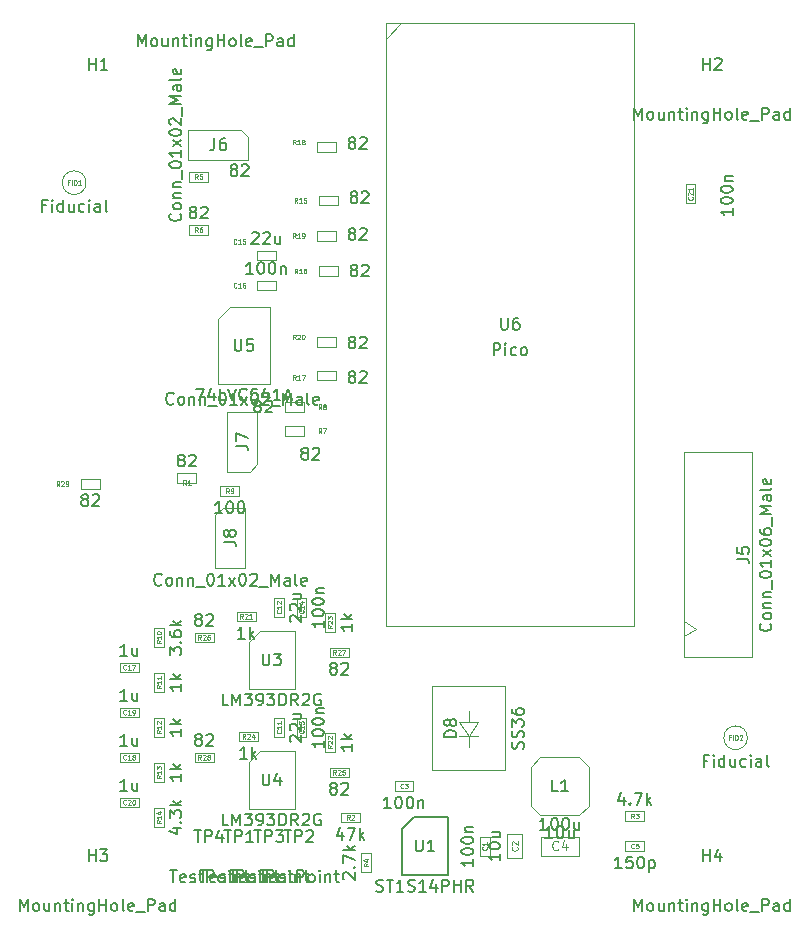
<source format=gbr>
%TF.GenerationSoftware,KiCad,Pcbnew,(6.0.10)*%
%TF.CreationDate,2023-03-05T19:00:04+01:00*%
%TF.ProjectId,HighPrecPosSens,48696768-5072-4656-9350-6f7353656e73,1*%
%TF.SameCoordinates,Original*%
%TF.FileFunction,AssemblyDrawing,Top*%
%FSLAX46Y46*%
G04 Gerber Fmt 4.6, Leading zero omitted, Abs format (unit mm)*
G04 Created by KiCad (PCBNEW (6.0.10)) date 2023-03-05 19:00:04*
%MOMM*%
%LPD*%
G01*
G04 APERTURE LIST*
%ADD10C,0.150000*%
%ADD11C,0.060000*%
%ADD12C,0.080000*%
%ADD13C,0.120000*%
%ADD14C,0.100000*%
G04 APERTURE END LIST*
D10*
%TO.C,H2*%
X112178571Y-62633244D02*
X112178571Y-61633244D01*
X112511904Y-62347530D01*
X112845238Y-61633244D01*
X112845238Y-62633244D01*
X113464285Y-62633244D02*
X113369047Y-62585625D01*
X113321428Y-62538006D01*
X113273809Y-62442768D01*
X113273809Y-62157054D01*
X113321428Y-62061816D01*
X113369047Y-62014197D01*
X113464285Y-61966578D01*
X113607142Y-61966578D01*
X113702380Y-62014197D01*
X113750000Y-62061816D01*
X113797619Y-62157054D01*
X113797619Y-62442768D01*
X113750000Y-62538006D01*
X113702380Y-62585625D01*
X113607142Y-62633244D01*
X113464285Y-62633244D01*
X114654761Y-61966578D02*
X114654761Y-62633244D01*
X114226190Y-61966578D02*
X114226190Y-62490387D01*
X114273809Y-62585625D01*
X114369047Y-62633244D01*
X114511904Y-62633244D01*
X114607142Y-62585625D01*
X114654761Y-62538006D01*
X115130952Y-61966578D02*
X115130952Y-62633244D01*
X115130952Y-62061816D02*
X115178571Y-62014197D01*
X115273809Y-61966578D01*
X115416666Y-61966578D01*
X115511904Y-62014197D01*
X115559523Y-62109435D01*
X115559523Y-62633244D01*
X115892857Y-61966578D02*
X116273809Y-61966578D01*
X116035714Y-61633244D02*
X116035714Y-62490387D01*
X116083333Y-62585625D01*
X116178571Y-62633244D01*
X116273809Y-62633244D01*
X116607142Y-62633244D02*
X116607142Y-61966578D01*
X116607142Y-61633244D02*
X116559523Y-61680864D01*
X116607142Y-61728483D01*
X116654761Y-61680864D01*
X116607142Y-61633244D01*
X116607142Y-61728483D01*
X117083333Y-61966578D02*
X117083333Y-62633244D01*
X117083333Y-62061816D02*
X117130952Y-62014197D01*
X117226190Y-61966578D01*
X117369047Y-61966578D01*
X117464285Y-62014197D01*
X117511904Y-62109435D01*
X117511904Y-62633244D01*
X118416666Y-61966578D02*
X118416666Y-62776102D01*
X118369047Y-62871340D01*
X118321428Y-62918959D01*
X118226190Y-62966578D01*
X118083333Y-62966578D01*
X117988095Y-62918959D01*
X118416666Y-62585625D02*
X118321428Y-62633244D01*
X118130952Y-62633244D01*
X118035714Y-62585625D01*
X117988095Y-62538006D01*
X117940476Y-62442768D01*
X117940476Y-62157054D01*
X117988095Y-62061816D01*
X118035714Y-62014197D01*
X118130952Y-61966578D01*
X118321428Y-61966578D01*
X118416666Y-62014197D01*
X118892857Y-62633244D02*
X118892857Y-61633244D01*
X118892857Y-62109435D02*
X119464285Y-62109435D01*
X119464285Y-62633244D02*
X119464285Y-61633244D01*
X120083333Y-62633244D02*
X119988095Y-62585625D01*
X119940476Y-62538006D01*
X119892857Y-62442768D01*
X119892857Y-62157054D01*
X119940476Y-62061816D01*
X119988095Y-62014197D01*
X120083333Y-61966578D01*
X120226190Y-61966578D01*
X120321428Y-62014197D01*
X120369047Y-62061816D01*
X120416666Y-62157054D01*
X120416666Y-62442768D01*
X120369047Y-62538006D01*
X120321428Y-62585625D01*
X120226190Y-62633244D01*
X120083333Y-62633244D01*
X120988095Y-62633244D02*
X120892857Y-62585625D01*
X120845238Y-62490387D01*
X120845238Y-61633244D01*
X121750000Y-62585625D02*
X121654761Y-62633244D01*
X121464285Y-62633244D01*
X121369047Y-62585625D01*
X121321428Y-62490387D01*
X121321428Y-62109435D01*
X121369047Y-62014197D01*
X121464285Y-61966578D01*
X121654761Y-61966578D01*
X121750000Y-62014197D01*
X121797619Y-62109435D01*
X121797619Y-62204673D01*
X121321428Y-62299911D01*
X121988095Y-62728483D02*
X122750000Y-62728483D01*
X122988095Y-62633244D02*
X122988095Y-61633244D01*
X123369047Y-61633244D01*
X123464285Y-61680864D01*
X123511904Y-61728483D01*
X123559523Y-61823721D01*
X123559523Y-61966578D01*
X123511904Y-62061816D01*
X123464285Y-62109435D01*
X123369047Y-62157054D01*
X122988095Y-62157054D01*
X124416666Y-62633244D02*
X124416666Y-62109435D01*
X124369047Y-62014197D01*
X124273809Y-61966578D01*
X124083333Y-61966578D01*
X123988095Y-62014197D01*
X124416666Y-62585625D02*
X124321428Y-62633244D01*
X124083333Y-62633244D01*
X123988095Y-62585625D01*
X123940476Y-62490387D01*
X123940476Y-62395149D01*
X123988095Y-62299911D01*
X124083333Y-62252292D01*
X124321428Y-62252292D01*
X124416666Y-62204673D01*
X125321428Y-62633244D02*
X125321428Y-61633244D01*
X125321428Y-62585625D02*
X125226190Y-62633244D01*
X125035714Y-62633244D01*
X124940476Y-62585625D01*
X124892857Y-62538006D01*
X124845238Y-62442768D01*
X124845238Y-62157054D01*
X124892857Y-62061816D01*
X124940476Y-62014197D01*
X125035714Y-61966578D01*
X125226190Y-61966578D01*
X125321428Y-62014197D01*
X117988095Y-58433244D02*
X117988095Y-57433244D01*
X117988095Y-57909435D02*
X118559523Y-57909435D01*
X118559523Y-58433244D02*
X118559523Y-57433244D01*
X118988095Y-57528483D02*
X119035714Y-57480864D01*
X119130952Y-57433244D01*
X119369047Y-57433244D01*
X119464285Y-57480864D01*
X119511904Y-57528483D01*
X119559523Y-57623721D01*
X119559523Y-57718959D01*
X119511904Y-57861816D01*
X118940476Y-58433244D01*
X119559523Y-58433244D01*
%TO.C,R19*%
X88178571Y-72246816D02*
X88083333Y-72199197D01*
X88035714Y-72151578D01*
X87988095Y-72056340D01*
X87988095Y-72008721D01*
X88035714Y-71913483D01*
X88083333Y-71865864D01*
X88178571Y-71818244D01*
X88369047Y-71818244D01*
X88464285Y-71865864D01*
X88511904Y-71913483D01*
X88559523Y-72008721D01*
X88559523Y-72056340D01*
X88511904Y-72151578D01*
X88464285Y-72199197D01*
X88369047Y-72246816D01*
X88178571Y-72246816D01*
X88083333Y-72294435D01*
X88035714Y-72342054D01*
X87988095Y-72437292D01*
X87988095Y-72627768D01*
X88035714Y-72723006D01*
X88083333Y-72770625D01*
X88178571Y-72818244D01*
X88369047Y-72818244D01*
X88464285Y-72770625D01*
X88511904Y-72723006D01*
X88559523Y-72627768D01*
X88559523Y-72437292D01*
X88511904Y-72342054D01*
X88464285Y-72294435D01*
X88369047Y-72246816D01*
X88940476Y-71913483D02*
X88988095Y-71865864D01*
X89083333Y-71818244D01*
X89321428Y-71818244D01*
X89416666Y-71865864D01*
X89464285Y-71913483D01*
X89511904Y-72008721D01*
X89511904Y-72103959D01*
X89464285Y-72246816D01*
X88892857Y-72818244D01*
X89511904Y-72818244D01*
D11*
X83492857Y-72661816D02*
X83359523Y-72471340D01*
X83264285Y-72661816D02*
X83264285Y-72261816D01*
X83416666Y-72261816D01*
X83454761Y-72280864D01*
X83473809Y-72299911D01*
X83492857Y-72338006D01*
X83492857Y-72395149D01*
X83473809Y-72433244D01*
X83454761Y-72452292D01*
X83416666Y-72471340D01*
X83264285Y-72471340D01*
X83873809Y-72661816D02*
X83645238Y-72661816D01*
X83759523Y-72661816D02*
X83759523Y-72261816D01*
X83721428Y-72318959D01*
X83683333Y-72357054D01*
X83645238Y-72376102D01*
X84064285Y-72661816D02*
X84140476Y-72661816D01*
X84178571Y-72642768D01*
X84197619Y-72623721D01*
X84235714Y-72566578D01*
X84254761Y-72490387D01*
X84254761Y-72338006D01*
X84235714Y-72299911D01*
X84216666Y-72280864D01*
X84178571Y-72261816D01*
X84102380Y-72261816D01*
X84064285Y-72280864D01*
X84045238Y-72299911D01*
X84026190Y-72338006D01*
X84026190Y-72433244D01*
X84045238Y-72471340D01*
X84064285Y-72490387D01*
X84102380Y-72509435D01*
X84178571Y-72509435D01*
X84216666Y-72490387D01*
X84235714Y-72471340D01*
X84254761Y-72433244D01*
D10*
%TO.C,R27*%
X86608571Y-109061816D02*
X86513333Y-109014197D01*
X86465714Y-108966578D01*
X86418095Y-108871340D01*
X86418095Y-108823721D01*
X86465714Y-108728483D01*
X86513333Y-108680864D01*
X86608571Y-108633244D01*
X86799047Y-108633244D01*
X86894285Y-108680864D01*
X86941904Y-108728483D01*
X86989523Y-108823721D01*
X86989523Y-108871340D01*
X86941904Y-108966578D01*
X86894285Y-109014197D01*
X86799047Y-109061816D01*
X86608571Y-109061816D01*
X86513333Y-109109435D01*
X86465714Y-109157054D01*
X86418095Y-109252292D01*
X86418095Y-109442768D01*
X86465714Y-109538006D01*
X86513333Y-109585625D01*
X86608571Y-109633244D01*
X86799047Y-109633244D01*
X86894285Y-109585625D01*
X86941904Y-109538006D01*
X86989523Y-109442768D01*
X86989523Y-109252292D01*
X86941904Y-109157054D01*
X86894285Y-109109435D01*
X86799047Y-109061816D01*
X87370476Y-108728483D02*
X87418095Y-108680864D01*
X87513333Y-108633244D01*
X87751428Y-108633244D01*
X87846666Y-108680864D01*
X87894285Y-108728483D01*
X87941904Y-108823721D01*
X87941904Y-108918959D01*
X87894285Y-109061816D01*
X87322857Y-109633244D01*
X87941904Y-109633244D01*
D11*
X86922857Y-107931816D02*
X86789523Y-107741340D01*
X86694285Y-107931816D02*
X86694285Y-107531816D01*
X86846666Y-107531816D01*
X86884761Y-107550864D01*
X86903809Y-107569911D01*
X86922857Y-107608006D01*
X86922857Y-107665149D01*
X86903809Y-107703244D01*
X86884761Y-107722292D01*
X86846666Y-107741340D01*
X86694285Y-107741340D01*
X87075238Y-107569911D02*
X87094285Y-107550864D01*
X87132380Y-107531816D01*
X87227619Y-107531816D01*
X87265714Y-107550864D01*
X87284761Y-107569911D01*
X87303809Y-107608006D01*
X87303809Y-107646102D01*
X87284761Y-107703244D01*
X87056190Y-107931816D01*
X87303809Y-107931816D01*
X87437142Y-107531816D02*
X87703809Y-107531816D01*
X87532380Y-107931816D01*
D10*
%TO.C,C20*%
X69233333Y-119473244D02*
X68661904Y-119473244D01*
X68947619Y-119473244D02*
X68947619Y-118473244D01*
X68852380Y-118616102D01*
X68757142Y-118711340D01*
X68661904Y-118758959D01*
X70090476Y-118806578D02*
X70090476Y-119473244D01*
X69661904Y-118806578D02*
X69661904Y-119330387D01*
X69709523Y-119425625D01*
X69804761Y-119473244D01*
X69947619Y-119473244D01*
X70042857Y-119425625D01*
X70090476Y-119378006D01*
D11*
X69142857Y-120593721D02*
X69123809Y-120612768D01*
X69066666Y-120631816D01*
X69028571Y-120631816D01*
X68971428Y-120612768D01*
X68933333Y-120574673D01*
X68914285Y-120536578D01*
X68895238Y-120460387D01*
X68895238Y-120403244D01*
X68914285Y-120327054D01*
X68933333Y-120288959D01*
X68971428Y-120250864D01*
X69028571Y-120231816D01*
X69066666Y-120231816D01*
X69123809Y-120250864D01*
X69142857Y-120269911D01*
X69295238Y-120269911D02*
X69314285Y-120250864D01*
X69352380Y-120231816D01*
X69447619Y-120231816D01*
X69485714Y-120250864D01*
X69504761Y-120269911D01*
X69523809Y-120308006D01*
X69523809Y-120346102D01*
X69504761Y-120403244D01*
X69276190Y-120631816D01*
X69523809Y-120631816D01*
X69771428Y-120231816D02*
X69809523Y-120231816D01*
X69847619Y-120250864D01*
X69866666Y-120269911D01*
X69885714Y-120308006D01*
X69904761Y-120384197D01*
X69904761Y-120479435D01*
X69885714Y-120555625D01*
X69866666Y-120593721D01*
X69847619Y-120612768D01*
X69809523Y-120631816D01*
X69771428Y-120631816D01*
X69733333Y-120612768D01*
X69714285Y-120593721D01*
X69695238Y-120555625D01*
X69676190Y-120479435D01*
X69676190Y-120384197D01*
X69695238Y-120308006D01*
X69714285Y-120269911D01*
X69733333Y-120250864D01*
X69771428Y-120231816D01*
D10*
%TO.C,R2*%
X87464523Y-122936578D02*
X87464523Y-123603244D01*
X87226428Y-122555625D02*
X86988333Y-123269911D01*
X87607380Y-123269911D01*
X87893095Y-122603244D02*
X88559761Y-122603244D01*
X88131190Y-123603244D01*
X88940714Y-123603244D02*
X88940714Y-122603244D01*
X89035952Y-123222292D02*
X89321666Y-123603244D01*
X89321666Y-122936578D02*
X88940714Y-123317530D01*
D11*
X88088333Y-121901816D02*
X87955000Y-121711340D01*
X87859761Y-121901816D02*
X87859761Y-121501816D01*
X88012142Y-121501816D01*
X88050238Y-121520864D01*
X88069285Y-121539911D01*
X88088333Y-121578006D01*
X88088333Y-121635149D01*
X88069285Y-121673244D01*
X88050238Y-121692292D01*
X88012142Y-121711340D01*
X87859761Y-121711340D01*
X88240714Y-121539911D02*
X88259761Y-121520864D01*
X88297857Y-121501816D01*
X88393095Y-121501816D01*
X88431190Y-121520864D01*
X88450238Y-121539911D01*
X88469285Y-121578006D01*
X88469285Y-121616102D01*
X88450238Y-121673244D01*
X88221666Y-121901816D01*
X88469285Y-121901816D01*
D10*
%TO.C,R3*%
X111291428Y-119966578D02*
X111291428Y-120633244D01*
X111053333Y-119585625D02*
X110815238Y-120299911D01*
X111434285Y-120299911D01*
X111815238Y-120538006D02*
X111862857Y-120585625D01*
X111815238Y-120633244D01*
X111767619Y-120585625D01*
X111815238Y-120538006D01*
X111815238Y-120633244D01*
X112196190Y-119633244D02*
X112862857Y-119633244D01*
X112434285Y-120633244D01*
X113243809Y-120633244D02*
X113243809Y-119633244D01*
X113339047Y-120252292D02*
X113624761Y-120633244D01*
X113624761Y-119966578D02*
X113243809Y-120347530D01*
D11*
X112153333Y-121791816D02*
X112020000Y-121601340D01*
X111924761Y-121791816D02*
X111924761Y-121391816D01*
X112077142Y-121391816D01*
X112115238Y-121410864D01*
X112134285Y-121429911D01*
X112153333Y-121468006D01*
X112153333Y-121525149D01*
X112134285Y-121563244D01*
X112115238Y-121582292D01*
X112077142Y-121601340D01*
X111924761Y-121601340D01*
X112286666Y-121391816D02*
X112534285Y-121391816D01*
X112400952Y-121544197D01*
X112458095Y-121544197D01*
X112496190Y-121563244D01*
X112515238Y-121582292D01*
X112534285Y-121620387D01*
X112534285Y-121715625D01*
X112515238Y-121753721D01*
X112496190Y-121772768D01*
X112458095Y-121791816D01*
X112343809Y-121791816D01*
X112305714Y-121772768D01*
X112286666Y-121753721D01*
D10*
%TO.C,R22*%
X88300380Y-115489911D02*
X88300380Y-116061340D01*
X88300380Y-115775625D02*
X87300380Y-115775625D01*
X87443238Y-115870864D01*
X87538476Y-115966102D01*
X87586095Y-116061340D01*
X88300380Y-115061340D02*
X87300380Y-115061340D01*
X87919428Y-114966102D02*
X88300380Y-114680387D01*
X87633714Y-114680387D02*
X88014666Y-115061340D01*
D11*
X86598952Y-115628006D02*
X86408476Y-115761340D01*
X86598952Y-115856578D02*
X86198952Y-115856578D01*
X86198952Y-115704197D01*
X86218000Y-115666102D01*
X86237047Y-115647054D01*
X86275142Y-115628006D01*
X86332285Y-115628006D01*
X86370380Y-115647054D01*
X86389428Y-115666102D01*
X86408476Y-115704197D01*
X86408476Y-115856578D01*
X86237047Y-115475625D02*
X86218000Y-115456578D01*
X86198952Y-115418483D01*
X86198952Y-115323244D01*
X86218000Y-115285149D01*
X86237047Y-115266102D01*
X86275142Y-115247054D01*
X86313238Y-115247054D01*
X86370380Y-115266102D01*
X86598952Y-115494673D01*
X86598952Y-115247054D01*
X86237047Y-115094673D02*
X86218000Y-115075625D01*
X86198952Y-115037530D01*
X86198952Y-114942292D01*
X86218000Y-114904197D01*
X86237047Y-114885149D01*
X86275142Y-114866102D01*
X86313238Y-114866102D01*
X86370380Y-114885149D01*
X86598952Y-115113721D01*
X86598952Y-114866102D01*
D10*
%TO.C,J5*%
X123682142Y-105314197D02*
X123729761Y-105361816D01*
X123777380Y-105504673D01*
X123777380Y-105599911D01*
X123729761Y-105742768D01*
X123634523Y-105838006D01*
X123539285Y-105885625D01*
X123348809Y-105933244D01*
X123205952Y-105933244D01*
X123015476Y-105885625D01*
X122920238Y-105838006D01*
X122825000Y-105742768D01*
X122777380Y-105599911D01*
X122777380Y-105504673D01*
X122825000Y-105361816D01*
X122872619Y-105314197D01*
X123777380Y-104742768D02*
X123729761Y-104838006D01*
X123682142Y-104885625D01*
X123586904Y-104933244D01*
X123301190Y-104933244D01*
X123205952Y-104885625D01*
X123158333Y-104838006D01*
X123110714Y-104742768D01*
X123110714Y-104599911D01*
X123158333Y-104504673D01*
X123205952Y-104457054D01*
X123301190Y-104409435D01*
X123586904Y-104409435D01*
X123682142Y-104457054D01*
X123729761Y-104504673D01*
X123777380Y-104599911D01*
X123777380Y-104742768D01*
X123110714Y-103980864D02*
X123777380Y-103980864D01*
X123205952Y-103980864D02*
X123158333Y-103933244D01*
X123110714Y-103838006D01*
X123110714Y-103695149D01*
X123158333Y-103599911D01*
X123253571Y-103552292D01*
X123777380Y-103552292D01*
X123110714Y-103076102D02*
X123777380Y-103076102D01*
X123205952Y-103076102D02*
X123158333Y-103028483D01*
X123110714Y-102933244D01*
X123110714Y-102790387D01*
X123158333Y-102695149D01*
X123253571Y-102647530D01*
X123777380Y-102647530D01*
X123872619Y-102409435D02*
X123872619Y-101647530D01*
X122777380Y-101218959D02*
X122777380Y-101123721D01*
X122825000Y-101028483D01*
X122872619Y-100980864D01*
X122967857Y-100933244D01*
X123158333Y-100885625D01*
X123396428Y-100885625D01*
X123586904Y-100933244D01*
X123682142Y-100980864D01*
X123729761Y-101028483D01*
X123777380Y-101123721D01*
X123777380Y-101218959D01*
X123729761Y-101314197D01*
X123682142Y-101361816D01*
X123586904Y-101409435D01*
X123396428Y-101457054D01*
X123158333Y-101457054D01*
X122967857Y-101409435D01*
X122872619Y-101361816D01*
X122825000Y-101314197D01*
X122777380Y-101218959D01*
X123777380Y-99933244D02*
X123777380Y-100504673D01*
X123777380Y-100218959D02*
X122777380Y-100218959D01*
X122920238Y-100314197D01*
X123015476Y-100409435D01*
X123063095Y-100504673D01*
X123777380Y-99599911D02*
X123110714Y-99076102D01*
X123110714Y-99599911D02*
X123777380Y-99076102D01*
X122777380Y-98504673D02*
X122777380Y-98409435D01*
X122825000Y-98314197D01*
X122872619Y-98266578D01*
X122967857Y-98218959D01*
X123158333Y-98171340D01*
X123396428Y-98171340D01*
X123586904Y-98218959D01*
X123682142Y-98266578D01*
X123729761Y-98314197D01*
X123777380Y-98409435D01*
X123777380Y-98504673D01*
X123729761Y-98599911D01*
X123682142Y-98647530D01*
X123586904Y-98695149D01*
X123396428Y-98742768D01*
X123158333Y-98742768D01*
X122967857Y-98695149D01*
X122872619Y-98647530D01*
X122825000Y-98599911D01*
X122777380Y-98504673D01*
X122777380Y-97314197D02*
X122777380Y-97504673D01*
X122825000Y-97599911D01*
X122872619Y-97647530D01*
X123015476Y-97742768D01*
X123205952Y-97790387D01*
X123586904Y-97790387D01*
X123682142Y-97742768D01*
X123729761Y-97695149D01*
X123777380Y-97599911D01*
X123777380Y-97409435D01*
X123729761Y-97314197D01*
X123682142Y-97266578D01*
X123586904Y-97218959D01*
X123348809Y-97218959D01*
X123253571Y-97266578D01*
X123205952Y-97314197D01*
X123158333Y-97409435D01*
X123158333Y-97599911D01*
X123205952Y-97695149D01*
X123253571Y-97742768D01*
X123348809Y-97790387D01*
X123872619Y-97028483D02*
X123872619Y-96266578D01*
X123777380Y-96028483D02*
X122777380Y-96028483D01*
X123491666Y-95695149D01*
X122777380Y-95361816D01*
X123777380Y-95361816D01*
X123777380Y-94457054D02*
X123253571Y-94457054D01*
X123158333Y-94504673D01*
X123110714Y-94599911D01*
X123110714Y-94790387D01*
X123158333Y-94885625D01*
X123729761Y-94457054D02*
X123777380Y-94552292D01*
X123777380Y-94790387D01*
X123729761Y-94885625D01*
X123634523Y-94933244D01*
X123539285Y-94933244D01*
X123444047Y-94885625D01*
X123396428Y-94790387D01*
X123396428Y-94552292D01*
X123348809Y-94457054D01*
X123777380Y-93838006D02*
X123729761Y-93933244D01*
X123634523Y-93980864D01*
X122777380Y-93980864D01*
X123729761Y-93076102D02*
X123777380Y-93171340D01*
X123777380Y-93361816D01*
X123729761Y-93457054D01*
X123634523Y-93504673D01*
X123253571Y-93504673D01*
X123158333Y-93457054D01*
X123110714Y-93361816D01*
X123110714Y-93171340D01*
X123158333Y-93076102D01*
X123253571Y-93028483D01*
X123348809Y-93028483D01*
X123444047Y-93504673D01*
X120877380Y-99814197D02*
X121591666Y-99814197D01*
X121734523Y-99861816D01*
X121829761Y-99957054D01*
X121877380Y-100099911D01*
X121877380Y-100195149D01*
X120877380Y-98861816D02*
X120877380Y-99338006D01*
X121353571Y-99385625D01*
X121305952Y-99338006D01*
X121258333Y-99242768D01*
X121258333Y-99004673D01*
X121305952Y-98909435D01*
X121353571Y-98861816D01*
X121448809Y-98814197D01*
X121686904Y-98814197D01*
X121782142Y-98861816D01*
X121829761Y-98909435D01*
X121877380Y-99004673D01*
X121877380Y-99242768D01*
X121829761Y-99338006D01*
X121782142Y-99385625D01*
%TO.C,TP1*%
X75406666Y-126202380D02*
X75978095Y-126202380D01*
X75692380Y-127202380D02*
X75692380Y-126202380D01*
X76692380Y-127154761D02*
X76597142Y-127202380D01*
X76406666Y-127202380D01*
X76311428Y-127154761D01*
X76263809Y-127059523D01*
X76263809Y-126678571D01*
X76311428Y-126583333D01*
X76406666Y-126535714D01*
X76597142Y-126535714D01*
X76692380Y-126583333D01*
X76740000Y-126678571D01*
X76740000Y-126773809D01*
X76263809Y-126869047D01*
X77120952Y-127154761D02*
X77216190Y-127202380D01*
X77406666Y-127202380D01*
X77501904Y-127154761D01*
X77549523Y-127059523D01*
X77549523Y-127011904D01*
X77501904Y-126916666D01*
X77406666Y-126869047D01*
X77263809Y-126869047D01*
X77168571Y-126821428D01*
X77120952Y-126726190D01*
X77120952Y-126678571D01*
X77168571Y-126583333D01*
X77263809Y-126535714D01*
X77406666Y-126535714D01*
X77501904Y-126583333D01*
X77835238Y-126535714D02*
X78216190Y-126535714D01*
X77978095Y-126202380D02*
X77978095Y-127059523D01*
X78025714Y-127154761D01*
X78120952Y-127202380D01*
X78216190Y-127202380D01*
X78549523Y-127202380D02*
X78549523Y-126202380D01*
X78930476Y-126202380D01*
X79025714Y-126250000D01*
X79073333Y-126297619D01*
X79120952Y-126392857D01*
X79120952Y-126535714D01*
X79073333Y-126630952D01*
X79025714Y-126678571D01*
X78930476Y-126726190D01*
X78549523Y-126726190D01*
X79692380Y-127202380D02*
X79597142Y-127154761D01*
X79549523Y-127107142D01*
X79501904Y-127011904D01*
X79501904Y-126726190D01*
X79549523Y-126630952D01*
X79597142Y-126583333D01*
X79692380Y-126535714D01*
X79835238Y-126535714D01*
X79930476Y-126583333D01*
X79978095Y-126630952D01*
X80025714Y-126726190D01*
X80025714Y-127011904D01*
X79978095Y-127107142D01*
X79930476Y-127154761D01*
X79835238Y-127202380D01*
X79692380Y-127202380D01*
X80454285Y-127202380D02*
X80454285Y-126535714D01*
X80454285Y-126202380D02*
X80406666Y-126250000D01*
X80454285Y-126297619D01*
X80501904Y-126250000D01*
X80454285Y-126202380D01*
X80454285Y-126297619D01*
X80930476Y-126535714D02*
X80930476Y-127202380D01*
X80930476Y-126630952D02*
X80978095Y-126583333D01*
X81073333Y-126535714D01*
X81216190Y-126535714D01*
X81311428Y-126583333D01*
X81359047Y-126678571D01*
X81359047Y-127202380D01*
X81692380Y-126535714D02*
X82073333Y-126535714D01*
X81835238Y-126202380D02*
X81835238Y-127059523D01*
X81882857Y-127154761D01*
X81978095Y-127202380D01*
X82073333Y-127202380D01*
X77478095Y-122802380D02*
X78049523Y-122802380D01*
X77763809Y-123802380D02*
X77763809Y-122802380D01*
X78382857Y-123802380D02*
X78382857Y-122802380D01*
X78763809Y-122802380D01*
X78859047Y-122850000D01*
X78906666Y-122897619D01*
X78954285Y-122992857D01*
X78954285Y-123135714D01*
X78906666Y-123230952D01*
X78859047Y-123278571D01*
X78763809Y-123326190D01*
X78382857Y-123326190D01*
X79906666Y-123802380D02*
X79335238Y-123802380D01*
X79620952Y-123802380D02*
X79620952Y-122802380D01*
X79525714Y-122945238D01*
X79430476Y-123040476D01*
X79335238Y-123088095D01*
%TO.C,H4*%
X112178571Y-129633244D02*
X112178571Y-128633244D01*
X112511904Y-129347530D01*
X112845238Y-128633244D01*
X112845238Y-129633244D01*
X113464285Y-129633244D02*
X113369047Y-129585625D01*
X113321428Y-129538006D01*
X113273809Y-129442768D01*
X113273809Y-129157054D01*
X113321428Y-129061816D01*
X113369047Y-129014197D01*
X113464285Y-128966578D01*
X113607142Y-128966578D01*
X113702380Y-129014197D01*
X113750000Y-129061816D01*
X113797619Y-129157054D01*
X113797619Y-129442768D01*
X113750000Y-129538006D01*
X113702380Y-129585625D01*
X113607142Y-129633244D01*
X113464285Y-129633244D01*
X114654761Y-128966578D02*
X114654761Y-129633244D01*
X114226190Y-128966578D02*
X114226190Y-129490387D01*
X114273809Y-129585625D01*
X114369047Y-129633244D01*
X114511904Y-129633244D01*
X114607142Y-129585625D01*
X114654761Y-129538006D01*
X115130952Y-128966578D02*
X115130952Y-129633244D01*
X115130952Y-129061816D02*
X115178571Y-129014197D01*
X115273809Y-128966578D01*
X115416666Y-128966578D01*
X115511904Y-129014197D01*
X115559523Y-129109435D01*
X115559523Y-129633244D01*
X115892857Y-128966578D02*
X116273809Y-128966578D01*
X116035714Y-128633244D02*
X116035714Y-129490387D01*
X116083333Y-129585625D01*
X116178571Y-129633244D01*
X116273809Y-129633244D01*
X116607142Y-129633244D02*
X116607142Y-128966578D01*
X116607142Y-128633244D02*
X116559523Y-128680864D01*
X116607142Y-128728483D01*
X116654761Y-128680864D01*
X116607142Y-128633244D01*
X116607142Y-128728483D01*
X117083333Y-128966578D02*
X117083333Y-129633244D01*
X117083333Y-129061816D02*
X117130952Y-129014197D01*
X117226190Y-128966578D01*
X117369047Y-128966578D01*
X117464285Y-129014197D01*
X117511904Y-129109435D01*
X117511904Y-129633244D01*
X118416666Y-128966578D02*
X118416666Y-129776102D01*
X118369047Y-129871340D01*
X118321428Y-129918959D01*
X118226190Y-129966578D01*
X118083333Y-129966578D01*
X117988095Y-129918959D01*
X118416666Y-129585625D02*
X118321428Y-129633244D01*
X118130952Y-129633244D01*
X118035714Y-129585625D01*
X117988095Y-129538006D01*
X117940476Y-129442768D01*
X117940476Y-129157054D01*
X117988095Y-129061816D01*
X118035714Y-129014197D01*
X118130952Y-128966578D01*
X118321428Y-128966578D01*
X118416666Y-129014197D01*
X118892857Y-129633244D02*
X118892857Y-128633244D01*
X118892857Y-129109435D02*
X119464285Y-129109435D01*
X119464285Y-129633244D02*
X119464285Y-128633244D01*
X120083333Y-129633244D02*
X119988095Y-129585625D01*
X119940476Y-129538006D01*
X119892857Y-129442768D01*
X119892857Y-129157054D01*
X119940476Y-129061816D01*
X119988095Y-129014197D01*
X120083333Y-128966578D01*
X120226190Y-128966578D01*
X120321428Y-129014197D01*
X120369047Y-129061816D01*
X120416666Y-129157054D01*
X120416666Y-129442768D01*
X120369047Y-129538006D01*
X120321428Y-129585625D01*
X120226190Y-129633244D01*
X120083333Y-129633244D01*
X120988095Y-129633244D02*
X120892857Y-129585625D01*
X120845238Y-129490387D01*
X120845238Y-128633244D01*
X121750000Y-129585625D02*
X121654761Y-129633244D01*
X121464285Y-129633244D01*
X121369047Y-129585625D01*
X121321428Y-129490387D01*
X121321428Y-129109435D01*
X121369047Y-129014197D01*
X121464285Y-128966578D01*
X121654761Y-128966578D01*
X121750000Y-129014197D01*
X121797619Y-129109435D01*
X121797619Y-129204673D01*
X121321428Y-129299911D01*
X121988095Y-129728483D02*
X122750000Y-129728483D01*
X122988095Y-129633244D02*
X122988095Y-128633244D01*
X123369047Y-128633244D01*
X123464285Y-128680864D01*
X123511904Y-128728483D01*
X123559523Y-128823721D01*
X123559523Y-128966578D01*
X123511904Y-129061816D01*
X123464285Y-129109435D01*
X123369047Y-129157054D01*
X122988095Y-129157054D01*
X124416666Y-129633244D02*
X124416666Y-129109435D01*
X124369047Y-129014197D01*
X124273809Y-128966578D01*
X124083333Y-128966578D01*
X123988095Y-129014197D01*
X124416666Y-129585625D02*
X124321428Y-129633244D01*
X124083333Y-129633244D01*
X123988095Y-129585625D01*
X123940476Y-129490387D01*
X123940476Y-129395149D01*
X123988095Y-129299911D01*
X124083333Y-129252292D01*
X124321428Y-129252292D01*
X124416666Y-129204673D01*
X125321428Y-129633244D02*
X125321428Y-128633244D01*
X125321428Y-129585625D02*
X125226190Y-129633244D01*
X125035714Y-129633244D01*
X124940476Y-129585625D01*
X124892857Y-129538006D01*
X124845238Y-129442768D01*
X124845238Y-129157054D01*
X124892857Y-129061816D01*
X124940476Y-129014197D01*
X125035714Y-128966578D01*
X125226190Y-128966578D01*
X125321428Y-129014197D01*
X117988095Y-125433244D02*
X117988095Y-124433244D01*
X117988095Y-124909435D02*
X118559523Y-124909435D01*
X118559523Y-125433244D02*
X118559523Y-124433244D01*
X119464285Y-124766578D02*
X119464285Y-125433244D01*
X119226190Y-124385625D02*
X118988095Y-125099911D01*
X119607142Y-125099911D01*
%TO.C,R4*%
X87597619Y-126950625D02*
X87550000Y-126903006D01*
X87502380Y-126807768D01*
X87502380Y-126569673D01*
X87550000Y-126474435D01*
X87597619Y-126426816D01*
X87692857Y-126379197D01*
X87788095Y-126379197D01*
X87930952Y-126426816D01*
X88502380Y-126998244D01*
X88502380Y-126379197D01*
X88407142Y-125950625D02*
X88454761Y-125903006D01*
X88502380Y-125950625D01*
X88454761Y-125998244D01*
X88407142Y-125950625D01*
X88502380Y-125950625D01*
X87502380Y-125569673D02*
X87502380Y-124903006D01*
X88502380Y-125331578D01*
X88502380Y-124522054D02*
X87502380Y-124522054D01*
X88121428Y-124426816D02*
X88502380Y-124141102D01*
X87835714Y-124141102D02*
X88216666Y-124522054D01*
D11*
X89660952Y-125612530D02*
X89470476Y-125745864D01*
X89660952Y-125841102D02*
X89260952Y-125841102D01*
X89260952Y-125688721D01*
X89280000Y-125650625D01*
X89299047Y-125631578D01*
X89337142Y-125612530D01*
X89394285Y-125612530D01*
X89432380Y-125631578D01*
X89451428Y-125650625D01*
X89470476Y-125688721D01*
X89470476Y-125841102D01*
X89394285Y-125269673D02*
X89660952Y-125269673D01*
X89241904Y-125364911D02*
X89527619Y-125460149D01*
X89527619Y-125212530D01*
D10*
%TO.C,J8*%
X72144666Y-102001142D02*
X72097047Y-102048761D01*
X71954190Y-102096380D01*
X71858952Y-102096380D01*
X71716095Y-102048761D01*
X71620857Y-101953523D01*
X71573238Y-101858285D01*
X71525619Y-101667809D01*
X71525619Y-101524952D01*
X71573238Y-101334476D01*
X71620857Y-101239238D01*
X71716095Y-101144000D01*
X71858952Y-101096380D01*
X71954190Y-101096380D01*
X72097047Y-101144000D01*
X72144666Y-101191619D01*
X72716095Y-102096380D02*
X72620857Y-102048761D01*
X72573238Y-102001142D01*
X72525619Y-101905904D01*
X72525619Y-101620190D01*
X72573238Y-101524952D01*
X72620857Y-101477333D01*
X72716095Y-101429714D01*
X72858952Y-101429714D01*
X72954190Y-101477333D01*
X73001809Y-101524952D01*
X73049428Y-101620190D01*
X73049428Y-101905904D01*
X73001809Y-102001142D01*
X72954190Y-102048761D01*
X72858952Y-102096380D01*
X72716095Y-102096380D01*
X73478000Y-101429714D02*
X73478000Y-102096380D01*
X73478000Y-101524952D02*
X73525619Y-101477333D01*
X73620857Y-101429714D01*
X73763714Y-101429714D01*
X73858952Y-101477333D01*
X73906571Y-101572571D01*
X73906571Y-102096380D01*
X74382761Y-101429714D02*
X74382761Y-102096380D01*
X74382761Y-101524952D02*
X74430380Y-101477333D01*
X74525619Y-101429714D01*
X74668476Y-101429714D01*
X74763714Y-101477333D01*
X74811333Y-101572571D01*
X74811333Y-102096380D01*
X75049428Y-102191619D02*
X75811333Y-102191619D01*
X76239904Y-101096380D02*
X76335142Y-101096380D01*
X76430380Y-101144000D01*
X76478000Y-101191619D01*
X76525619Y-101286857D01*
X76573238Y-101477333D01*
X76573238Y-101715428D01*
X76525619Y-101905904D01*
X76478000Y-102001142D01*
X76430380Y-102048761D01*
X76335142Y-102096380D01*
X76239904Y-102096380D01*
X76144666Y-102048761D01*
X76097047Y-102001142D01*
X76049428Y-101905904D01*
X76001809Y-101715428D01*
X76001809Y-101477333D01*
X76049428Y-101286857D01*
X76097047Y-101191619D01*
X76144666Y-101144000D01*
X76239904Y-101096380D01*
X77525619Y-102096380D02*
X76954190Y-102096380D01*
X77239904Y-102096380D02*
X77239904Y-101096380D01*
X77144666Y-101239238D01*
X77049428Y-101334476D01*
X76954190Y-101382095D01*
X77858952Y-102096380D02*
X78382761Y-101429714D01*
X77858952Y-101429714D02*
X78382761Y-102096380D01*
X78954190Y-101096380D02*
X79049428Y-101096380D01*
X79144666Y-101144000D01*
X79192285Y-101191619D01*
X79239904Y-101286857D01*
X79287523Y-101477333D01*
X79287523Y-101715428D01*
X79239904Y-101905904D01*
X79192285Y-102001142D01*
X79144666Y-102048761D01*
X79049428Y-102096380D01*
X78954190Y-102096380D01*
X78858952Y-102048761D01*
X78811333Y-102001142D01*
X78763714Y-101905904D01*
X78716095Y-101715428D01*
X78716095Y-101477333D01*
X78763714Y-101286857D01*
X78811333Y-101191619D01*
X78858952Y-101144000D01*
X78954190Y-101096380D01*
X79668476Y-101191619D02*
X79716095Y-101144000D01*
X79811333Y-101096380D01*
X80049428Y-101096380D01*
X80144666Y-101144000D01*
X80192285Y-101191619D01*
X80239904Y-101286857D01*
X80239904Y-101382095D01*
X80192285Y-101524952D01*
X79620857Y-102096380D01*
X80239904Y-102096380D01*
X80430380Y-102191619D02*
X81192285Y-102191619D01*
X81430380Y-102096380D02*
X81430380Y-101096380D01*
X81763714Y-101810666D01*
X82097047Y-101096380D01*
X82097047Y-102096380D01*
X83001809Y-102096380D02*
X83001809Y-101572571D01*
X82954190Y-101477333D01*
X82858952Y-101429714D01*
X82668476Y-101429714D01*
X82573238Y-101477333D01*
X83001809Y-102048761D02*
X82906571Y-102096380D01*
X82668476Y-102096380D01*
X82573238Y-102048761D01*
X82525619Y-101953523D01*
X82525619Y-101858285D01*
X82573238Y-101763047D01*
X82668476Y-101715428D01*
X82906571Y-101715428D01*
X83001809Y-101667809D01*
X83620857Y-102096380D02*
X83525619Y-102048761D01*
X83478000Y-101953523D01*
X83478000Y-101096380D01*
X84382761Y-102048761D02*
X84287523Y-102096380D01*
X84097047Y-102096380D01*
X84001809Y-102048761D01*
X83954190Y-101953523D01*
X83954190Y-101572571D01*
X84001809Y-101477333D01*
X84097047Y-101429714D01*
X84287523Y-101429714D01*
X84382761Y-101477333D01*
X84430380Y-101572571D01*
X84430380Y-101667809D01*
X83954190Y-101763047D01*
X77430380Y-98377333D02*
X78144666Y-98377333D01*
X78287523Y-98424952D01*
X78382761Y-98520190D01*
X78430380Y-98663047D01*
X78430380Y-98758285D01*
X77858952Y-97758285D02*
X77811333Y-97853523D01*
X77763714Y-97901142D01*
X77668476Y-97948761D01*
X77620857Y-97948761D01*
X77525619Y-97901142D01*
X77478000Y-97853523D01*
X77430380Y-97758285D01*
X77430380Y-97567809D01*
X77478000Y-97472571D01*
X77525619Y-97424952D01*
X77620857Y-97377333D01*
X77668476Y-97377333D01*
X77763714Y-97424952D01*
X77811333Y-97472571D01*
X77858952Y-97567809D01*
X77858952Y-97758285D01*
X77906571Y-97853523D01*
X77954190Y-97901142D01*
X78049428Y-97948761D01*
X78239904Y-97948761D01*
X78335142Y-97901142D01*
X78382761Y-97853523D01*
X78430380Y-97758285D01*
X78430380Y-97567809D01*
X78382761Y-97472571D01*
X78335142Y-97424952D01*
X78239904Y-97377333D01*
X78049428Y-97377333D01*
X77954190Y-97424952D01*
X77906571Y-97472571D01*
X77858952Y-97567809D01*
%TO.C,R26*%
X75178571Y-104931816D02*
X75083333Y-104884197D01*
X75035714Y-104836578D01*
X74988095Y-104741340D01*
X74988095Y-104693721D01*
X75035714Y-104598483D01*
X75083333Y-104550864D01*
X75178571Y-104503244D01*
X75369047Y-104503244D01*
X75464285Y-104550864D01*
X75511904Y-104598483D01*
X75559523Y-104693721D01*
X75559523Y-104741340D01*
X75511904Y-104836578D01*
X75464285Y-104884197D01*
X75369047Y-104931816D01*
X75178571Y-104931816D01*
X75083333Y-104979435D01*
X75035714Y-105027054D01*
X74988095Y-105122292D01*
X74988095Y-105312768D01*
X75035714Y-105408006D01*
X75083333Y-105455625D01*
X75178571Y-105503244D01*
X75369047Y-105503244D01*
X75464285Y-105455625D01*
X75511904Y-105408006D01*
X75559523Y-105312768D01*
X75559523Y-105122292D01*
X75511904Y-105027054D01*
X75464285Y-104979435D01*
X75369047Y-104931816D01*
X75940476Y-104598483D02*
X75988095Y-104550864D01*
X76083333Y-104503244D01*
X76321428Y-104503244D01*
X76416666Y-104550864D01*
X76464285Y-104598483D01*
X76511904Y-104693721D01*
X76511904Y-104788959D01*
X76464285Y-104931816D01*
X75892857Y-105503244D01*
X76511904Y-105503244D01*
D11*
X75492857Y-106661816D02*
X75359523Y-106471340D01*
X75264285Y-106661816D02*
X75264285Y-106261816D01*
X75416666Y-106261816D01*
X75454761Y-106280864D01*
X75473809Y-106299911D01*
X75492857Y-106338006D01*
X75492857Y-106395149D01*
X75473809Y-106433244D01*
X75454761Y-106452292D01*
X75416666Y-106471340D01*
X75264285Y-106471340D01*
X75645238Y-106299911D02*
X75664285Y-106280864D01*
X75702380Y-106261816D01*
X75797619Y-106261816D01*
X75835714Y-106280864D01*
X75854761Y-106299911D01*
X75873809Y-106338006D01*
X75873809Y-106376102D01*
X75854761Y-106433244D01*
X75626190Y-106661816D01*
X75873809Y-106661816D01*
X76216666Y-106261816D02*
X76140476Y-106261816D01*
X76102380Y-106280864D01*
X76083333Y-106299911D01*
X76045238Y-106357054D01*
X76026190Y-106433244D01*
X76026190Y-106585625D01*
X76045238Y-106623721D01*
X76064285Y-106642768D01*
X76102380Y-106661816D01*
X76178571Y-106661816D01*
X76216666Y-106642768D01*
X76235714Y-106623721D01*
X76254761Y-106585625D01*
X76254761Y-106490387D01*
X76235714Y-106452292D01*
X76216666Y-106433244D01*
X76178571Y-106414197D01*
X76102380Y-106414197D01*
X76064285Y-106433244D01*
X76045238Y-106452292D01*
X76026190Y-106490387D01*
D10*
%TO.C,R25*%
X86608571Y-119221816D02*
X86513333Y-119174197D01*
X86465714Y-119126578D01*
X86418095Y-119031340D01*
X86418095Y-118983721D01*
X86465714Y-118888483D01*
X86513333Y-118840864D01*
X86608571Y-118793244D01*
X86799047Y-118793244D01*
X86894285Y-118840864D01*
X86941904Y-118888483D01*
X86989523Y-118983721D01*
X86989523Y-119031340D01*
X86941904Y-119126578D01*
X86894285Y-119174197D01*
X86799047Y-119221816D01*
X86608571Y-119221816D01*
X86513333Y-119269435D01*
X86465714Y-119317054D01*
X86418095Y-119412292D01*
X86418095Y-119602768D01*
X86465714Y-119698006D01*
X86513333Y-119745625D01*
X86608571Y-119793244D01*
X86799047Y-119793244D01*
X86894285Y-119745625D01*
X86941904Y-119698006D01*
X86989523Y-119602768D01*
X86989523Y-119412292D01*
X86941904Y-119317054D01*
X86894285Y-119269435D01*
X86799047Y-119221816D01*
X87370476Y-118888483D02*
X87418095Y-118840864D01*
X87513333Y-118793244D01*
X87751428Y-118793244D01*
X87846666Y-118840864D01*
X87894285Y-118888483D01*
X87941904Y-118983721D01*
X87941904Y-119078959D01*
X87894285Y-119221816D01*
X87322857Y-119793244D01*
X87941904Y-119793244D01*
D11*
X86922857Y-118091816D02*
X86789523Y-117901340D01*
X86694285Y-118091816D02*
X86694285Y-117691816D01*
X86846666Y-117691816D01*
X86884761Y-117710864D01*
X86903809Y-117729911D01*
X86922857Y-117768006D01*
X86922857Y-117825149D01*
X86903809Y-117863244D01*
X86884761Y-117882292D01*
X86846666Y-117901340D01*
X86694285Y-117901340D01*
X87075238Y-117729911D02*
X87094285Y-117710864D01*
X87132380Y-117691816D01*
X87227619Y-117691816D01*
X87265714Y-117710864D01*
X87284761Y-117729911D01*
X87303809Y-117768006D01*
X87303809Y-117806102D01*
X87284761Y-117863244D01*
X87056190Y-118091816D01*
X87303809Y-118091816D01*
X87665714Y-117691816D02*
X87475238Y-117691816D01*
X87456190Y-117882292D01*
X87475238Y-117863244D01*
X87513333Y-117844197D01*
X87608571Y-117844197D01*
X87646666Y-117863244D01*
X87665714Y-117882292D01*
X87684761Y-117920387D01*
X87684761Y-118015625D01*
X87665714Y-118053721D01*
X87646666Y-118072768D01*
X87608571Y-118091816D01*
X87513333Y-118091816D01*
X87475238Y-118072768D01*
X87456190Y-118053721D01*
D10*
%TO.C,R24*%
X79377952Y-116745244D02*
X78806523Y-116745244D01*
X79092238Y-116745244D02*
X79092238Y-115745244D01*
X78997000Y-115888102D01*
X78901761Y-115983340D01*
X78806523Y-116030959D01*
X79806523Y-116745244D02*
X79806523Y-115745244D01*
X79901761Y-116364292D02*
X80187476Y-116745244D01*
X80187476Y-116078578D02*
X79806523Y-116459530D01*
D11*
X79239857Y-115043816D02*
X79106523Y-114853340D01*
X79011285Y-115043816D02*
X79011285Y-114643816D01*
X79163666Y-114643816D01*
X79201761Y-114662864D01*
X79220809Y-114681911D01*
X79239857Y-114720006D01*
X79239857Y-114777149D01*
X79220809Y-114815244D01*
X79201761Y-114834292D01*
X79163666Y-114853340D01*
X79011285Y-114853340D01*
X79392238Y-114681911D02*
X79411285Y-114662864D01*
X79449380Y-114643816D01*
X79544619Y-114643816D01*
X79582714Y-114662864D01*
X79601761Y-114681911D01*
X79620809Y-114720006D01*
X79620809Y-114758102D01*
X79601761Y-114815244D01*
X79373190Y-115043816D01*
X79620809Y-115043816D01*
X79963666Y-114777149D02*
X79963666Y-115043816D01*
X79868428Y-114624768D02*
X79773190Y-114910483D01*
X80020809Y-114910483D01*
D10*
%TO.C,R10*%
X72822380Y-107933244D02*
X72822380Y-107314197D01*
X73203333Y-107647530D01*
X73203333Y-107504673D01*
X73250952Y-107409435D01*
X73298571Y-107361816D01*
X73393809Y-107314197D01*
X73631904Y-107314197D01*
X73727142Y-107361816D01*
X73774761Y-107409435D01*
X73822380Y-107504673D01*
X73822380Y-107790387D01*
X73774761Y-107885625D01*
X73727142Y-107933244D01*
X73727142Y-106885625D02*
X73774761Y-106838006D01*
X73822380Y-106885625D01*
X73774761Y-106933244D01*
X73727142Y-106885625D01*
X73822380Y-106885625D01*
X72822380Y-105980864D02*
X72822380Y-106171340D01*
X72870000Y-106266578D01*
X72917619Y-106314197D01*
X73060476Y-106409435D01*
X73250952Y-106457054D01*
X73631904Y-106457054D01*
X73727142Y-106409435D01*
X73774761Y-106361816D01*
X73822380Y-106266578D01*
X73822380Y-106076102D01*
X73774761Y-105980864D01*
X73727142Y-105933244D01*
X73631904Y-105885625D01*
X73393809Y-105885625D01*
X73298571Y-105933244D01*
X73250952Y-105980864D01*
X73203333Y-106076102D01*
X73203333Y-106266578D01*
X73250952Y-106361816D01*
X73298571Y-106409435D01*
X73393809Y-106457054D01*
X73822380Y-105457054D02*
X72822380Y-105457054D01*
X73441428Y-105361816D02*
X73822380Y-105076102D01*
X73155714Y-105076102D02*
X73536666Y-105457054D01*
D11*
X72120952Y-106738006D02*
X71930476Y-106871340D01*
X72120952Y-106966578D02*
X71720952Y-106966578D01*
X71720952Y-106814197D01*
X71740000Y-106776102D01*
X71759047Y-106757054D01*
X71797142Y-106738006D01*
X71854285Y-106738006D01*
X71892380Y-106757054D01*
X71911428Y-106776102D01*
X71930476Y-106814197D01*
X71930476Y-106966578D01*
X72120952Y-106357054D02*
X72120952Y-106585625D01*
X72120952Y-106471340D02*
X71720952Y-106471340D01*
X71778095Y-106509435D01*
X71816190Y-106547530D01*
X71835238Y-106585625D01*
X71720952Y-106109435D02*
X71720952Y-106071340D01*
X71740000Y-106033244D01*
X71759047Y-106014197D01*
X71797142Y-105995149D01*
X71873333Y-105976102D01*
X71968571Y-105976102D01*
X72044761Y-105995149D01*
X72082857Y-106014197D01*
X72101904Y-106033244D01*
X72120952Y-106071340D01*
X72120952Y-106109435D01*
X72101904Y-106147530D01*
X72082857Y-106166578D01*
X72044761Y-106185625D01*
X71968571Y-106204673D01*
X71873333Y-106204673D01*
X71797142Y-106185625D01*
X71759047Y-106166578D01*
X71740000Y-106147530D01*
X71720952Y-106109435D01*
D10*
%TO.C,R9*%
X77258333Y-95963244D02*
X76686904Y-95963244D01*
X76972619Y-95963244D02*
X76972619Y-94963244D01*
X76877380Y-95106102D01*
X76782142Y-95201340D01*
X76686904Y-95248959D01*
X77877380Y-94963244D02*
X77972619Y-94963244D01*
X78067857Y-95010864D01*
X78115476Y-95058483D01*
X78163095Y-95153721D01*
X78210714Y-95344197D01*
X78210714Y-95582292D01*
X78163095Y-95772768D01*
X78115476Y-95868006D01*
X78067857Y-95915625D01*
X77972619Y-95963244D01*
X77877380Y-95963244D01*
X77782142Y-95915625D01*
X77734523Y-95868006D01*
X77686904Y-95772768D01*
X77639285Y-95582292D01*
X77639285Y-95344197D01*
X77686904Y-95153721D01*
X77734523Y-95058483D01*
X77782142Y-95010864D01*
X77877380Y-94963244D01*
X78829761Y-94963244D02*
X78925000Y-94963244D01*
X79020238Y-95010864D01*
X79067857Y-95058483D01*
X79115476Y-95153721D01*
X79163095Y-95344197D01*
X79163095Y-95582292D01*
X79115476Y-95772768D01*
X79067857Y-95868006D01*
X79020238Y-95915625D01*
X78925000Y-95963244D01*
X78829761Y-95963244D01*
X78734523Y-95915625D01*
X78686904Y-95868006D01*
X78639285Y-95772768D01*
X78591666Y-95582292D01*
X78591666Y-95344197D01*
X78639285Y-95153721D01*
X78686904Y-95058483D01*
X78734523Y-95010864D01*
X78829761Y-94963244D01*
D11*
X77858333Y-94261816D02*
X77725000Y-94071340D01*
X77629761Y-94261816D02*
X77629761Y-93861816D01*
X77782142Y-93861816D01*
X77820238Y-93880864D01*
X77839285Y-93899911D01*
X77858333Y-93938006D01*
X77858333Y-93995149D01*
X77839285Y-94033244D01*
X77820238Y-94052292D01*
X77782142Y-94071340D01*
X77629761Y-94071340D01*
X78048809Y-94261816D02*
X78125000Y-94261816D01*
X78163095Y-94242768D01*
X78182142Y-94223721D01*
X78220238Y-94166578D01*
X78239285Y-94090387D01*
X78239285Y-93938006D01*
X78220238Y-93899911D01*
X78201190Y-93880864D01*
X78163095Y-93861816D01*
X78086904Y-93861816D01*
X78048809Y-93880864D01*
X78029761Y-93899911D01*
X78010714Y-93938006D01*
X78010714Y-94033244D01*
X78029761Y-94071340D01*
X78048809Y-94090387D01*
X78086904Y-94109435D01*
X78163095Y-94109435D01*
X78201190Y-94090387D01*
X78220238Y-94071340D01*
X78239285Y-94033244D01*
D10*
%TO.C,TP4*%
X72866666Y-126202380D02*
X73438095Y-126202380D01*
X73152380Y-127202380D02*
X73152380Y-126202380D01*
X74152380Y-127154761D02*
X74057142Y-127202380D01*
X73866666Y-127202380D01*
X73771428Y-127154761D01*
X73723809Y-127059523D01*
X73723809Y-126678571D01*
X73771428Y-126583333D01*
X73866666Y-126535714D01*
X74057142Y-126535714D01*
X74152380Y-126583333D01*
X74200000Y-126678571D01*
X74200000Y-126773809D01*
X73723809Y-126869047D01*
X74580952Y-127154761D02*
X74676190Y-127202380D01*
X74866666Y-127202380D01*
X74961904Y-127154761D01*
X75009523Y-127059523D01*
X75009523Y-127011904D01*
X74961904Y-126916666D01*
X74866666Y-126869047D01*
X74723809Y-126869047D01*
X74628571Y-126821428D01*
X74580952Y-126726190D01*
X74580952Y-126678571D01*
X74628571Y-126583333D01*
X74723809Y-126535714D01*
X74866666Y-126535714D01*
X74961904Y-126583333D01*
X75295238Y-126535714D02*
X75676190Y-126535714D01*
X75438095Y-126202380D02*
X75438095Y-127059523D01*
X75485714Y-127154761D01*
X75580952Y-127202380D01*
X75676190Y-127202380D01*
X76009523Y-127202380D02*
X76009523Y-126202380D01*
X76390476Y-126202380D01*
X76485714Y-126250000D01*
X76533333Y-126297619D01*
X76580952Y-126392857D01*
X76580952Y-126535714D01*
X76533333Y-126630952D01*
X76485714Y-126678571D01*
X76390476Y-126726190D01*
X76009523Y-126726190D01*
X77152380Y-127202380D02*
X77057142Y-127154761D01*
X77009523Y-127107142D01*
X76961904Y-127011904D01*
X76961904Y-126726190D01*
X77009523Y-126630952D01*
X77057142Y-126583333D01*
X77152380Y-126535714D01*
X77295238Y-126535714D01*
X77390476Y-126583333D01*
X77438095Y-126630952D01*
X77485714Y-126726190D01*
X77485714Y-127011904D01*
X77438095Y-127107142D01*
X77390476Y-127154761D01*
X77295238Y-127202380D01*
X77152380Y-127202380D01*
X77914285Y-127202380D02*
X77914285Y-126535714D01*
X77914285Y-126202380D02*
X77866666Y-126250000D01*
X77914285Y-126297619D01*
X77961904Y-126250000D01*
X77914285Y-126202380D01*
X77914285Y-126297619D01*
X78390476Y-126535714D02*
X78390476Y-127202380D01*
X78390476Y-126630952D02*
X78438095Y-126583333D01*
X78533333Y-126535714D01*
X78676190Y-126535714D01*
X78771428Y-126583333D01*
X78819047Y-126678571D01*
X78819047Y-127202380D01*
X79152380Y-126535714D02*
X79533333Y-126535714D01*
X79295238Y-126202380D02*
X79295238Y-127059523D01*
X79342857Y-127154761D01*
X79438095Y-127202380D01*
X79533333Y-127202380D01*
X74938095Y-122802380D02*
X75509523Y-122802380D01*
X75223809Y-123802380D02*
X75223809Y-122802380D01*
X75842857Y-123802380D02*
X75842857Y-122802380D01*
X76223809Y-122802380D01*
X76319047Y-122850000D01*
X76366666Y-122897619D01*
X76414285Y-122992857D01*
X76414285Y-123135714D01*
X76366666Y-123230952D01*
X76319047Y-123278571D01*
X76223809Y-123326190D01*
X75842857Y-123326190D01*
X77271428Y-123135714D02*
X77271428Y-123802380D01*
X77033333Y-122754761D02*
X76795238Y-123469047D01*
X77414285Y-123469047D01*
%TO.C,C21*%
X120493980Y-70154647D02*
X120493980Y-70726076D01*
X120493980Y-70440361D02*
X119493980Y-70440361D01*
X119636838Y-70535600D01*
X119732076Y-70630838D01*
X119779695Y-70726076D01*
X119493980Y-69535600D02*
X119493980Y-69440361D01*
X119541600Y-69345123D01*
X119589219Y-69297504D01*
X119684457Y-69249885D01*
X119874933Y-69202266D01*
X120113028Y-69202266D01*
X120303504Y-69249885D01*
X120398742Y-69297504D01*
X120446361Y-69345123D01*
X120493980Y-69440361D01*
X120493980Y-69535600D01*
X120446361Y-69630838D01*
X120398742Y-69678457D01*
X120303504Y-69726076D01*
X120113028Y-69773695D01*
X119874933Y-69773695D01*
X119684457Y-69726076D01*
X119589219Y-69678457D01*
X119541600Y-69630838D01*
X119493980Y-69535600D01*
X119493980Y-68583219D02*
X119493980Y-68487980D01*
X119541600Y-68392742D01*
X119589219Y-68345123D01*
X119684457Y-68297504D01*
X119874933Y-68249885D01*
X120113028Y-68249885D01*
X120303504Y-68297504D01*
X120398742Y-68345123D01*
X120446361Y-68392742D01*
X120493980Y-68487980D01*
X120493980Y-68583219D01*
X120446361Y-68678457D01*
X120398742Y-68726076D01*
X120303504Y-68773695D01*
X120113028Y-68821314D01*
X119874933Y-68821314D01*
X119684457Y-68773695D01*
X119589219Y-68726076D01*
X119541600Y-68678457D01*
X119493980Y-68583219D01*
X119827314Y-67821314D02*
X120493980Y-67821314D01*
X119922552Y-67821314D02*
X119874933Y-67773695D01*
X119827314Y-67678457D01*
X119827314Y-67535600D01*
X119874933Y-67440361D01*
X119970171Y-67392742D01*
X120493980Y-67392742D01*
D11*
X117084457Y-69192742D02*
X117103504Y-69211790D01*
X117122552Y-69268933D01*
X117122552Y-69307028D01*
X117103504Y-69364171D01*
X117065409Y-69402266D01*
X117027314Y-69421314D01*
X116951123Y-69440361D01*
X116893980Y-69440361D01*
X116817790Y-69421314D01*
X116779695Y-69402266D01*
X116741600Y-69364171D01*
X116722552Y-69307028D01*
X116722552Y-69268933D01*
X116741600Y-69211790D01*
X116760647Y-69192742D01*
X116760647Y-69040361D02*
X116741600Y-69021314D01*
X116722552Y-68983219D01*
X116722552Y-68887980D01*
X116741600Y-68849885D01*
X116760647Y-68830838D01*
X116798742Y-68811790D01*
X116836838Y-68811790D01*
X116893980Y-68830838D01*
X117122552Y-69059409D01*
X117122552Y-68811790D01*
X117122552Y-68430838D02*
X117122552Y-68659409D01*
X117122552Y-68545123D02*
X116722552Y-68545123D01*
X116779695Y-68583219D01*
X116817790Y-68621314D01*
X116836838Y-68659409D01*
D10*
%TO.C,C17*%
X69233333Y-108043244D02*
X68661904Y-108043244D01*
X68947619Y-108043244D02*
X68947619Y-107043244D01*
X68852380Y-107186102D01*
X68757142Y-107281340D01*
X68661904Y-107328959D01*
X70090476Y-107376578D02*
X70090476Y-108043244D01*
X69661904Y-107376578D02*
X69661904Y-107900387D01*
X69709523Y-107995625D01*
X69804761Y-108043244D01*
X69947619Y-108043244D01*
X70042857Y-107995625D01*
X70090476Y-107948006D01*
D11*
X69142857Y-109163721D02*
X69123809Y-109182768D01*
X69066666Y-109201816D01*
X69028571Y-109201816D01*
X68971428Y-109182768D01*
X68933333Y-109144673D01*
X68914285Y-109106578D01*
X68895238Y-109030387D01*
X68895238Y-108973244D01*
X68914285Y-108897054D01*
X68933333Y-108858959D01*
X68971428Y-108820864D01*
X69028571Y-108801816D01*
X69066666Y-108801816D01*
X69123809Y-108820864D01*
X69142857Y-108839911D01*
X69523809Y-109201816D02*
X69295238Y-109201816D01*
X69409523Y-109201816D02*
X69409523Y-108801816D01*
X69371428Y-108858959D01*
X69333333Y-108897054D01*
X69295238Y-108916102D01*
X69657142Y-108801816D02*
X69923809Y-108801816D01*
X69752380Y-109201816D01*
D10*
%TO.C,C12*%
X83077619Y-105155149D02*
X83030000Y-105107530D01*
X82982380Y-105012292D01*
X82982380Y-104774197D01*
X83030000Y-104678959D01*
X83077619Y-104631340D01*
X83172857Y-104583721D01*
X83268095Y-104583721D01*
X83410952Y-104631340D01*
X83982380Y-105202768D01*
X83982380Y-104583721D01*
X83077619Y-104202768D02*
X83030000Y-104155149D01*
X82982380Y-104059911D01*
X82982380Y-103821816D01*
X83030000Y-103726578D01*
X83077619Y-103678959D01*
X83172857Y-103631340D01*
X83268095Y-103631340D01*
X83410952Y-103678959D01*
X83982380Y-104250387D01*
X83982380Y-103631340D01*
X83315714Y-102774197D02*
X83982380Y-102774197D01*
X83315714Y-103202768D02*
X83839523Y-103202768D01*
X83934761Y-103155149D01*
X83982380Y-103059911D01*
X83982380Y-102917054D01*
X83934761Y-102821816D01*
X83887142Y-102774197D01*
D11*
X82242857Y-104198006D02*
X82261904Y-104217054D01*
X82280952Y-104274197D01*
X82280952Y-104312292D01*
X82261904Y-104369435D01*
X82223809Y-104407530D01*
X82185714Y-104426578D01*
X82109523Y-104445625D01*
X82052380Y-104445625D01*
X81976190Y-104426578D01*
X81938095Y-104407530D01*
X81900000Y-104369435D01*
X81880952Y-104312292D01*
X81880952Y-104274197D01*
X81900000Y-104217054D01*
X81919047Y-104198006D01*
X82280952Y-103817054D02*
X82280952Y-104045625D01*
X82280952Y-103931340D02*
X81880952Y-103931340D01*
X81938095Y-103969435D01*
X81976190Y-104007530D01*
X81995238Y-104045625D01*
X81919047Y-103664673D02*
X81900000Y-103645625D01*
X81880952Y-103607530D01*
X81880952Y-103512292D01*
X81900000Y-103474197D01*
X81919047Y-103455149D01*
X81957142Y-103436102D01*
X81995238Y-103436102D01*
X82052380Y-103455149D01*
X82280952Y-103683721D01*
X82280952Y-103436102D01*
D10*
%TO.C,C2*%
X100832380Y-124793721D02*
X100832380Y-125365149D01*
X100832380Y-125079435D02*
X99832380Y-125079435D01*
X99975238Y-125174673D01*
X100070476Y-125269911D01*
X100118095Y-125365149D01*
X99832380Y-124174673D02*
X99832380Y-124079435D01*
X99880000Y-123984197D01*
X99927619Y-123936578D01*
X100022857Y-123888959D01*
X100213333Y-123841340D01*
X100451428Y-123841340D01*
X100641904Y-123888959D01*
X100737142Y-123936578D01*
X100784761Y-123984197D01*
X100832380Y-124079435D01*
X100832380Y-124174673D01*
X100784761Y-124269911D01*
X100737142Y-124317530D01*
X100641904Y-124365149D01*
X100451428Y-124412768D01*
X100213333Y-124412768D01*
X100022857Y-124365149D01*
X99927619Y-124317530D01*
X99880000Y-124269911D01*
X99832380Y-124174673D01*
X100165714Y-122984197D02*
X100832380Y-122984197D01*
X100165714Y-123412768D02*
X100689523Y-123412768D01*
X100784761Y-123365149D01*
X100832380Y-123269911D01*
X100832380Y-123127054D01*
X100784761Y-123031816D01*
X100737142Y-122984197D01*
D12*
X102238571Y-124234197D02*
X102262380Y-124258006D01*
X102286190Y-124329435D01*
X102286190Y-124377054D01*
X102262380Y-124448483D01*
X102214761Y-124496102D01*
X102167142Y-124519911D01*
X102071904Y-124543721D01*
X102000476Y-124543721D01*
X101905238Y-124519911D01*
X101857619Y-124496102D01*
X101810000Y-124448483D01*
X101786190Y-124377054D01*
X101786190Y-124329435D01*
X101810000Y-124258006D01*
X101833809Y-124234197D01*
X101833809Y-124043721D02*
X101810000Y-124019911D01*
X101786190Y-123972292D01*
X101786190Y-123853244D01*
X101810000Y-123805625D01*
X101833809Y-123781816D01*
X101881428Y-123758006D01*
X101929047Y-123758006D01*
X102000476Y-123781816D01*
X102286190Y-124067530D01*
X102286190Y-123758006D01*
D10*
%TO.C,FID2*%
X118369047Y-116909435D02*
X118035714Y-116909435D01*
X118035714Y-117433244D02*
X118035714Y-116433244D01*
X118511904Y-116433244D01*
X118892857Y-117433244D02*
X118892857Y-116766578D01*
X118892857Y-116433244D02*
X118845238Y-116480864D01*
X118892857Y-116528483D01*
X118940476Y-116480864D01*
X118892857Y-116433244D01*
X118892857Y-116528483D01*
X119797619Y-117433244D02*
X119797619Y-116433244D01*
X119797619Y-117385625D02*
X119702380Y-117433244D01*
X119511904Y-117433244D01*
X119416666Y-117385625D01*
X119369047Y-117338006D01*
X119321428Y-117242768D01*
X119321428Y-116957054D01*
X119369047Y-116861816D01*
X119416666Y-116814197D01*
X119511904Y-116766578D01*
X119702380Y-116766578D01*
X119797619Y-116814197D01*
X120702380Y-116766578D02*
X120702380Y-117433244D01*
X120273809Y-116766578D02*
X120273809Y-117290387D01*
X120321428Y-117385625D01*
X120416666Y-117433244D01*
X120559523Y-117433244D01*
X120654761Y-117385625D01*
X120702380Y-117338006D01*
X121607142Y-117385625D02*
X121511904Y-117433244D01*
X121321428Y-117433244D01*
X121226190Y-117385625D01*
X121178571Y-117338006D01*
X121130952Y-117242768D01*
X121130952Y-116957054D01*
X121178571Y-116861816D01*
X121226190Y-116814197D01*
X121321428Y-116766578D01*
X121511904Y-116766578D01*
X121607142Y-116814197D01*
X122035714Y-117433244D02*
X122035714Y-116766578D01*
X122035714Y-116433244D02*
X121988095Y-116480864D01*
X122035714Y-116528483D01*
X122083333Y-116480864D01*
X122035714Y-116433244D01*
X122035714Y-116528483D01*
X122940476Y-117433244D02*
X122940476Y-116909435D01*
X122892857Y-116814197D01*
X122797619Y-116766578D01*
X122607142Y-116766578D01*
X122511904Y-116814197D01*
X122940476Y-117385625D02*
X122845238Y-117433244D01*
X122607142Y-117433244D01*
X122511904Y-117385625D01*
X122464285Y-117290387D01*
X122464285Y-117195149D01*
X122511904Y-117099911D01*
X122607142Y-117052292D01*
X122845238Y-117052292D01*
X122940476Y-117004673D01*
X123559523Y-117433244D02*
X123464285Y-117385625D01*
X123416666Y-117290387D01*
X123416666Y-116433244D01*
D11*
X120321428Y-114952292D02*
X120188095Y-114952292D01*
X120188095Y-115161816D02*
X120188095Y-114761816D01*
X120378571Y-114761816D01*
X120530952Y-115161816D02*
X120530952Y-114761816D01*
X120721428Y-115161816D02*
X120721428Y-114761816D01*
X120816666Y-114761816D01*
X120873809Y-114780864D01*
X120911904Y-114818959D01*
X120930952Y-114857054D01*
X120950000Y-114933244D01*
X120950000Y-114990387D01*
X120930952Y-115066578D01*
X120911904Y-115104673D01*
X120873809Y-115142768D01*
X120816666Y-115161816D01*
X120721428Y-115161816D01*
X121102380Y-114799911D02*
X121121428Y-114780864D01*
X121159523Y-114761816D01*
X121254761Y-114761816D01*
X121292857Y-114780864D01*
X121311904Y-114799911D01*
X121330952Y-114838006D01*
X121330952Y-114876102D01*
X121311904Y-114933244D01*
X121083333Y-115161816D01*
X121330952Y-115161816D01*
D10*
%TO.C,R18*%
X88178571Y-64556816D02*
X88083333Y-64509197D01*
X88035714Y-64461578D01*
X87988095Y-64366340D01*
X87988095Y-64318721D01*
X88035714Y-64223483D01*
X88083333Y-64175864D01*
X88178571Y-64128244D01*
X88369047Y-64128244D01*
X88464285Y-64175864D01*
X88511904Y-64223483D01*
X88559523Y-64318721D01*
X88559523Y-64366340D01*
X88511904Y-64461578D01*
X88464285Y-64509197D01*
X88369047Y-64556816D01*
X88178571Y-64556816D01*
X88083333Y-64604435D01*
X88035714Y-64652054D01*
X87988095Y-64747292D01*
X87988095Y-64937768D01*
X88035714Y-65033006D01*
X88083333Y-65080625D01*
X88178571Y-65128244D01*
X88369047Y-65128244D01*
X88464285Y-65080625D01*
X88511904Y-65033006D01*
X88559523Y-64937768D01*
X88559523Y-64747292D01*
X88511904Y-64652054D01*
X88464285Y-64604435D01*
X88369047Y-64556816D01*
X88940476Y-64223483D02*
X88988095Y-64175864D01*
X89083333Y-64128244D01*
X89321428Y-64128244D01*
X89416666Y-64175864D01*
X89464285Y-64223483D01*
X89511904Y-64318721D01*
X89511904Y-64413959D01*
X89464285Y-64556816D01*
X88892857Y-65128244D01*
X89511904Y-65128244D01*
D11*
X83492857Y-64749316D02*
X83359523Y-64558840D01*
X83264285Y-64749316D02*
X83264285Y-64349316D01*
X83416666Y-64349316D01*
X83454761Y-64368364D01*
X83473809Y-64387411D01*
X83492857Y-64425506D01*
X83492857Y-64482649D01*
X83473809Y-64520744D01*
X83454761Y-64539792D01*
X83416666Y-64558840D01*
X83264285Y-64558840D01*
X83873809Y-64749316D02*
X83645238Y-64749316D01*
X83759523Y-64749316D02*
X83759523Y-64349316D01*
X83721428Y-64406459D01*
X83683333Y-64444554D01*
X83645238Y-64463602D01*
X84102380Y-64520744D02*
X84064285Y-64501697D01*
X84045238Y-64482649D01*
X84026190Y-64444554D01*
X84026190Y-64425506D01*
X84045238Y-64387411D01*
X84064285Y-64368364D01*
X84102380Y-64349316D01*
X84178571Y-64349316D01*
X84216666Y-64368364D01*
X84235714Y-64387411D01*
X84254761Y-64425506D01*
X84254761Y-64444554D01*
X84235714Y-64482649D01*
X84216666Y-64501697D01*
X84178571Y-64520744D01*
X84102380Y-64520744D01*
X84064285Y-64539792D01*
X84045238Y-64558840D01*
X84026190Y-64596935D01*
X84026190Y-64673125D01*
X84045238Y-64711221D01*
X84064285Y-64730268D01*
X84102380Y-64749316D01*
X84178571Y-64749316D01*
X84216666Y-64730268D01*
X84235714Y-64711221D01*
X84254761Y-64673125D01*
X84254761Y-64596935D01*
X84235714Y-64558840D01*
X84216666Y-64539792D01*
X84178571Y-64520744D01*
D10*
%TO.C,U4*%
X77798333Y-122398244D02*
X77322142Y-122398244D01*
X77322142Y-121398244D01*
X78131666Y-122398244D02*
X78131666Y-121398244D01*
X78465000Y-122112530D01*
X78798333Y-121398244D01*
X78798333Y-122398244D01*
X79179285Y-121398244D02*
X79798333Y-121398244D01*
X79465000Y-121779197D01*
X79607857Y-121779197D01*
X79703095Y-121826816D01*
X79750714Y-121874435D01*
X79798333Y-121969673D01*
X79798333Y-122207768D01*
X79750714Y-122303006D01*
X79703095Y-122350625D01*
X79607857Y-122398244D01*
X79322142Y-122398244D01*
X79226904Y-122350625D01*
X79179285Y-122303006D01*
X80274523Y-122398244D02*
X80465000Y-122398244D01*
X80560238Y-122350625D01*
X80607857Y-122303006D01*
X80703095Y-122160149D01*
X80750714Y-121969673D01*
X80750714Y-121588721D01*
X80703095Y-121493483D01*
X80655476Y-121445864D01*
X80560238Y-121398244D01*
X80369761Y-121398244D01*
X80274523Y-121445864D01*
X80226904Y-121493483D01*
X80179285Y-121588721D01*
X80179285Y-121826816D01*
X80226904Y-121922054D01*
X80274523Y-121969673D01*
X80369761Y-122017292D01*
X80560238Y-122017292D01*
X80655476Y-121969673D01*
X80703095Y-121922054D01*
X80750714Y-121826816D01*
X81084047Y-121398244D02*
X81703095Y-121398244D01*
X81369761Y-121779197D01*
X81512619Y-121779197D01*
X81607857Y-121826816D01*
X81655476Y-121874435D01*
X81703095Y-121969673D01*
X81703095Y-122207768D01*
X81655476Y-122303006D01*
X81607857Y-122350625D01*
X81512619Y-122398244D01*
X81226904Y-122398244D01*
X81131666Y-122350625D01*
X81084047Y-122303006D01*
X82131666Y-122398244D02*
X82131666Y-121398244D01*
X82369761Y-121398244D01*
X82512619Y-121445864D01*
X82607857Y-121541102D01*
X82655476Y-121636340D01*
X82703095Y-121826816D01*
X82703095Y-121969673D01*
X82655476Y-122160149D01*
X82607857Y-122255387D01*
X82512619Y-122350625D01*
X82369761Y-122398244D01*
X82131666Y-122398244D01*
X83703095Y-122398244D02*
X83369761Y-121922054D01*
X83131666Y-122398244D02*
X83131666Y-121398244D01*
X83512619Y-121398244D01*
X83607857Y-121445864D01*
X83655476Y-121493483D01*
X83703095Y-121588721D01*
X83703095Y-121731578D01*
X83655476Y-121826816D01*
X83607857Y-121874435D01*
X83512619Y-121922054D01*
X83131666Y-121922054D01*
X84084047Y-121493483D02*
X84131666Y-121445864D01*
X84226904Y-121398244D01*
X84465000Y-121398244D01*
X84560238Y-121445864D01*
X84607857Y-121493483D01*
X84655476Y-121588721D01*
X84655476Y-121683959D01*
X84607857Y-121826816D01*
X84036428Y-122398244D01*
X84655476Y-122398244D01*
X85607857Y-121445864D02*
X85512619Y-121398244D01*
X85369761Y-121398244D01*
X85226904Y-121445864D01*
X85131666Y-121541102D01*
X85084047Y-121636340D01*
X85036428Y-121826816D01*
X85036428Y-121969673D01*
X85084047Y-122160149D01*
X85131666Y-122255387D01*
X85226904Y-122350625D01*
X85369761Y-122398244D01*
X85465000Y-122398244D01*
X85607857Y-122350625D01*
X85655476Y-122303006D01*
X85655476Y-121969673D01*
X85465000Y-121969673D01*
X80718333Y-118009197D02*
X80718333Y-118802530D01*
X80765000Y-118895864D01*
X80811666Y-118942530D01*
X80905000Y-118989197D01*
X81091666Y-118989197D01*
X81185000Y-118942530D01*
X81231666Y-118895864D01*
X81278333Y-118802530D01*
X81278333Y-118009197D01*
X82165000Y-118335864D02*
X82165000Y-118989197D01*
X81931666Y-117962530D02*
X81698333Y-118662530D01*
X82305000Y-118662530D01*
%TO.C,R6*%
X74723571Y-70431816D02*
X74628333Y-70384197D01*
X74580714Y-70336578D01*
X74533095Y-70241340D01*
X74533095Y-70193721D01*
X74580714Y-70098483D01*
X74628333Y-70050864D01*
X74723571Y-70003244D01*
X74914047Y-70003244D01*
X75009285Y-70050864D01*
X75056904Y-70098483D01*
X75104523Y-70193721D01*
X75104523Y-70241340D01*
X75056904Y-70336578D01*
X75009285Y-70384197D01*
X74914047Y-70431816D01*
X74723571Y-70431816D01*
X74628333Y-70479435D01*
X74580714Y-70527054D01*
X74533095Y-70622292D01*
X74533095Y-70812768D01*
X74580714Y-70908006D01*
X74628333Y-70955625D01*
X74723571Y-71003244D01*
X74914047Y-71003244D01*
X75009285Y-70955625D01*
X75056904Y-70908006D01*
X75104523Y-70812768D01*
X75104523Y-70622292D01*
X75056904Y-70527054D01*
X75009285Y-70479435D01*
X74914047Y-70431816D01*
X75485476Y-70098483D02*
X75533095Y-70050864D01*
X75628333Y-70003244D01*
X75866428Y-70003244D01*
X75961666Y-70050864D01*
X76009285Y-70098483D01*
X76056904Y-70193721D01*
X76056904Y-70288959D01*
X76009285Y-70431816D01*
X75437857Y-71003244D01*
X76056904Y-71003244D01*
D11*
X75228333Y-72161816D02*
X75095000Y-71971340D01*
X74999761Y-72161816D02*
X74999761Y-71761816D01*
X75152142Y-71761816D01*
X75190238Y-71780864D01*
X75209285Y-71799911D01*
X75228333Y-71838006D01*
X75228333Y-71895149D01*
X75209285Y-71933244D01*
X75190238Y-71952292D01*
X75152142Y-71971340D01*
X74999761Y-71971340D01*
X75571190Y-71761816D02*
X75495000Y-71761816D01*
X75456904Y-71780864D01*
X75437857Y-71799911D01*
X75399761Y-71857054D01*
X75380714Y-71933244D01*
X75380714Y-72085625D01*
X75399761Y-72123721D01*
X75418809Y-72142768D01*
X75456904Y-72161816D01*
X75533095Y-72161816D01*
X75571190Y-72142768D01*
X75590238Y-72123721D01*
X75609285Y-72085625D01*
X75609285Y-71990387D01*
X75590238Y-71952292D01*
X75571190Y-71933244D01*
X75533095Y-71914197D01*
X75456904Y-71914197D01*
X75418809Y-71933244D01*
X75399761Y-71952292D01*
X75380714Y-71990387D01*
D10*
%TO.C,C16*%
X79890952Y-75713244D02*
X79319523Y-75713244D01*
X79605238Y-75713244D02*
X79605238Y-74713244D01*
X79510000Y-74856102D01*
X79414761Y-74951340D01*
X79319523Y-74998959D01*
X80510000Y-74713244D02*
X80605238Y-74713244D01*
X80700476Y-74760864D01*
X80748095Y-74808483D01*
X80795714Y-74903721D01*
X80843333Y-75094197D01*
X80843333Y-75332292D01*
X80795714Y-75522768D01*
X80748095Y-75618006D01*
X80700476Y-75665625D01*
X80605238Y-75713244D01*
X80510000Y-75713244D01*
X80414761Y-75665625D01*
X80367142Y-75618006D01*
X80319523Y-75522768D01*
X80271904Y-75332292D01*
X80271904Y-75094197D01*
X80319523Y-74903721D01*
X80367142Y-74808483D01*
X80414761Y-74760864D01*
X80510000Y-74713244D01*
X81462380Y-74713244D02*
X81557619Y-74713244D01*
X81652857Y-74760864D01*
X81700476Y-74808483D01*
X81748095Y-74903721D01*
X81795714Y-75094197D01*
X81795714Y-75332292D01*
X81748095Y-75522768D01*
X81700476Y-75618006D01*
X81652857Y-75665625D01*
X81557619Y-75713244D01*
X81462380Y-75713244D01*
X81367142Y-75665625D01*
X81319523Y-75618006D01*
X81271904Y-75522768D01*
X81224285Y-75332292D01*
X81224285Y-75094197D01*
X81271904Y-74903721D01*
X81319523Y-74808483D01*
X81367142Y-74760864D01*
X81462380Y-74713244D01*
X82224285Y-75046578D02*
X82224285Y-75713244D01*
X82224285Y-75141816D02*
X82271904Y-75094197D01*
X82367142Y-75046578D01*
X82510000Y-75046578D01*
X82605238Y-75094197D01*
X82652857Y-75189435D01*
X82652857Y-75713244D01*
D11*
X78492857Y-76833721D02*
X78473809Y-76852768D01*
X78416666Y-76871816D01*
X78378571Y-76871816D01*
X78321428Y-76852768D01*
X78283333Y-76814673D01*
X78264285Y-76776578D01*
X78245238Y-76700387D01*
X78245238Y-76643244D01*
X78264285Y-76567054D01*
X78283333Y-76528959D01*
X78321428Y-76490864D01*
X78378571Y-76471816D01*
X78416666Y-76471816D01*
X78473809Y-76490864D01*
X78492857Y-76509911D01*
X78873809Y-76871816D02*
X78645238Y-76871816D01*
X78759523Y-76871816D02*
X78759523Y-76471816D01*
X78721428Y-76528959D01*
X78683333Y-76567054D01*
X78645238Y-76586102D01*
X79216666Y-76471816D02*
X79140476Y-76471816D01*
X79102380Y-76490864D01*
X79083333Y-76509911D01*
X79045238Y-76567054D01*
X79026190Y-76643244D01*
X79026190Y-76795625D01*
X79045238Y-76833721D01*
X79064285Y-76852768D01*
X79102380Y-76871816D01*
X79178571Y-76871816D01*
X79216666Y-76852768D01*
X79235714Y-76833721D01*
X79254761Y-76795625D01*
X79254761Y-76700387D01*
X79235714Y-76662292D01*
X79216666Y-76643244D01*
X79178571Y-76624197D01*
X79102380Y-76624197D01*
X79064285Y-76643244D01*
X79045238Y-76662292D01*
X79026190Y-76700387D01*
D10*
%TO.C,R20*%
X88178571Y-81436816D02*
X88083333Y-81389197D01*
X88035714Y-81341578D01*
X87988095Y-81246340D01*
X87988095Y-81198721D01*
X88035714Y-81103483D01*
X88083333Y-81055864D01*
X88178571Y-81008244D01*
X88369047Y-81008244D01*
X88464285Y-81055864D01*
X88511904Y-81103483D01*
X88559523Y-81198721D01*
X88559523Y-81246340D01*
X88511904Y-81341578D01*
X88464285Y-81389197D01*
X88369047Y-81436816D01*
X88178571Y-81436816D01*
X88083333Y-81484435D01*
X88035714Y-81532054D01*
X87988095Y-81627292D01*
X87988095Y-81817768D01*
X88035714Y-81913006D01*
X88083333Y-81960625D01*
X88178571Y-82008244D01*
X88369047Y-82008244D01*
X88464285Y-81960625D01*
X88511904Y-81913006D01*
X88559523Y-81817768D01*
X88559523Y-81627292D01*
X88511904Y-81532054D01*
X88464285Y-81484435D01*
X88369047Y-81436816D01*
X88940476Y-81103483D02*
X88988095Y-81055864D01*
X89083333Y-81008244D01*
X89321428Y-81008244D01*
X89416666Y-81055864D01*
X89464285Y-81103483D01*
X89511904Y-81198721D01*
X89511904Y-81293959D01*
X89464285Y-81436816D01*
X88892857Y-82008244D01*
X89511904Y-82008244D01*
D11*
X83492857Y-81236816D02*
X83359523Y-81046340D01*
X83264285Y-81236816D02*
X83264285Y-80836816D01*
X83416666Y-80836816D01*
X83454761Y-80855864D01*
X83473809Y-80874911D01*
X83492857Y-80913006D01*
X83492857Y-80970149D01*
X83473809Y-81008244D01*
X83454761Y-81027292D01*
X83416666Y-81046340D01*
X83264285Y-81046340D01*
X83645238Y-80874911D02*
X83664285Y-80855864D01*
X83702380Y-80836816D01*
X83797619Y-80836816D01*
X83835714Y-80855864D01*
X83854761Y-80874911D01*
X83873809Y-80913006D01*
X83873809Y-80951102D01*
X83854761Y-81008244D01*
X83626190Y-81236816D01*
X83873809Y-81236816D01*
X84121428Y-80836816D02*
X84159523Y-80836816D01*
X84197619Y-80855864D01*
X84216666Y-80874911D01*
X84235714Y-80913006D01*
X84254761Y-80989197D01*
X84254761Y-81084435D01*
X84235714Y-81160625D01*
X84216666Y-81198721D01*
X84197619Y-81217768D01*
X84159523Y-81236816D01*
X84121428Y-81236816D01*
X84083333Y-81217768D01*
X84064285Y-81198721D01*
X84045238Y-81160625D01*
X84026190Y-81084435D01*
X84026190Y-80989197D01*
X84045238Y-80913006D01*
X84064285Y-80874911D01*
X84083333Y-80855864D01*
X84121428Y-80836816D01*
D10*
%TO.C,TP3*%
X77946666Y-126202380D02*
X78518095Y-126202380D01*
X78232380Y-127202380D02*
X78232380Y-126202380D01*
X79232380Y-127154761D02*
X79137142Y-127202380D01*
X78946666Y-127202380D01*
X78851428Y-127154761D01*
X78803809Y-127059523D01*
X78803809Y-126678571D01*
X78851428Y-126583333D01*
X78946666Y-126535714D01*
X79137142Y-126535714D01*
X79232380Y-126583333D01*
X79280000Y-126678571D01*
X79280000Y-126773809D01*
X78803809Y-126869047D01*
X79660952Y-127154761D02*
X79756190Y-127202380D01*
X79946666Y-127202380D01*
X80041904Y-127154761D01*
X80089523Y-127059523D01*
X80089523Y-127011904D01*
X80041904Y-126916666D01*
X79946666Y-126869047D01*
X79803809Y-126869047D01*
X79708571Y-126821428D01*
X79660952Y-126726190D01*
X79660952Y-126678571D01*
X79708571Y-126583333D01*
X79803809Y-126535714D01*
X79946666Y-126535714D01*
X80041904Y-126583333D01*
X80375238Y-126535714D02*
X80756190Y-126535714D01*
X80518095Y-126202380D02*
X80518095Y-127059523D01*
X80565714Y-127154761D01*
X80660952Y-127202380D01*
X80756190Y-127202380D01*
X81089523Y-127202380D02*
X81089523Y-126202380D01*
X81470476Y-126202380D01*
X81565714Y-126250000D01*
X81613333Y-126297619D01*
X81660952Y-126392857D01*
X81660952Y-126535714D01*
X81613333Y-126630952D01*
X81565714Y-126678571D01*
X81470476Y-126726190D01*
X81089523Y-126726190D01*
X82232380Y-127202380D02*
X82137142Y-127154761D01*
X82089523Y-127107142D01*
X82041904Y-127011904D01*
X82041904Y-126726190D01*
X82089523Y-126630952D01*
X82137142Y-126583333D01*
X82232380Y-126535714D01*
X82375238Y-126535714D01*
X82470476Y-126583333D01*
X82518095Y-126630952D01*
X82565714Y-126726190D01*
X82565714Y-127011904D01*
X82518095Y-127107142D01*
X82470476Y-127154761D01*
X82375238Y-127202380D01*
X82232380Y-127202380D01*
X82994285Y-127202380D02*
X82994285Y-126535714D01*
X82994285Y-126202380D02*
X82946666Y-126250000D01*
X82994285Y-126297619D01*
X83041904Y-126250000D01*
X82994285Y-126202380D01*
X82994285Y-126297619D01*
X83470476Y-126535714D02*
X83470476Y-127202380D01*
X83470476Y-126630952D02*
X83518095Y-126583333D01*
X83613333Y-126535714D01*
X83756190Y-126535714D01*
X83851428Y-126583333D01*
X83899047Y-126678571D01*
X83899047Y-127202380D01*
X84232380Y-126535714D02*
X84613333Y-126535714D01*
X84375238Y-126202380D02*
X84375238Y-127059523D01*
X84422857Y-127154761D01*
X84518095Y-127202380D01*
X84613333Y-127202380D01*
X80018095Y-122802380D02*
X80589523Y-122802380D01*
X80303809Y-123802380D02*
X80303809Y-122802380D01*
X80922857Y-123802380D02*
X80922857Y-122802380D01*
X81303809Y-122802380D01*
X81399047Y-122850000D01*
X81446666Y-122897619D01*
X81494285Y-122992857D01*
X81494285Y-123135714D01*
X81446666Y-123230952D01*
X81399047Y-123278571D01*
X81303809Y-123326190D01*
X80922857Y-123326190D01*
X81827619Y-122802380D02*
X82446666Y-122802380D01*
X82113333Y-123183333D01*
X82256190Y-123183333D01*
X82351428Y-123230952D01*
X82399047Y-123278571D01*
X82446666Y-123373809D01*
X82446666Y-123611904D01*
X82399047Y-123707142D01*
X82351428Y-123754761D01*
X82256190Y-123802380D01*
X81970476Y-123802380D01*
X81875238Y-123754761D01*
X81827619Y-123707142D01*
%TO.C,R15*%
X88338571Y-69151816D02*
X88243333Y-69104197D01*
X88195714Y-69056578D01*
X88148095Y-68961340D01*
X88148095Y-68913721D01*
X88195714Y-68818483D01*
X88243333Y-68770864D01*
X88338571Y-68723244D01*
X88529047Y-68723244D01*
X88624285Y-68770864D01*
X88671904Y-68818483D01*
X88719523Y-68913721D01*
X88719523Y-68961340D01*
X88671904Y-69056578D01*
X88624285Y-69104197D01*
X88529047Y-69151816D01*
X88338571Y-69151816D01*
X88243333Y-69199435D01*
X88195714Y-69247054D01*
X88148095Y-69342292D01*
X88148095Y-69532768D01*
X88195714Y-69628006D01*
X88243333Y-69675625D01*
X88338571Y-69723244D01*
X88529047Y-69723244D01*
X88624285Y-69675625D01*
X88671904Y-69628006D01*
X88719523Y-69532768D01*
X88719523Y-69342292D01*
X88671904Y-69247054D01*
X88624285Y-69199435D01*
X88529047Y-69151816D01*
X89100476Y-68818483D02*
X89148095Y-68770864D01*
X89243333Y-68723244D01*
X89481428Y-68723244D01*
X89576666Y-68770864D01*
X89624285Y-68818483D01*
X89671904Y-68913721D01*
X89671904Y-69008959D01*
X89624285Y-69151816D01*
X89052857Y-69723244D01*
X89671904Y-69723244D01*
D11*
X83652857Y-69661816D02*
X83519523Y-69471340D01*
X83424285Y-69661816D02*
X83424285Y-69261816D01*
X83576666Y-69261816D01*
X83614761Y-69280864D01*
X83633809Y-69299911D01*
X83652857Y-69338006D01*
X83652857Y-69395149D01*
X83633809Y-69433244D01*
X83614761Y-69452292D01*
X83576666Y-69471340D01*
X83424285Y-69471340D01*
X84033809Y-69661816D02*
X83805238Y-69661816D01*
X83919523Y-69661816D02*
X83919523Y-69261816D01*
X83881428Y-69318959D01*
X83843333Y-69357054D01*
X83805238Y-69376102D01*
X84395714Y-69261816D02*
X84205238Y-69261816D01*
X84186190Y-69452292D01*
X84205238Y-69433244D01*
X84243333Y-69414197D01*
X84338571Y-69414197D01*
X84376666Y-69433244D01*
X84395714Y-69452292D01*
X84414761Y-69490387D01*
X84414761Y-69585625D01*
X84395714Y-69623721D01*
X84376666Y-69642768D01*
X84338571Y-69661816D01*
X84243333Y-69661816D01*
X84205238Y-69642768D01*
X84186190Y-69623721D01*
D10*
%TO.C,H1*%
X70178571Y-56433244D02*
X70178571Y-55433244D01*
X70511904Y-56147530D01*
X70845238Y-55433244D01*
X70845238Y-56433244D01*
X71464285Y-56433244D02*
X71369047Y-56385625D01*
X71321428Y-56338006D01*
X71273809Y-56242768D01*
X71273809Y-55957054D01*
X71321428Y-55861816D01*
X71369047Y-55814197D01*
X71464285Y-55766578D01*
X71607142Y-55766578D01*
X71702380Y-55814197D01*
X71750000Y-55861816D01*
X71797619Y-55957054D01*
X71797619Y-56242768D01*
X71750000Y-56338006D01*
X71702380Y-56385625D01*
X71607142Y-56433244D01*
X71464285Y-56433244D01*
X72654761Y-55766578D02*
X72654761Y-56433244D01*
X72226190Y-55766578D02*
X72226190Y-56290387D01*
X72273809Y-56385625D01*
X72369047Y-56433244D01*
X72511904Y-56433244D01*
X72607142Y-56385625D01*
X72654761Y-56338006D01*
X73130952Y-55766578D02*
X73130952Y-56433244D01*
X73130952Y-55861816D02*
X73178571Y-55814197D01*
X73273809Y-55766578D01*
X73416666Y-55766578D01*
X73511904Y-55814197D01*
X73559523Y-55909435D01*
X73559523Y-56433244D01*
X73892857Y-55766578D02*
X74273809Y-55766578D01*
X74035714Y-55433244D02*
X74035714Y-56290387D01*
X74083333Y-56385625D01*
X74178571Y-56433244D01*
X74273809Y-56433244D01*
X74607142Y-56433244D02*
X74607142Y-55766578D01*
X74607142Y-55433244D02*
X74559523Y-55480864D01*
X74607142Y-55528483D01*
X74654761Y-55480864D01*
X74607142Y-55433244D01*
X74607142Y-55528483D01*
X75083333Y-55766578D02*
X75083333Y-56433244D01*
X75083333Y-55861816D02*
X75130952Y-55814197D01*
X75226190Y-55766578D01*
X75369047Y-55766578D01*
X75464285Y-55814197D01*
X75511904Y-55909435D01*
X75511904Y-56433244D01*
X76416666Y-55766578D02*
X76416666Y-56576102D01*
X76369047Y-56671340D01*
X76321428Y-56718959D01*
X76226190Y-56766578D01*
X76083333Y-56766578D01*
X75988095Y-56718959D01*
X76416666Y-56385625D02*
X76321428Y-56433244D01*
X76130952Y-56433244D01*
X76035714Y-56385625D01*
X75988095Y-56338006D01*
X75940476Y-56242768D01*
X75940476Y-55957054D01*
X75988095Y-55861816D01*
X76035714Y-55814197D01*
X76130952Y-55766578D01*
X76321428Y-55766578D01*
X76416666Y-55814197D01*
X76892857Y-56433244D02*
X76892857Y-55433244D01*
X76892857Y-55909435D02*
X77464285Y-55909435D01*
X77464285Y-56433244D02*
X77464285Y-55433244D01*
X78083333Y-56433244D02*
X77988095Y-56385625D01*
X77940476Y-56338006D01*
X77892857Y-56242768D01*
X77892857Y-55957054D01*
X77940476Y-55861816D01*
X77988095Y-55814197D01*
X78083333Y-55766578D01*
X78226190Y-55766578D01*
X78321428Y-55814197D01*
X78369047Y-55861816D01*
X78416666Y-55957054D01*
X78416666Y-56242768D01*
X78369047Y-56338006D01*
X78321428Y-56385625D01*
X78226190Y-56433244D01*
X78083333Y-56433244D01*
X78988095Y-56433244D02*
X78892857Y-56385625D01*
X78845238Y-56290387D01*
X78845238Y-55433244D01*
X79750000Y-56385625D02*
X79654761Y-56433244D01*
X79464285Y-56433244D01*
X79369047Y-56385625D01*
X79321428Y-56290387D01*
X79321428Y-55909435D01*
X79369047Y-55814197D01*
X79464285Y-55766578D01*
X79654761Y-55766578D01*
X79750000Y-55814197D01*
X79797619Y-55909435D01*
X79797619Y-56004673D01*
X79321428Y-56099911D01*
X79988095Y-56528483D02*
X80750000Y-56528483D01*
X80988095Y-56433244D02*
X80988095Y-55433244D01*
X81369047Y-55433244D01*
X81464285Y-55480864D01*
X81511904Y-55528483D01*
X81559523Y-55623721D01*
X81559523Y-55766578D01*
X81511904Y-55861816D01*
X81464285Y-55909435D01*
X81369047Y-55957054D01*
X80988095Y-55957054D01*
X82416666Y-56433244D02*
X82416666Y-55909435D01*
X82369047Y-55814197D01*
X82273809Y-55766578D01*
X82083333Y-55766578D01*
X81988095Y-55814197D01*
X82416666Y-56385625D02*
X82321428Y-56433244D01*
X82083333Y-56433244D01*
X81988095Y-56385625D01*
X81940476Y-56290387D01*
X81940476Y-56195149D01*
X81988095Y-56099911D01*
X82083333Y-56052292D01*
X82321428Y-56052292D01*
X82416666Y-56004673D01*
X83321428Y-56433244D02*
X83321428Y-55433244D01*
X83321428Y-56385625D02*
X83226190Y-56433244D01*
X83035714Y-56433244D01*
X82940476Y-56385625D01*
X82892857Y-56338006D01*
X82845238Y-56242768D01*
X82845238Y-55957054D01*
X82892857Y-55861816D01*
X82940476Y-55814197D01*
X83035714Y-55766578D01*
X83226190Y-55766578D01*
X83321428Y-55814197D01*
X65988095Y-58433244D02*
X65988095Y-57433244D01*
X65988095Y-57909435D02*
X66559523Y-57909435D01*
X66559523Y-58433244D02*
X66559523Y-57433244D01*
X67559523Y-58433244D02*
X66988095Y-58433244D01*
X67273809Y-58433244D02*
X67273809Y-57433244D01*
X67178571Y-57576102D01*
X67083333Y-57671340D01*
X66988095Y-57718959D01*
%TO.C,C19*%
X69233333Y-111853244D02*
X68661904Y-111853244D01*
X68947619Y-111853244D02*
X68947619Y-110853244D01*
X68852380Y-110996102D01*
X68757142Y-111091340D01*
X68661904Y-111138959D01*
X70090476Y-111186578D02*
X70090476Y-111853244D01*
X69661904Y-111186578D02*
X69661904Y-111710387D01*
X69709523Y-111805625D01*
X69804761Y-111853244D01*
X69947619Y-111853244D01*
X70042857Y-111805625D01*
X70090476Y-111758006D01*
D11*
X69142857Y-112973721D02*
X69123809Y-112992768D01*
X69066666Y-113011816D01*
X69028571Y-113011816D01*
X68971428Y-112992768D01*
X68933333Y-112954673D01*
X68914285Y-112916578D01*
X68895238Y-112840387D01*
X68895238Y-112783244D01*
X68914285Y-112707054D01*
X68933333Y-112668959D01*
X68971428Y-112630864D01*
X69028571Y-112611816D01*
X69066666Y-112611816D01*
X69123809Y-112630864D01*
X69142857Y-112649911D01*
X69523809Y-113011816D02*
X69295238Y-113011816D01*
X69409523Y-113011816D02*
X69409523Y-112611816D01*
X69371428Y-112668959D01*
X69333333Y-112707054D01*
X69295238Y-112726102D01*
X69714285Y-113011816D02*
X69790476Y-113011816D01*
X69828571Y-112992768D01*
X69847619Y-112973721D01*
X69885714Y-112916578D01*
X69904761Y-112840387D01*
X69904761Y-112688006D01*
X69885714Y-112649911D01*
X69866666Y-112630864D01*
X69828571Y-112611816D01*
X69752380Y-112611816D01*
X69714285Y-112630864D01*
X69695238Y-112649911D01*
X69676190Y-112688006D01*
X69676190Y-112783244D01*
X69695238Y-112821340D01*
X69714285Y-112840387D01*
X69752380Y-112859435D01*
X69828571Y-112859435D01*
X69866666Y-112840387D01*
X69885714Y-112821340D01*
X69904761Y-112783244D01*
D10*
%TO.C,R8*%
X80178571Y-86861816D02*
X80083333Y-86814197D01*
X80035714Y-86766578D01*
X79988095Y-86671340D01*
X79988095Y-86623721D01*
X80035714Y-86528483D01*
X80083333Y-86480864D01*
X80178571Y-86433244D01*
X80369047Y-86433244D01*
X80464285Y-86480864D01*
X80511904Y-86528483D01*
X80559523Y-86623721D01*
X80559523Y-86671340D01*
X80511904Y-86766578D01*
X80464285Y-86814197D01*
X80369047Y-86861816D01*
X80178571Y-86861816D01*
X80083333Y-86909435D01*
X80035714Y-86957054D01*
X79988095Y-87052292D01*
X79988095Y-87242768D01*
X80035714Y-87338006D01*
X80083333Y-87385625D01*
X80178571Y-87433244D01*
X80369047Y-87433244D01*
X80464285Y-87385625D01*
X80511904Y-87338006D01*
X80559523Y-87242768D01*
X80559523Y-87052292D01*
X80511904Y-86957054D01*
X80464285Y-86909435D01*
X80369047Y-86861816D01*
X80940476Y-86528483D02*
X80988095Y-86480864D01*
X81083333Y-86433244D01*
X81321428Y-86433244D01*
X81416666Y-86480864D01*
X81464285Y-86528483D01*
X81511904Y-86623721D01*
X81511904Y-86718959D01*
X81464285Y-86861816D01*
X80892857Y-87433244D01*
X81511904Y-87433244D01*
D11*
X85683333Y-87161816D02*
X85550000Y-86971340D01*
X85454761Y-87161816D02*
X85454761Y-86761816D01*
X85607142Y-86761816D01*
X85645238Y-86780864D01*
X85664285Y-86799911D01*
X85683333Y-86838006D01*
X85683333Y-86895149D01*
X85664285Y-86933244D01*
X85645238Y-86952292D01*
X85607142Y-86971340D01*
X85454761Y-86971340D01*
X85911904Y-86933244D02*
X85873809Y-86914197D01*
X85854761Y-86895149D01*
X85835714Y-86857054D01*
X85835714Y-86838006D01*
X85854761Y-86799911D01*
X85873809Y-86780864D01*
X85911904Y-86761816D01*
X85988095Y-86761816D01*
X86026190Y-86780864D01*
X86045238Y-86799911D01*
X86064285Y-86838006D01*
X86064285Y-86857054D01*
X86045238Y-86895149D01*
X86026190Y-86914197D01*
X85988095Y-86933244D01*
X85911904Y-86933244D01*
X85873809Y-86952292D01*
X85854761Y-86971340D01*
X85835714Y-87009435D01*
X85835714Y-87085625D01*
X85854761Y-87123721D01*
X85873809Y-87142768D01*
X85911904Y-87161816D01*
X85988095Y-87161816D01*
X86026190Y-87142768D01*
X86045238Y-87123721D01*
X86064285Y-87085625D01*
X86064285Y-87009435D01*
X86045238Y-86971340D01*
X86026190Y-86952292D01*
X85988095Y-86933244D01*
D10*
%TO.C,TP2*%
X80486666Y-126202380D02*
X81058095Y-126202380D01*
X80772380Y-127202380D02*
X80772380Y-126202380D01*
X81772380Y-127154761D02*
X81677142Y-127202380D01*
X81486666Y-127202380D01*
X81391428Y-127154761D01*
X81343809Y-127059523D01*
X81343809Y-126678571D01*
X81391428Y-126583333D01*
X81486666Y-126535714D01*
X81677142Y-126535714D01*
X81772380Y-126583333D01*
X81820000Y-126678571D01*
X81820000Y-126773809D01*
X81343809Y-126869047D01*
X82200952Y-127154761D02*
X82296190Y-127202380D01*
X82486666Y-127202380D01*
X82581904Y-127154761D01*
X82629523Y-127059523D01*
X82629523Y-127011904D01*
X82581904Y-126916666D01*
X82486666Y-126869047D01*
X82343809Y-126869047D01*
X82248571Y-126821428D01*
X82200952Y-126726190D01*
X82200952Y-126678571D01*
X82248571Y-126583333D01*
X82343809Y-126535714D01*
X82486666Y-126535714D01*
X82581904Y-126583333D01*
X82915238Y-126535714D02*
X83296190Y-126535714D01*
X83058095Y-126202380D02*
X83058095Y-127059523D01*
X83105714Y-127154761D01*
X83200952Y-127202380D01*
X83296190Y-127202380D01*
X83629523Y-127202380D02*
X83629523Y-126202380D01*
X84010476Y-126202380D01*
X84105714Y-126250000D01*
X84153333Y-126297619D01*
X84200952Y-126392857D01*
X84200952Y-126535714D01*
X84153333Y-126630952D01*
X84105714Y-126678571D01*
X84010476Y-126726190D01*
X83629523Y-126726190D01*
X84772380Y-127202380D02*
X84677142Y-127154761D01*
X84629523Y-127107142D01*
X84581904Y-127011904D01*
X84581904Y-126726190D01*
X84629523Y-126630952D01*
X84677142Y-126583333D01*
X84772380Y-126535714D01*
X84915238Y-126535714D01*
X85010476Y-126583333D01*
X85058095Y-126630952D01*
X85105714Y-126726190D01*
X85105714Y-127011904D01*
X85058095Y-127107142D01*
X85010476Y-127154761D01*
X84915238Y-127202380D01*
X84772380Y-127202380D01*
X85534285Y-127202380D02*
X85534285Y-126535714D01*
X85534285Y-126202380D02*
X85486666Y-126250000D01*
X85534285Y-126297619D01*
X85581904Y-126250000D01*
X85534285Y-126202380D01*
X85534285Y-126297619D01*
X86010476Y-126535714D02*
X86010476Y-127202380D01*
X86010476Y-126630952D02*
X86058095Y-126583333D01*
X86153333Y-126535714D01*
X86296190Y-126535714D01*
X86391428Y-126583333D01*
X86439047Y-126678571D01*
X86439047Y-127202380D01*
X86772380Y-126535714D02*
X87153333Y-126535714D01*
X86915238Y-126202380D02*
X86915238Y-127059523D01*
X86962857Y-127154761D01*
X87058095Y-127202380D01*
X87153333Y-127202380D01*
X82558095Y-122802380D02*
X83129523Y-122802380D01*
X82843809Y-123802380D02*
X82843809Y-122802380D01*
X83462857Y-123802380D02*
X83462857Y-122802380D01*
X83843809Y-122802380D01*
X83939047Y-122850000D01*
X83986666Y-122897619D01*
X84034285Y-122992857D01*
X84034285Y-123135714D01*
X83986666Y-123230952D01*
X83939047Y-123278571D01*
X83843809Y-123326190D01*
X83462857Y-123326190D01*
X84415238Y-122897619D02*
X84462857Y-122850000D01*
X84558095Y-122802380D01*
X84796190Y-122802380D01*
X84891428Y-122850000D01*
X84939047Y-122897619D01*
X84986666Y-122992857D01*
X84986666Y-123088095D01*
X84939047Y-123230952D01*
X84367619Y-123802380D01*
X84986666Y-123802380D01*
%TO.C,R5*%
X78178571Y-66861816D02*
X78083333Y-66814197D01*
X78035714Y-66766578D01*
X77988095Y-66671340D01*
X77988095Y-66623721D01*
X78035714Y-66528483D01*
X78083333Y-66480864D01*
X78178571Y-66433244D01*
X78369047Y-66433244D01*
X78464285Y-66480864D01*
X78511904Y-66528483D01*
X78559523Y-66623721D01*
X78559523Y-66671340D01*
X78511904Y-66766578D01*
X78464285Y-66814197D01*
X78369047Y-66861816D01*
X78178571Y-66861816D01*
X78083333Y-66909435D01*
X78035714Y-66957054D01*
X77988095Y-67052292D01*
X77988095Y-67242768D01*
X78035714Y-67338006D01*
X78083333Y-67385625D01*
X78178571Y-67433244D01*
X78369047Y-67433244D01*
X78464285Y-67385625D01*
X78511904Y-67338006D01*
X78559523Y-67242768D01*
X78559523Y-67052292D01*
X78511904Y-66957054D01*
X78464285Y-66909435D01*
X78369047Y-66861816D01*
X78940476Y-66528483D02*
X78988095Y-66480864D01*
X79083333Y-66433244D01*
X79321428Y-66433244D01*
X79416666Y-66480864D01*
X79464285Y-66528483D01*
X79511904Y-66623721D01*
X79511904Y-66718959D01*
X79464285Y-66861816D01*
X78892857Y-67433244D01*
X79511904Y-67433244D01*
D11*
X75228333Y-67661816D02*
X75095000Y-67471340D01*
X74999761Y-67661816D02*
X74999761Y-67261816D01*
X75152142Y-67261816D01*
X75190238Y-67280864D01*
X75209285Y-67299911D01*
X75228333Y-67338006D01*
X75228333Y-67395149D01*
X75209285Y-67433244D01*
X75190238Y-67452292D01*
X75152142Y-67471340D01*
X74999761Y-67471340D01*
X75590238Y-67261816D02*
X75399761Y-67261816D01*
X75380714Y-67452292D01*
X75399761Y-67433244D01*
X75437857Y-67414197D01*
X75533095Y-67414197D01*
X75571190Y-67433244D01*
X75590238Y-67452292D01*
X75609285Y-67490387D01*
X75609285Y-67585625D01*
X75590238Y-67623721D01*
X75571190Y-67642768D01*
X75533095Y-67661816D01*
X75437857Y-67661816D01*
X75399761Y-67642768D01*
X75380714Y-67623721D01*
D10*
%TO.C,H3*%
X60178571Y-129633244D02*
X60178571Y-128633244D01*
X60511904Y-129347530D01*
X60845238Y-128633244D01*
X60845238Y-129633244D01*
X61464285Y-129633244D02*
X61369047Y-129585625D01*
X61321428Y-129538006D01*
X61273809Y-129442768D01*
X61273809Y-129157054D01*
X61321428Y-129061816D01*
X61369047Y-129014197D01*
X61464285Y-128966578D01*
X61607142Y-128966578D01*
X61702380Y-129014197D01*
X61749999Y-129061816D01*
X61797619Y-129157054D01*
X61797619Y-129442768D01*
X61749999Y-129538006D01*
X61702380Y-129585625D01*
X61607142Y-129633244D01*
X61464285Y-129633244D01*
X62654761Y-128966578D02*
X62654761Y-129633244D01*
X62226190Y-128966578D02*
X62226190Y-129490387D01*
X62273809Y-129585625D01*
X62369047Y-129633244D01*
X62511904Y-129633244D01*
X62607142Y-129585625D01*
X62654761Y-129538006D01*
X63130952Y-128966578D02*
X63130952Y-129633244D01*
X63130952Y-129061816D02*
X63178571Y-129014197D01*
X63273809Y-128966578D01*
X63416666Y-128966578D01*
X63511904Y-129014197D01*
X63559523Y-129109435D01*
X63559523Y-129633244D01*
X63892857Y-128966578D02*
X64273809Y-128966578D01*
X64035714Y-128633244D02*
X64035714Y-129490387D01*
X64083333Y-129585625D01*
X64178571Y-129633244D01*
X64273809Y-129633244D01*
X64607142Y-129633244D02*
X64607142Y-128966578D01*
X64607142Y-128633244D02*
X64559523Y-128680864D01*
X64607142Y-128728483D01*
X64654761Y-128680864D01*
X64607142Y-128633244D01*
X64607142Y-128728483D01*
X65083333Y-128966578D02*
X65083333Y-129633244D01*
X65083333Y-129061816D02*
X65130952Y-129014197D01*
X65226190Y-128966578D01*
X65369047Y-128966578D01*
X65464285Y-129014197D01*
X65511904Y-129109435D01*
X65511904Y-129633244D01*
X66416666Y-128966578D02*
X66416666Y-129776102D01*
X66369047Y-129871340D01*
X66321428Y-129918959D01*
X66226190Y-129966578D01*
X66083333Y-129966578D01*
X65988095Y-129918959D01*
X66416666Y-129585625D02*
X66321428Y-129633244D01*
X66130952Y-129633244D01*
X66035714Y-129585625D01*
X65988095Y-129538006D01*
X65940476Y-129442768D01*
X65940476Y-129157054D01*
X65988095Y-129061816D01*
X66035714Y-129014197D01*
X66130952Y-128966578D01*
X66321428Y-128966578D01*
X66416666Y-129014197D01*
X66892857Y-129633244D02*
X66892857Y-128633244D01*
X66892857Y-129109435D02*
X67464285Y-129109435D01*
X67464285Y-129633244D02*
X67464285Y-128633244D01*
X68083333Y-129633244D02*
X67988095Y-129585625D01*
X67940476Y-129538006D01*
X67892857Y-129442768D01*
X67892857Y-129157054D01*
X67940476Y-129061816D01*
X67988095Y-129014197D01*
X68083333Y-128966578D01*
X68226190Y-128966578D01*
X68321428Y-129014197D01*
X68369047Y-129061816D01*
X68416666Y-129157054D01*
X68416666Y-129442768D01*
X68369047Y-129538006D01*
X68321428Y-129585625D01*
X68226190Y-129633244D01*
X68083333Y-129633244D01*
X68988095Y-129633244D02*
X68892857Y-129585625D01*
X68845238Y-129490387D01*
X68845238Y-128633244D01*
X69750000Y-129585625D02*
X69654761Y-129633244D01*
X69464285Y-129633244D01*
X69369047Y-129585625D01*
X69321428Y-129490387D01*
X69321428Y-129109435D01*
X69369047Y-129014197D01*
X69464285Y-128966578D01*
X69654761Y-128966578D01*
X69750000Y-129014197D01*
X69797619Y-129109435D01*
X69797619Y-129204673D01*
X69321428Y-129299911D01*
X69988095Y-129728483D02*
X70750000Y-129728483D01*
X70988095Y-129633244D02*
X70988095Y-128633244D01*
X71369047Y-128633244D01*
X71464285Y-128680864D01*
X71511904Y-128728483D01*
X71559523Y-128823721D01*
X71559523Y-128966578D01*
X71511904Y-129061816D01*
X71464285Y-129109435D01*
X71369047Y-129157054D01*
X70988095Y-129157054D01*
X72416666Y-129633244D02*
X72416666Y-129109435D01*
X72369047Y-129014197D01*
X72273809Y-128966578D01*
X72083333Y-128966578D01*
X71988095Y-129014197D01*
X72416666Y-129585625D02*
X72321428Y-129633244D01*
X72083333Y-129633244D01*
X71988095Y-129585625D01*
X71940476Y-129490387D01*
X71940476Y-129395149D01*
X71988095Y-129299911D01*
X72083333Y-129252292D01*
X72321428Y-129252292D01*
X72416666Y-129204673D01*
X73321428Y-129633244D02*
X73321428Y-128633244D01*
X73321428Y-129585625D02*
X73226190Y-129633244D01*
X73035714Y-129633244D01*
X72940476Y-129585625D01*
X72892857Y-129538006D01*
X72845238Y-129442768D01*
X72845238Y-129157054D01*
X72892857Y-129061816D01*
X72940476Y-129014197D01*
X73035714Y-128966578D01*
X73226190Y-128966578D01*
X73321428Y-129014197D01*
X65988095Y-125433244D02*
X65988095Y-124433244D01*
X65988095Y-124909435D02*
X66559523Y-124909435D01*
X66559523Y-125433244D02*
X66559523Y-124433244D01*
X66940476Y-124433244D02*
X67559523Y-124433244D01*
X67226190Y-124814197D01*
X67369047Y-124814197D01*
X67464285Y-124861816D01*
X67511904Y-124909435D01*
X67559523Y-125004673D01*
X67559523Y-125242768D01*
X67511904Y-125338006D01*
X67464285Y-125385625D01*
X67369047Y-125433244D01*
X67083333Y-125433244D01*
X66988095Y-125385625D01*
X66940476Y-125338006D01*
%TO.C,U6*%
X100269047Y-82592244D02*
X100269047Y-81592244D01*
X100650000Y-81592244D01*
X100745238Y-81639864D01*
X100792857Y-81687483D01*
X100840476Y-81782721D01*
X100840476Y-81925578D01*
X100792857Y-82020816D01*
X100745238Y-82068435D01*
X100650000Y-82116054D01*
X100269047Y-82116054D01*
X101269047Y-82592244D02*
X101269047Y-81925578D01*
X101269047Y-81592244D02*
X101221428Y-81639864D01*
X101269047Y-81687483D01*
X101316666Y-81639864D01*
X101269047Y-81592244D01*
X101269047Y-81687483D01*
X102173809Y-82544625D02*
X102078571Y-82592244D01*
X101888095Y-82592244D01*
X101792857Y-82544625D01*
X101745238Y-82497006D01*
X101697619Y-82401768D01*
X101697619Y-82116054D01*
X101745238Y-82020816D01*
X101792857Y-81973197D01*
X101888095Y-81925578D01*
X102078571Y-81925578D01*
X102173809Y-81973197D01*
X102745238Y-82592244D02*
X102650000Y-82544625D01*
X102602380Y-82497006D01*
X102554761Y-82401768D01*
X102554761Y-82116054D01*
X102602380Y-82020816D01*
X102650000Y-81973197D01*
X102745238Y-81925578D01*
X102888095Y-81925578D01*
X102983333Y-81973197D01*
X103030952Y-82020816D01*
X103078571Y-82116054D01*
X103078571Y-82401768D01*
X103030952Y-82497006D01*
X102983333Y-82544625D01*
X102888095Y-82592244D01*
X102745238Y-82592244D01*
X100888095Y-79433244D02*
X100888095Y-80242768D01*
X100935714Y-80338006D01*
X100983333Y-80385625D01*
X101078571Y-80433244D01*
X101269047Y-80433244D01*
X101364285Y-80385625D01*
X101411904Y-80338006D01*
X101459523Y-80242768D01*
X101459523Y-79433244D01*
X102364285Y-79433244D02*
X102173809Y-79433244D01*
X102078571Y-79480864D01*
X102030952Y-79528483D01*
X101935714Y-79671340D01*
X101888095Y-79861816D01*
X101888095Y-80242768D01*
X101935714Y-80338006D01*
X101983333Y-80385625D01*
X102078571Y-80433244D01*
X102269047Y-80433244D01*
X102364285Y-80385625D01*
X102411904Y-80338006D01*
X102459523Y-80242768D01*
X102459523Y-80004673D01*
X102411904Y-79909435D01*
X102364285Y-79861816D01*
X102269047Y-79814197D01*
X102078571Y-79814197D01*
X101983333Y-79861816D01*
X101935714Y-79909435D01*
X101888095Y-80004673D01*
%TO.C,C1*%
X98542380Y-125269911D02*
X98542380Y-125841340D01*
X98542380Y-125555625D02*
X97542380Y-125555625D01*
X97685238Y-125650864D01*
X97780476Y-125746102D01*
X97828095Y-125841340D01*
X97542380Y-124650864D02*
X97542380Y-124555625D01*
X97590000Y-124460387D01*
X97637619Y-124412768D01*
X97732857Y-124365149D01*
X97923333Y-124317530D01*
X98161428Y-124317530D01*
X98351904Y-124365149D01*
X98447142Y-124412768D01*
X98494761Y-124460387D01*
X98542380Y-124555625D01*
X98542380Y-124650864D01*
X98494761Y-124746102D01*
X98447142Y-124793721D01*
X98351904Y-124841340D01*
X98161428Y-124888959D01*
X97923333Y-124888959D01*
X97732857Y-124841340D01*
X97637619Y-124793721D01*
X97590000Y-124746102D01*
X97542380Y-124650864D01*
X97542380Y-123698483D02*
X97542380Y-123603244D01*
X97590000Y-123508006D01*
X97637619Y-123460387D01*
X97732857Y-123412768D01*
X97923333Y-123365149D01*
X98161428Y-123365149D01*
X98351904Y-123412768D01*
X98447142Y-123460387D01*
X98494761Y-123508006D01*
X98542380Y-123603244D01*
X98542380Y-123698483D01*
X98494761Y-123793721D01*
X98447142Y-123841340D01*
X98351904Y-123888959D01*
X98161428Y-123936578D01*
X97923333Y-123936578D01*
X97732857Y-123888959D01*
X97637619Y-123841340D01*
X97590000Y-123793721D01*
X97542380Y-123698483D01*
X97875714Y-122936578D02*
X98542380Y-122936578D01*
X97970952Y-122936578D02*
X97923333Y-122888959D01*
X97875714Y-122793721D01*
X97875714Y-122650864D01*
X97923333Y-122555625D01*
X98018571Y-122508006D01*
X98542380Y-122508006D01*
D11*
X99662857Y-124217530D02*
X99681904Y-124236578D01*
X99700952Y-124293721D01*
X99700952Y-124331816D01*
X99681904Y-124388959D01*
X99643809Y-124427054D01*
X99605714Y-124446102D01*
X99529523Y-124465149D01*
X99472380Y-124465149D01*
X99396190Y-124446102D01*
X99358095Y-124427054D01*
X99320000Y-124388959D01*
X99300952Y-124331816D01*
X99300952Y-124293721D01*
X99320000Y-124236578D01*
X99339047Y-124217530D01*
X99700952Y-123836578D02*
X99700952Y-124065149D01*
X99700952Y-123950864D02*
X99300952Y-123950864D01*
X99358095Y-123988959D01*
X99396190Y-124027054D01*
X99415238Y-124065149D01*
D10*
%TO.C,R23*%
X88300380Y-105329911D02*
X88300380Y-105901340D01*
X88300380Y-105615625D02*
X87300380Y-105615625D01*
X87443238Y-105710864D01*
X87538476Y-105806102D01*
X87586095Y-105901340D01*
X88300380Y-104901340D02*
X87300380Y-104901340D01*
X87919428Y-104806102D02*
X88300380Y-104520387D01*
X87633714Y-104520387D02*
X88014666Y-104901340D01*
D11*
X86598952Y-105468006D02*
X86408476Y-105601340D01*
X86598952Y-105696578D02*
X86198952Y-105696578D01*
X86198952Y-105544197D01*
X86218000Y-105506102D01*
X86237047Y-105487054D01*
X86275142Y-105468006D01*
X86332285Y-105468006D01*
X86370380Y-105487054D01*
X86389428Y-105506102D01*
X86408476Y-105544197D01*
X86408476Y-105696578D01*
X86237047Y-105315625D02*
X86218000Y-105296578D01*
X86198952Y-105258483D01*
X86198952Y-105163244D01*
X86218000Y-105125149D01*
X86237047Y-105106102D01*
X86275142Y-105087054D01*
X86313238Y-105087054D01*
X86370380Y-105106102D01*
X86598952Y-105334673D01*
X86598952Y-105087054D01*
X86198952Y-104953721D02*
X86198952Y-104706102D01*
X86351333Y-104839435D01*
X86351333Y-104782292D01*
X86370380Y-104744197D01*
X86389428Y-104725149D01*
X86427523Y-104706102D01*
X86522761Y-104706102D01*
X86560857Y-104725149D01*
X86579904Y-104744197D01*
X86598952Y-104782292D01*
X86598952Y-104896578D01*
X86579904Y-104934673D01*
X86560857Y-104953721D01*
D10*
%TO.C,U3*%
X77798333Y-112238244D02*
X77322142Y-112238244D01*
X77322142Y-111238244D01*
X78131666Y-112238244D02*
X78131666Y-111238244D01*
X78465000Y-111952530D01*
X78798333Y-111238244D01*
X78798333Y-112238244D01*
X79179285Y-111238244D02*
X79798333Y-111238244D01*
X79465000Y-111619197D01*
X79607857Y-111619197D01*
X79703095Y-111666816D01*
X79750714Y-111714435D01*
X79798333Y-111809673D01*
X79798333Y-112047768D01*
X79750714Y-112143006D01*
X79703095Y-112190625D01*
X79607857Y-112238244D01*
X79322142Y-112238244D01*
X79226904Y-112190625D01*
X79179285Y-112143006D01*
X80274523Y-112238244D02*
X80465000Y-112238244D01*
X80560238Y-112190625D01*
X80607857Y-112143006D01*
X80703095Y-112000149D01*
X80750714Y-111809673D01*
X80750714Y-111428721D01*
X80703095Y-111333483D01*
X80655476Y-111285864D01*
X80560238Y-111238244D01*
X80369761Y-111238244D01*
X80274523Y-111285864D01*
X80226904Y-111333483D01*
X80179285Y-111428721D01*
X80179285Y-111666816D01*
X80226904Y-111762054D01*
X80274523Y-111809673D01*
X80369761Y-111857292D01*
X80560238Y-111857292D01*
X80655476Y-111809673D01*
X80703095Y-111762054D01*
X80750714Y-111666816D01*
X81084047Y-111238244D02*
X81703095Y-111238244D01*
X81369761Y-111619197D01*
X81512619Y-111619197D01*
X81607857Y-111666816D01*
X81655476Y-111714435D01*
X81703095Y-111809673D01*
X81703095Y-112047768D01*
X81655476Y-112143006D01*
X81607857Y-112190625D01*
X81512619Y-112238244D01*
X81226904Y-112238244D01*
X81131666Y-112190625D01*
X81084047Y-112143006D01*
X82131666Y-112238244D02*
X82131666Y-111238244D01*
X82369761Y-111238244D01*
X82512619Y-111285864D01*
X82607857Y-111381102D01*
X82655476Y-111476340D01*
X82703095Y-111666816D01*
X82703095Y-111809673D01*
X82655476Y-112000149D01*
X82607857Y-112095387D01*
X82512619Y-112190625D01*
X82369761Y-112238244D01*
X82131666Y-112238244D01*
X83703095Y-112238244D02*
X83369761Y-111762054D01*
X83131666Y-112238244D02*
X83131666Y-111238244D01*
X83512619Y-111238244D01*
X83607857Y-111285864D01*
X83655476Y-111333483D01*
X83703095Y-111428721D01*
X83703095Y-111571578D01*
X83655476Y-111666816D01*
X83607857Y-111714435D01*
X83512619Y-111762054D01*
X83131666Y-111762054D01*
X84084047Y-111333483D02*
X84131666Y-111285864D01*
X84226904Y-111238244D01*
X84465000Y-111238244D01*
X84560238Y-111285864D01*
X84607857Y-111333483D01*
X84655476Y-111428721D01*
X84655476Y-111523959D01*
X84607857Y-111666816D01*
X84036428Y-112238244D01*
X84655476Y-112238244D01*
X85607857Y-111285864D02*
X85512619Y-111238244D01*
X85369761Y-111238244D01*
X85226904Y-111285864D01*
X85131666Y-111381102D01*
X85084047Y-111476340D01*
X85036428Y-111666816D01*
X85036428Y-111809673D01*
X85084047Y-112000149D01*
X85131666Y-112095387D01*
X85226904Y-112190625D01*
X85369761Y-112238244D01*
X85465000Y-112238244D01*
X85607857Y-112190625D01*
X85655476Y-112143006D01*
X85655476Y-111809673D01*
X85465000Y-111809673D01*
X80718333Y-107849197D02*
X80718333Y-108642530D01*
X80765000Y-108735864D01*
X80811666Y-108782530D01*
X80905000Y-108829197D01*
X81091666Y-108829197D01*
X81185000Y-108782530D01*
X81231666Y-108735864D01*
X81278333Y-108642530D01*
X81278333Y-107849197D01*
X81651666Y-107849197D02*
X82258333Y-107849197D01*
X81931666Y-108222530D01*
X82071666Y-108222530D01*
X82165000Y-108269197D01*
X82211666Y-108315864D01*
X82258333Y-108409197D01*
X82258333Y-108642530D01*
X82211666Y-108735864D01*
X82165000Y-108782530D01*
X82071666Y-108829197D01*
X81791666Y-108829197D01*
X81698333Y-108782530D01*
X81651666Y-108735864D01*
%TO.C,U1*%
X90344761Y-127955625D02*
X90487619Y-128003244D01*
X90725714Y-128003244D01*
X90820952Y-127955625D01*
X90868571Y-127908006D01*
X90916190Y-127812768D01*
X90916190Y-127717530D01*
X90868571Y-127622292D01*
X90820952Y-127574673D01*
X90725714Y-127527054D01*
X90535238Y-127479435D01*
X90440000Y-127431816D01*
X90392380Y-127384197D01*
X90344761Y-127288959D01*
X90344761Y-127193721D01*
X90392380Y-127098483D01*
X90440000Y-127050864D01*
X90535238Y-127003244D01*
X90773333Y-127003244D01*
X90916190Y-127050864D01*
X91201904Y-127003244D02*
X91773333Y-127003244D01*
X91487619Y-128003244D02*
X91487619Y-127003244D01*
X92630476Y-128003244D02*
X92059047Y-128003244D01*
X92344761Y-128003244D02*
X92344761Y-127003244D01*
X92249523Y-127146102D01*
X92154285Y-127241340D01*
X92059047Y-127288959D01*
X93011428Y-127955625D02*
X93154285Y-128003244D01*
X93392380Y-128003244D01*
X93487619Y-127955625D01*
X93535238Y-127908006D01*
X93582857Y-127812768D01*
X93582857Y-127717530D01*
X93535238Y-127622292D01*
X93487619Y-127574673D01*
X93392380Y-127527054D01*
X93201904Y-127479435D01*
X93106666Y-127431816D01*
X93059047Y-127384197D01*
X93011428Y-127288959D01*
X93011428Y-127193721D01*
X93059047Y-127098483D01*
X93106666Y-127050864D01*
X93201904Y-127003244D01*
X93440000Y-127003244D01*
X93582857Y-127050864D01*
X94535238Y-128003244D02*
X93963809Y-128003244D01*
X94249523Y-128003244D02*
X94249523Y-127003244D01*
X94154285Y-127146102D01*
X94059047Y-127241340D01*
X93963809Y-127288959D01*
X95392380Y-127336578D02*
X95392380Y-128003244D01*
X95154285Y-126955625D02*
X94916190Y-127669911D01*
X95535238Y-127669911D01*
X95916190Y-128003244D02*
X95916190Y-127003244D01*
X96297142Y-127003244D01*
X96392380Y-127050864D01*
X96440000Y-127098483D01*
X96487619Y-127193721D01*
X96487619Y-127336578D01*
X96440000Y-127431816D01*
X96392380Y-127479435D01*
X96297142Y-127527054D01*
X95916190Y-127527054D01*
X96916190Y-128003244D02*
X96916190Y-127003244D01*
X96916190Y-127479435D02*
X97487619Y-127479435D01*
X97487619Y-128003244D02*
X97487619Y-127003244D01*
X98535238Y-128003244D02*
X98201904Y-127527054D01*
X97963809Y-128003244D02*
X97963809Y-127003244D01*
X98344761Y-127003244D01*
X98440000Y-127050864D01*
X98487619Y-127098483D01*
X98535238Y-127193721D01*
X98535238Y-127336578D01*
X98487619Y-127431816D01*
X98440000Y-127479435D01*
X98344761Y-127527054D01*
X97963809Y-127527054D01*
X93678095Y-123603244D02*
X93678095Y-124412768D01*
X93725714Y-124508006D01*
X93773333Y-124555625D01*
X93868571Y-124603244D01*
X94059047Y-124603244D01*
X94154285Y-124555625D01*
X94201904Y-124508006D01*
X94249523Y-124412768D01*
X94249523Y-123603244D01*
X95249523Y-124603244D02*
X94678095Y-124603244D01*
X94963809Y-124603244D02*
X94963809Y-123603244D01*
X94868571Y-123746102D01*
X94773333Y-123841340D01*
X94678095Y-123888959D01*
%TO.C,R21*%
X79186952Y-106585244D02*
X78615523Y-106585244D01*
X78901238Y-106585244D02*
X78901238Y-105585244D01*
X78806000Y-105728102D01*
X78710761Y-105823340D01*
X78615523Y-105870959D01*
X79615523Y-106585244D02*
X79615523Y-105585244D01*
X79710761Y-106204292D02*
X79996476Y-106585244D01*
X79996476Y-105918578D02*
X79615523Y-106299530D01*
D11*
X79048857Y-104883816D02*
X78915523Y-104693340D01*
X78820285Y-104883816D02*
X78820285Y-104483816D01*
X78972666Y-104483816D01*
X79010761Y-104502864D01*
X79029809Y-104521911D01*
X79048857Y-104560006D01*
X79048857Y-104617149D01*
X79029809Y-104655244D01*
X79010761Y-104674292D01*
X78972666Y-104693340D01*
X78820285Y-104693340D01*
X79201238Y-104521911D02*
X79220285Y-104502864D01*
X79258380Y-104483816D01*
X79353619Y-104483816D01*
X79391714Y-104502864D01*
X79410761Y-104521911D01*
X79429809Y-104560006D01*
X79429809Y-104598102D01*
X79410761Y-104655244D01*
X79182190Y-104883816D01*
X79429809Y-104883816D01*
X79810761Y-104883816D02*
X79582190Y-104883816D01*
X79696476Y-104883816D02*
X79696476Y-104483816D01*
X79658380Y-104540959D01*
X79620285Y-104579054D01*
X79582190Y-104598102D01*
D10*
%TO.C,C3*%
X91555952Y-120953244D02*
X90984523Y-120953244D01*
X91270238Y-120953244D02*
X91270238Y-119953244D01*
X91175000Y-120096102D01*
X91079761Y-120191340D01*
X90984523Y-120238959D01*
X92175000Y-119953244D02*
X92270238Y-119953244D01*
X92365476Y-120000864D01*
X92413095Y-120048483D01*
X92460714Y-120143721D01*
X92508333Y-120334197D01*
X92508333Y-120572292D01*
X92460714Y-120762768D01*
X92413095Y-120858006D01*
X92365476Y-120905625D01*
X92270238Y-120953244D01*
X92175000Y-120953244D01*
X92079761Y-120905625D01*
X92032142Y-120858006D01*
X91984523Y-120762768D01*
X91936904Y-120572292D01*
X91936904Y-120334197D01*
X91984523Y-120143721D01*
X92032142Y-120048483D01*
X92079761Y-120000864D01*
X92175000Y-119953244D01*
X93127380Y-119953244D02*
X93222619Y-119953244D01*
X93317857Y-120000864D01*
X93365476Y-120048483D01*
X93413095Y-120143721D01*
X93460714Y-120334197D01*
X93460714Y-120572292D01*
X93413095Y-120762768D01*
X93365476Y-120858006D01*
X93317857Y-120905625D01*
X93222619Y-120953244D01*
X93127380Y-120953244D01*
X93032142Y-120905625D01*
X92984523Y-120858006D01*
X92936904Y-120762768D01*
X92889285Y-120572292D01*
X92889285Y-120334197D01*
X92936904Y-120143721D01*
X92984523Y-120048483D01*
X93032142Y-120000864D01*
X93127380Y-119953244D01*
X93889285Y-120286578D02*
X93889285Y-120953244D01*
X93889285Y-120381816D02*
X93936904Y-120334197D01*
X94032142Y-120286578D01*
X94175000Y-120286578D01*
X94270238Y-120334197D01*
X94317857Y-120429435D01*
X94317857Y-120953244D01*
D11*
X92608333Y-119213721D02*
X92589285Y-119232768D01*
X92532142Y-119251816D01*
X92494047Y-119251816D01*
X92436904Y-119232768D01*
X92398809Y-119194673D01*
X92379761Y-119156578D01*
X92360714Y-119080387D01*
X92360714Y-119023244D01*
X92379761Y-118947054D01*
X92398809Y-118908959D01*
X92436904Y-118870864D01*
X92494047Y-118851816D01*
X92532142Y-118851816D01*
X92589285Y-118870864D01*
X92608333Y-118889911D01*
X92741666Y-118851816D02*
X92989285Y-118851816D01*
X92855952Y-119004197D01*
X92913095Y-119004197D01*
X92951190Y-119023244D01*
X92970238Y-119042292D01*
X92989285Y-119080387D01*
X92989285Y-119175625D01*
X92970238Y-119213721D01*
X92951190Y-119232768D01*
X92913095Y-119251816D01*
X92798809Y-119251816D01*
X92760714Y-119232768D01*
X92741666Y-119213721D01*
D10*
%TO.C,C5*%
X111100952Y-126033244D02*
X110529523Y-126033244D01*
X110815238Y-126033244D02*
X110815238Y-125033244D01*
X110720000Y-125176102D01*
X110624761Y-125271340D01*
X110529523Y-125318959D01*
X112005714Y-125033244D02*
X111529523Y-125033244D01*
X111481904Y-125509435D01*
X111529523Y-125461816D01*
X111624761Y-125414197D01*
X111862857Y-125414197D01*
X111958095Y-125461816D01*
X112005714Y-125509435D01*
X112053333Y-125604673D01*
X112053333Y-125842768D01*
X112005714Y-125938006D01*
X111958095Y-125985625D01*
X111862857Y-126033244D01*
X111624761Y-126033244D01*
X111529523Y-125985625D01*
X111481904Y-125938006D01*
X112672380Y-125033244D02*
X112767619Y-125033244D01*
X112862857Y-125080864D01*
X112910476Y-125128483D01*
X112958095Y-125223721D01*
X113005714Y-125414197D01*
X113005714Y-125652292D01*
X112958095Y-125842768D01*
X112910476Y-125938006D01*
X112862857Y-125985625D01*
X112767619Y-126033244D01*
X112672380Y-126033244D01*
X112577142Y-125985625D01*
X112529523Y-125938006D01*
X112481904Y-125842768D01*
X112434285Y-125652292D01*
X112434285Y-125414197D01*
X112481904Y-125223721D01*
X112529523Y-125128483D01*
X112577142Y-125080864D01*
X112672380Y-125033244D01*
X113434285Y-125366578D02*
X113434285Y-126366578D01*
X113434285Y-125414197D02*
X113529523Y-125366578D01*
X113720000Y-125366578D01*
X113815238Y-125414197D01*
X113862857Y-125461816D01*
X113910476Y-125557054D01*
X113910476Y-125842768D01*
X113862857Y-125938006D01*
X113815238Y-125985625D01*
X113720000Y-126033244D01*
X113529523Y-126033244D01*
X113434285Y-125985625D01*
D11*
X112153333Y-124293721D02*
X112134285Y-124312768D01*
X112077142Y-124331816D01*
X112039047Y-124331816D01*
X111981904Y-124312768D01*
X111943809Y-124274673D01*
X111924761Y-124236578D01*
X111905714Y-124160387D01*
X111905714Y-124103244D01*
X111924761Y-124027054D01*
X111943809Y-123988959D01*
X111981904Y-123950864D01*
X112039047Y-123931816D01*
X112077142Y-123931816D01*
X112134285Y-123950864D01*
X112153333Y-123969911D01*
X112515238Y-123931816D02*
X112324761Y-123931816D01*
X112305714Y-124122292D01*
X112324761Y-124103244D01*
X112362857Y-124084197D01*
X112458095Y-124084197D01*
X112496190Y-124103244D01*
X112515238Y-124122292D01*
X112534285Y-124160387D01*
X112534285Y-124255625D01*
X112515238Y-124293721D01*
X112496190Y-124312768D01*
X112458095Y-124331816D01*
X112362857Y-124331816D01*
X112324761Y-124312768D01*
X112305714Y-124293721D01*
D10*
%TO.C,C4*%
X104750952Y-122753244D02*
X104179523Y-122753244D01*
X104465238Y-122753244D02*
X104465238Y-121753244D01*
X104370000Y-121896102D01*
X104274761Y-121991340D01*
X104179523Y-122038959D01*
X105370000Y-121753244D02*
X105465238Y-121753244D01*
X105560476Y-121800864D01*
X105608095Y-121848483D01*
X105655714Y-121943721D01*
X105703333Y-122134197D01*
X105703333Y-122372292D01*
X105655714Y-122562768D01*
X105608095Y-122658006D01*
X105560476Y-122705625D01*
X105465238Y-122753244D01*
X105370000Y-122753244D01*
X105274761Y-122705625D01*
X105227142Y-122658006D01*
X105179523Y-122562768D01*
X105131904Y-122372292D01*
X105131904Y-122134197D01*
X105179523Y-121943721D01*
X105227142Y-121848483D01*
X105274761Y-121800864D01*
X105370000Y-121753244D01*
X106322380Y-121753244D02*
X106417619Y-121753244D01*
X106512857Y-121800864D01*
X106560476Y-121848483D01*
X106608095Y-121943721D01*
X106655714Y-122134197D01*
X106655714Y-122372292D01*
X106608095Y-122562768D01*
X106560476Y-122658006D01*
X106512857Y-122705625D01*
X106417619Y-122753244D01*
X106322380Y-122753244D01*
X106227142Y-122705625D01*
X106179523Y-122658006D01*
X106131904Y-122562768D01*
X106084285Y-122372292D01*
X106084285Y-122134197D01*
X106131904Y-121943721D01*
X106179523Y-121848483D01*
X106227142Y-121800864D01*
X106322380Y-121753244D01*
X107512857Y-122086578D02*
X107512857Y-122753244D01*
X107084285Y-122086578D02*
X107084285Y-122610387D01*
X107131904Y-122705625D01*
X107227142Y-122753244D01*
X107370000Y-122753244D01*
X107465238Y-122705625D01*
X107512857Y-122658006D01*
D13*
X105736666Y-124436578D02*
X105698571Y-124474673D01*
X105584285Y-124512768D01*
X105508095Y-124512768D01*
X105393809Y-124474673D01*
X105317619Y-124398483D01*
X105279523Y-124322292D01*
X105241428Y-124169911D01*
X105241428Y-124055625D01*
X105279523Y-123903244D01*
X105317619Y-123827054D01*
X105393809Y-123750864D01*
X105508095Y-123712768D01*
X105584285Y-123712768D01*
X105698571Y-123750864D01*
X105736666Y-123788959D01*
X106422380Y-123979435D02*
X106422380Y-124512768D01*
X106231904Y-123674673D02*
X106041428Y-124246102D01*
X106536666Y-124246102D01*
D10*
%TO.C,R12*%
X73822380Y-114219911D02*
X73822380Y-114791340D01*
X73822380Y-114505625D02*
X72822380Y-114505625D01*
X72965238Y-114600864D01*
X73060476Y-114696102D01*
X73108095Y-114791340D01*
X73822380Y-113791340D02*
X72822380Y-113791340D01*
X73441428Y-113696102D02*
X73822380Y-113410387D01*
X73155714Y-113410387D02*
X73536666Y-113791340D01*
D11*
X72120952Y-114358006D02*
X71930476Y-114491340D01*
X72120952Y-114586578D02*
X71720952Y-114586578D01*
X71720952Y-114434197D01*
X71740000Y-114396102D01*
X71759047Y-114377054D01*
X71797142Y-114358006D01*
X71854285Y-114358006D01*
X71892380Y-114377054D01*
X71911428Y-114396102D01*
X71930476Y-114434197D01*
X71930476Y-114586578D01*
X72120952Y-113977054D02*
X72120952Y-114205625D01*
X72120952Y-114091340D02*
X71720952Y-114091340D01*
X71778095Y-114129435D01*
X71816190Y-114167530D01*
X71835238Y-114205625D01*
X71759047Y-113824673D02*
X71740000Y-113805625D01*
X71720952Y-113767530D01*
X71720952Y-113672292D01*
X71740000Y-113634197D01*
X71759047Y-113615149D01*
X71797142Y-113596102D01*
X71835238Y-113596102D01*
X71892380Y-113615149D01*
X72120952Y-113843721D01*
X72120952Y-113596102D01*
D10*
%TO.C,C13*%
X85887380Y-115219911D02*
X85887380Y-115791340D01*
X85887380Y-115505625D02*
X84887380Y-115505625D01*
X85030238Y-115600864D01*
X85125476Y-115696102D01*
X85173095Y-115791340D01*
X84887380Y-114600864D02*
X84887380Y-114505625D01*
X84935000Y-114410387D01*
X84982619Y-114362768D01*
X85077857Y-114315149D01*
X85268333Y-114267530D01*
X85506428Y-114267530D01*
X85696904Y-114315149D01*
X85792142Y-114362768D01*
X85839761Y-114410387D01*
X85887380Y-114505625D01*
X85887380Y-114600864D01*
X85839761Y-114696102D01*
X85792142Y-114743721D01*
X85696904Y-114791340D01*
X85506428Y-114838959D01*
X85268333Y-114838959D01*
X85077857Y-114791340D01*
X84982619Y-114743721D01*
X84935000Y-114696102D01*
X84887380Y-114600864D01*
X84887380Y-113648483D02*
X84887380Y-113553244D01*
X84935000Y-113458006D01*
X84982619Y-113410387D01*
X85077857Y-113362768D01*
X85268333Y-113315149D01*
X85506428Y-113315149D01*
X85696904Y-113362768D01*
X85792142Y-113410387D01*
X85839761Y-113458006D01*
X85887380Y-113553244D01*
X85887380Y-113648483D01*
X85839761Y-113743721D01*
X85792142Y-113791340D01*
X85696904Y-113838959D01*
X85506428Y-113886578D01*
X85268333Y-113886578D01*
X85077857Y-113838959D01*
X84982619Y-113791340D01*
X84935000Y-113743721D01*
X84887380Y-113648483D01*
X85220714Y-112886578D02*
X85887380Y-112886578D01*
X85315952Y-112886578D02*
X85268333Y-112838959D01*
X85220714Y-112743721D01*
X85220714Y-112600864D01*
X85268333Y-112505625D01*
X85363571Y-112458006D01*
X85887380Y-112458006D01*
D11*
X84147857Y-114358006D02*
X84166904Y-114377054D01*
X84185952Y-114434197D01*
X84185952Y-114472292D01*
X84166904Y-114529435D01*
X84128809Y-114567530D01*
X84090714Y-114586578D01*
X84014523Y-114605625D01*
X83957380Y-114605625D01*
X83881190Y-114586578D01*
X83843095Y-114567530D01*
X83805000Y-114529435D01*
X83785952Y-114472292D01*
X83785952Y-114434197D01*
X83805000Y-114377054D01*
X83824047Y-114358006D01*
X84185952Y-113977054D02*
X84185952Y-114205625D01*
X84185952Y-114091340D02*
X83785952Y-114091340D01*
X83843095Y-114129435D01*
X83881190Y-114167530D01*
X83900238Y-114205625D01*
X83785952Y-113843721D02*
X83785952Y-113596102D01*
X83938333Y-113729435D01*
X83938333Y-113672292D01*
X83957380Y-113634197D01*
X83976428Y-113615149D01*
X84014523Y-113596102D01*
X84109761Y-113596102D01*
X84147857Y-113615149D01*
X84166904Y-113634197D01*
X84185952Y-113672292D01*
X84185952Y-113786578D01*
X84166904Y-113824673D01*
X84147857Y-113843721D01*
D10*
%TO.C,R7*%
X84178571Y-90861816D02*
X84083333Y-90814197D01*
X84035714Y-90766578D01*
X83988095Y-90671340D01*
X83988095Y-90623721D01*
X84035714Y-90528483D01*
X84083333Y-90480864D01*
X84178571Y-90433244D01*
X84369047Y-90433244D01*
X84464285Y-90480864D01*
X84511904Y-90528483D01*
X84559523Y-90623721D01*
X84559523Y-90671340D01*
X84511904Y-90766578D01*
X84464285Y-90814197D01*
X84369047Y-90861816D01*
X84178571Y-90861816D01*
X84083333Y-90909435D01*
X84035714Y-90957054D01*
X83988095Y-91052292D01*
X83988095Y-91242768D01*
X84035714Y-91338006D01*
X84083333Y-91385625D01*
X84178571Y-91433244D01*
X84369047Y-91433244D01*
X84464285Y-91385625D01*
X84511904Y-91338006D01*
X84559523Y-91242768D01*
X84559523Y-91052292D01*
X84511904Y-90957054D01*
X84464285Y-90909435D01*
X84369047Y-90861816D01*
X84940476Y-90528483D02*
X84988095Y-90480864D01*
X85083333Y-90433244D01*
X85321428Y-90433244D01*
X85416666Y-90480864D01*
X85464285Y-90528483D01*
X85511904Y-90623721D01*
X85511904Y-90718959D01*
X85464285Y-90861816D01*
X84892857Y-91433244D01*
X85511904Y-91433244D01*
D11*
X85683333Y-89161816D02*
X85550000Y-88971340D01*
X85454761Y-89161816D02*
X85454761Y-88761816D01*
X85607142Y-88761816D01*
X85645238Y-88780864D01*
X85664285Y-88799911D01*
X85683333Y-88838006D01*
X85683333Y-88895149D01*
X85664285Y-88933244D01*
X85645238Y-88952292D01*
X85607142Y-88971340D01*
X85454761Y-88971340D01*
X85816666Y-88761816D02*
X86083333Y-88761816D01*
X85911904Y-89161816D01*
D10*
%TO.C,L1*%
X105227142Y-123473244D02*
X104655714Y-123473244D01*
X104941428Y-123473244D02*
X104941428Y-122473244D01*
X104846190Y-122616102D01*
X104750952Y-122711340D01*
X104655714Y-122758959D01*
X105846190Y-122473244D02*
X105941428Y-122473244D01*
X106036666Y-122520864D01*
X106084285Y-122568483D01*
X106131904Y-122663721D01*
X106179523Y-122854197D01*
X106179523Y-123092292D01*
X106131904Y-123282768D01*
X106084285Y-123378006D01*
X106036666Y-123425625D01*
X105941428Y-123473244D01*
X105846190Y-123473244D01*
X105750952Y-123425625D01*
X105703333Y-123378006D01*
X105655714Y-123282768D01*
X105608095Y-123092292D01*
X105608095Y-122854197D01*
X105655714Y-122663721D01*
X105703333Y-122568483D01*
X105750952Y-122520864D01*
X105846190Y-122473244D01*
X107036666Y-122806578D02*
X107036666Y-123473244D01*
X106608095Y-122806578D02*
X106608095Y-123330387D01*
X106655714Y-123425625D01*
X106750952Y-123473244D01*
X106893809Y-123473244D01*
X106989047Y-123425625D01*
X107036666Y-123378006D01*
X105703333Y-119523244D02*
X105227142Y-119523244D01*
X105227142Y-118523244D01*
X106560476Y-119523244D02*
X105989047Y-119523244D01*
X106274761Y-119523244D02*
X106274761Y-118523244D01*
X106179523Y-118666102D01*
X106084285Y-118761340D01*
X105989047Y-118808959D01*
%TO.C,R17*%
X88178571Y-84361816D02*
X88083333Y-84314197D01*
X88035714Y-84266578D01*
X87988095Y-84171340D01*
X87988095Y-84123721D01*
X88035714Y-84028483D01*
X88083333Y-83980864D01*
X88178571Y-83933244D01*
X88369047Y-83933244D01*
X88464285Y-83980864D01*
X88511904Y-84028483D01*
X88559523Y-84123721D01*
X88559523Y-84171340D01*
X88511904Y-84266578D01*
X88464285Y-84314197D01*
X88369047Y-84361816D01*
X88178571Y-84361816D01*
X88083333Y-84409435D01*
X88035714Y-84457054D01*
X87988095Y-84552292D01*
X87988095Y-84742768D01*
X88035714Y-84838006D01*
X88083333Y-84885625D01*
X88178571Y-84933244D01*
X88369047Y-84933244D01*
X88464285Y-84885625D01*
X88511904Y-84838006D01*
X88559523Y-84742768D01*
X88559523Y-84552292D01*
X88511904Y-84457054D01*
X88464285Y-84409435D01*
X88369047Y-84361816D01*
X88940476Y-84028483D02*
X88988095Y-83980864D01*
X89083333Y-83933244D01*
X89321428Y-83933244D01*
X89416666Y-83980864D01*
X89464285Y-84028483D01*
X89511904Y-84123721D01*
X89511904Y-84218959D01*
X89464285Y-84361816D01*
X88892857Y-84933244D01*
X89511904Y-84933244D01*
D11*
X83492857Y-84661816D02*
X83359523Y-84471340D01*
X83264285Y-84661816D02*
X83264285Y-84261816D01*
X83416666Y-84261816D01*
X83454761Y-84280864D01*
X83473809Y-84299911D01*
X83492857Y-84338006D01*
X83492857Y-84395149D01*
X83473809Y-84433244D01*
X83454761Y-84452292D01*
X83416666Y-84471340D01*
X83264285Y-84471340D01*
X83873809Y-84661816D02*
X83645238Y-84661816D01*
X83759523Y-84661816D02*
X83759523Y-84261816D01*
X83721428Y-84318959D01*
X83683333Y-84357054D01*
X83645238Y-84376102D01*
X84007142Y-84261816D02*
X84273809Y-84261816D01*
X84102380Y-84661816D01*
D10*
%TO.C,R16*%
X88338571Y-75341816D02*
X88243333Y-75294197D01*
X88195714Y-75246578D01*
X88148095Y-75151340D01*
X88148095Y-75103721D01*
X88195714Y-75008483D01*
X88243333Y-74960864D01*
X88338571Y-74913244D01*
X88529047Y-74913244D01*
X88624285Y-74960864D01*
X88671904Y-75008483D01*
X88719523Y-75103721D01*
X88719523Y-75151340D01*
X88671904Y-75246578D01*
X88624285Y-75294197D01*
X88529047Y-75341816D01*
X88338571Y-75341816D01*
X88243333Y-75389435D01*
X88195714Y-75437054D01*
X88148095Y-75532292D01*
X88148095Y-75722768D01*
X88195714Y-75818006D01*
X88243333Y-75865625D01*
X88338571Y-75913244D01*
X88529047Y-75913244D01*
X88624285Y-75865625D01*
X88671904Y-75818006D01*
X88719523Y-75722768D01*
X88719523Y-75532292D01*
X88671904Y-75437054D01*
X88624285Y-75389435D01*
X88529047Y-75341816D01*
X89100476Y-75008483D02*
X89148095Y-74960864D01*
X89243333Y-74913244D01*
X89481428Y-74913244D01*
X89576666Y-74960864D01*
X89624285Y-75008483D01*
X89671904Y-75103721D01*
X89671904Y-75198959D01*
X89624285Y-75341816D01*
X89052857Y-75913244D01*
X89671904Y-75913244D01*
D11*
X83652857Y-75661816D02*
X83519523Y-75471340D01*
X83424285Y-75661816D02*
X83424285Y-75261816D01*
X83576666Y-75261816D01*
X83614761Y-75280864D01*
X83633809Y-75299911D01*
X83652857Y-75338006D01*
X83652857Y-75395149D01*
X83633809Y-75433244D01*
X83614761Y-75452292D01*
X83576666Y-75471340D01*
X83424285Y-75471340D01*
X84033809Y-75661816D02*
X83805238Y-75661816D01*
X83919523Y-75661816D02*
X83919523Y-75261816D01*
X83881428Y-75318959D01*
X83843333Y-75357054D01*
X83805238Y-75376102D01*
X84376666Y-75261816D02*
X84300476Y-75261816D01*
X84262380Y-75280864D01*
X84243333Y-75299911D01*
X84205238Y-75357054D01*
X84186190Y-75433244D01*
X84186190Y-75585625D01*
X84205238Y-75623721D01*
X84224285Y-75642768D01*
X84262380Y-75661816D01*
X84338571Y-75661816D01*
X84376666Y-75642768D01*
X84395714Y-75623721D01*
X84414761Y-75585625D01*
X84414761Y-75490387D01*
X84395714Y-75452292D01*
X84376666Y-75433244D01*
X84338571Y-75414197D01*
X84262380Y-75414197D01*
X84224285Y-75433244D01*
X84205238Y-75452292D01*
X84186190Y-75490387D01*
D10*
%TO.C,C15*%
X79795714Y-72268483D02*
X79843333Y-72220864D01*
X79938571Y-72173244D01*
X80176666Y-72173244D01*
X80271904Y-72220864D01*
X80319523Y-72268483D01*
X80367142Y-72363721D01*
X80367142Y-72458959D01*
X80319523Y-72601816D01*
X79748095Y-73173244D01*
X80367142Y-73173244D01*
X80748095Y-72268483D02*
X80795714Y-72220864D01*
X80890952Y-72173244D01*
X81129047Y-72173244D01*
X81224285Y-72220864D01*
X81271904Y-72268483D01*
X81319523Y-72363721D01*
X81319523Y-72458959D01*
X81271904Y-72601816D01*
X80700476Y-73173244D01*
X81319523Y-73173244D01*
X82176666Y-72506578D02*
X82176666Y-73173244D01*
X81748095Y-72506578D02*
X81748095Y-73030387D01*
X81795714Y-73125625D01*
X81890952Y-73173244D01*
X82033809Y-73173244D01*
X82129047Y-73125625D01*
X82176666Y-73078006D01*
D11*
X78492857Y-73123721D02*
X78473809Y-73142768D01*
X78416666Y-73161816D01*
X78378571Y-73161816D01*
X78321428Y-73142768D01*
X78283333Y-73104673D01*
X78264285Y-73066578D01*
X78245238Y-72990387D01*
X78245238Y-72933244D01*
X78264285Y-72857054D01*
X78283333Y-72818959D01*
X78321428Y-72780864D01*
X78378571Y-72761816D01*
X78416666Y-72761816D01*
X78473809Y-72780864D01*
X78492857Y-72799911D01*
X78873809Y-73161816D02*
X78645238Y-73161816D01*
X78759523Y-73161816D02*
X78759523Y-72761816D01*
X78721428Y-72818959D01*
X78683333Y-72857054D01*
X78645238Y-72876102D01*
X79235714Y-72761816D02*
X79045238Y-72761816D01*
X79026190Y-72952292D01*
X79045238Y-72933244D01*
X79083333Y-72914197D01*
X79178571Y-72914197D01*
X79216666Y-72933244D01*
X79235714Y-72952292D01*
X79254761Y-72990387D01*
X79254761Y-73085625D01*
X79235714Y-73123721D01*
X79216666Y-73142768D01*
X79178571Y-73161816D01*
X79083333Y-73161816D01*
X79045238Y-73142768D01*
X79026190Y-73123721D01*
D10*
%TO.C,C18*%
X69233333Y-115663244D02*
X68661904Y-115663244D01*
X68947619Y-115663244D02*
X68947619Y-114663244D01*
X68852380Y-114806102D01*
X68757142Y-114901340D01*
X68661904Y-114948959D01*
X70090476Y-114996578D02*
X70090476Y-115663244D01*
X69661904Y-114996578D02*
X69661904Y-115520387D01*
X69709523Y-115615625D01*
X69804761Y-115663244D01*
X69947619Y-115663244D01*
X70042857Y-115615625D01*
X70090476Y-115568006D01*
D11*
X69142857Y-116783721D02*
X69123809Y-116802768D01*
X69066666Y-116821816D01*
X69028571Y-116821816D01*
X68971428Y-116802768D01*
X68933333Y-116764673D01*
X68914285Y-116726578D01*
X68895238Y-116650387D01*
X68895238Y-116593244D01*
X68914285Y-116517054D01*
X68933333Y-116478959D01*
X68971428Y-116440864D01*
X69028571Y-116421816D01*
X69066666Y-116421816D01*
X69123809Y-116440864D01*
X69142857Y-116459911D01*
X69523809Y-116821816D02*
X69295238Y-116821816D01*
X69409523Y-116821816D02*
X69409523Y-116421816D01*
X69371428Y-116478959D01*
X69333333Y-116517054D01*
X69295238Y-116536102D01*
X69752380Y-116593244D02*
X69714285Y-116574197D01*
X69695238Y-116555149D01*
X69676190Y-116517054D01*
X69676190Y-116498006D01*
X69695238Y-116459911D01*
X69714285Y-116440864D01*
X69752380Y-116421816D01*
X69828571Y-116421816D01*
X69866666Y-116440864D01*
X69885714Y-116459911D01*
X69904761Y-116498006D01*
X69904761Y-116517054D01*
X69885714Y-116555149D01*
X69866666Y-116574197D01*
X69828571Y-116593244D01*
X69752380Y-116593244D01*
X69714285Y-116612292D01*
X69695238Y-116631340D01*
X69676190Y-116669435D01*
X69676190Y-116745625D01*
X69695238Y-116783721D01*
X69714285Y-116802768D01*
X69752380Y-116821816D01*
X69828571Y-116821816D01*
X69866666Y-116802768D01*
X69885714Y-116783721D01*
X69904761Y-116745625D01*
X69904761Y-116669435D01*
X69885714Y-116631340D01*
X69866666Y-116612292D01*
X69828571Y-116593244D01*
D10*
%TO.C,R28*%
X75178571Y-115091816D02*
X75083333Y-115044197D01*
X75035714Y-114996578D01*
X74988095Y-114901340D01*
X74988095Y-114853721D01*
X75035714Y-114758483D01*
X75083333Y-114710864D01*
X75178571Y-114663244D01*
X75369047Y-114663244D01*
X75464285Y-114710864D01*
X75511904Y-114758483D01*
X75559523Y-114853721D01*
X75559523Y-114901340D01*
X75511904Y-114996578D01*
X75464285Y-115044197D01*
X75369047Y-115091816D01*
X75178571Y-115091816D01*
X75083333Y-115139435D01*
X75035714Y-115187054D01*
X74988095Y-115282292D01*
X74988095Y-115472768D01*
X75035714Y-115568006D01*
X75083333Y-115615625D01*
X75178571Y-115663244D01*
X75369047Y-115663244D01*
X75464285Y-115615625D01*
X75511904Y-115568006D01*
X75559523Y-115472768D01*
X75559523Y-115282292D01*
X75511904Y-115187054D01*
X75464285Y-115139435D01*
X75369047Y-115091816D01*
X75940476Y-114758483D02*
X75988095Y-114710864D01*
X76083333Y-114663244D01*
X76321428Y-114663244D01*
X76416666Y-114710864D01*
X76464285Y-114758483D01*
X76511904Y-114853721D01*
X76511904Y-114948959D01*
X76464285Y-115091816D01*
X75892857Y-115663244D01*
X76511904Y-115663244D01*
D11*
X75492857Y-116821816D02*
X75359523Y-116631340D01*
X75264285Y-116821816D02*
X75264285Y-116421816D01*
X75416666Y-116421816D01*
X75454761Y-116440864D01*
X75473809Y-116459911D01*
X75492857Y-116498006D01*
X75492857Y-116555149D01*
X75473809Y-116593244D01*
X75454761Y-116612292D01*
X75416666Y-116631340D01*
X75264285Y-116631340D01*
X75645238Y-116459911D02*
X75664285Y-116440864D01*
X75702380Y-116421816D01*
X75797619Y-116421816D01*
X75835714Y-116440864D01*
X75854761Y-116459911D01*
X75873809Y-116498006D01*
X75873809Y-116536102D01*
X75854761Y-116593244D01*
X75626190Y-116821816D01*
X75873809Y-116821816D01*
X76102380Y-116593244D02*
X76064285Y-116574197D01*
X76045238Y-116555149D01*
X76026190Y-116517054D01*
X76026190Y-116498006D01*
X76045238Y-116459911D01*
X76064285Y-116440864D01*
X76102380Y-116421816D01*
X76178571Y-116421816D01*
X76216666Y-116440864D01*
X76235714Y-116459911D01*
X76254761Y-116498006D01*
X76254761Y-116517054D01*
X76235714Y-116555149D01*
X76216666Y-116574197D01*
X76178571Y-116593244D01*
X76102380Y-116593244D01*
X76064285Y-116612292D01*
X76045238Y-116631340D01*
X76026190Y-116669435D01*
X76026190Y-116745625D01*
X76045238Y-116783721D01*
X76064285Y-116802768D01*
X76102380Y-116821816D01*
X76178571Y-116821816D01*
X76216666Y-116802768D01*
X76235714Y-116783721D01*
X76254761Y-116745625D01*
X76254761Y-116669435D01*
X76235714Y-116631340D01*
X76216666Y-116612292D01*
X76178571Y-116593244D01*
D10*
%TO.C,U5*%
X75105000Y-85423244D02*
X75771666Y-85423244D01*
X75343095Y-86423244D01*
X76581190Y-85756578D02*
X76581190Y-86423244D01*
X76343095Y-85375625D02*
X76105000Y-86089911D01*
X76724047Y-86089911D01*
X77581190Y-86423244D02*
X77105000Y-86423244D01*
X77105000Y-85423244D01*
X77771666Y-85423244D02*
X78105000Y-86423244D01*
X78438333Y-85423244D01*
X79343095Y-86328006D02*
X79295476Y-86375625D01*
X79152619Y-86423244D01*
X79057380Y-86423244D01*
X78914523Y-86375625D01*
X78819285Y-86280387D01*
X78771666Y-86185149D01*
X78724047Y-85994673D01*
X78724047Y-85851816D01*
X78771666Y-85661340D01*
X78819285Y-85566102D01*
X78914523Y-85470864D01*
X79057380Y-85423244D01*
X79152619Y-85423244D01*
X79295476Y-85470864D01*
X79343095Y-85518483D01*
X80247857Y-85423244D02*
X79771666Y-85423244D01*
X79724047Y-85899435D01*
X79771666Y-85851816D01*
X79866904Y-85804197D01*
X80105000Y-85804197D01*
X80200238Y-85851816D01*
X80247857Y-85899435D01*
X80295476Y-85994673D01*
X80295476Y-86232768D01*
X80247857Y-86328006D01*
X80200238Y-86375625D01*
X80105000Y-86423244D01*
X79866904Y-86423244D01*
X79771666Y-86375625D01*
X79724047Y-86328006D01*
X81152619Y-85756578D02*
X81152619Y-86423244D01*
X80914523Y-85375625D02*
X80676428Y-86089911D01*
X81295476Y-86089911D01*
X82200238Y-86423244D02*
X81628809Y-86423244D01*
X81914523Y-86423244D02*
X81914523Y-85423244D01*
X81819285Y-85566102D01*
X81724047Y-85661340D01*
X81628809Y-85708959D01*
X82581190Y-86137530D02*
X83057380Y-86137530D01*
X82485952Y-86423244D02*
X82819285Y-85423244D01*
X83152619Y-86423244D01*
X78343095Y-81223244D02*
X78343095Y-82032768D01*
X78390714Y-82128006D01*
X78438333Y-82175625D01*
X78533571Y-82223244D01*
X78724047Y-82223244D01*
X78819285Y-82175625D01*
X78866904Y-82128006D01*
X78914523Y-82032768D01*
X78914523Y-81223244D01*
X79866904Y-81223244D02*
X79390714Y-81223244D01*
X79343095Y-81699435D01*
X79390714Y-81651816D01*
X79485952Y-81604197D01*
X79724047Y-81604197D01*
X79819285Y-81651816D01*
X79866904Y-81699435D01*
X79914523Y-81794673D01*
X79914523Y-82032768D01*
X79866904Y-82128006D01*
X79819285Y-82175625D01*
X79724047Y-82223244D01*
X79485952Y-82223244D01*
X79390714Y-82175625D01*
X79343095Y-82128006D01*
%TO.C,J6*%
X73719142Y-70603333D02*
X73766761Y-70650952D01*
X73814380Y-70793809D01*
X73814380Y-70889047D01*
X73766761Y-71031904D01*
X73671523Y-71127142D01*
X73576285Y-71174761D01*
X73385809Y-71222380D01*
X73242952Y-71222380D01*
X73052476Y-71174761D01*
X72957238Y-71127142D01*
X72862000Y-71031904D01*
X72814380Y-70889047D01*
X72814380Y-70793809D01*
X72862000Y-70650952D01*
X72909619Y-70603333D01*
X73814380Y-70031904D02*
X73766761Y-70127142D01*
X73719142Y-70174761D01*
X73623904Y-70222380D01*
X73338190Y-70222380D01*
X73242952Y-70174761D01*
X73195333Y-70127142D01*
X73147714Y-70031904D01*
X73147714Y-69889047D01*
X73195333Y-69793809D01*
X73242952Y-69746190D01*
X73338190Y-69698571D01*
X73623904Y-69698571D01*
X73719142Y-69746190D01*
X73766761Y-69793809D01*
X73814380Y-69889047D01*
X73814380Y-70031904D01*
X73147714Y-69270000D02*
X73814380Y-69270000D01*
X73242952Y-69270000D02*
X73195333Y-69222380D01*
X73147714Y-69127142D01*
X73147714Y-68984285D01*
X73195333Y-68889047D01*
X73290571Y-68841428D01*
X73814380Y-68841428D01*
X73147714Y-68365238D02*
X73814380Y-68365238D01*
X73242952Y-68365238D02*
X73195333Y-68317619D01*
X73147714Y-68222380D01*
X73147714Y-68079523D01*
X73195333Y-67984285D01*
X73290571Y-67936666D01*
X73814380Y-67936666D01*
X73909619Y-67698571D02*
X73909619Y-66936666D01*
X72814380Y-66508095D02*
X72814380Y-66412857D01*
X72862000Y-66317619D01*
X72909619Y-66270000D01*
X73004857Y-66222380D01*
X73195333Y-66174761D01*
X73433428Y-66174761D01*
X73623904Y-66222380D01*
X73719142Y-66270000D01*
X73766761Y-66317619D01*
X73814380Y-66412857D01*
X73814380Y-66508095D01*
X73766761Y-66603333D01*
X73719142Y-66650952D01*
X73623904Y-66698571D01*
X73433428Y-66746190D01*
X73195333Y-66746190D01*
X73004857Y-66698571D01*
X72909619Y-66650952D01*
X72862000Y-66603333D01*
X72814380Y-66508095D01*
X73814380Y-65222380D02*
X73814380Y-65793809D01*
X73814380Y-65508095D02*
X72814380Y-65508095D01*
X72957238Y-65603333D01*
X73052476Y-65698571D01*
X73100095Y-65793809D01*
X73814380Y-64889047D02*
X73147714Y-64365238D01*
X73147714Y-64889047D02*
X73814380Y-64365238D01*
X72814380Y-63793809D02*
X72814380Y-63698571D01*
X72862000Y-63603333D01*
X72909619Y-63555714D01*
X73004857Y-63508095D01*
X73195333Y-63460476D01*
X73433428Y-63460476D01*
X73623904Y-63508095D01*
X73719142Y-63555714D01*
X73766761Y-63603333D01*
X73814380Y-63698571D01*
X73814380Y-63793809D01*
X73766761Y-63889047D01*
X73719142Y-63936666D01*
X73623904Y-63984285D01*
X73433428Y-64031904D01*
X73195333Y-64031904D01*
X73004857Y-63984285D01*
X72909619Y-63936666D01*
X72862000Y-63889047D01*
X72814380Y-63793809D01*
X72909619Y-63079523D02*
X72862000Y-63031904D01*
X72814380Y-62936666D01*
X72814380Y-62698571D01*
X72862000Y-62603333D01*
X72909619Y-62555714D01*
X73004857Y-62508095D01*
X73100095Y-62508095D01*
X73242952Y-62555714D01*
X73814380Y-63127142D01*
X73814380Y-62508095D01*
X73909619Y-62317619D02*
X73909619Y-61555714D01*
X73814380Y-61317619D02*
X72814380Y-61317619D01*
X73528666Y-60984285D01*
X72814380Y-60650952D01*
X73814380Y-60650952D01*
X73814380Y-59746190D02*
X73290571Y-59746190D01*
X73195333Y-59793809D01*
X73147714Y-59889047D01*
X73147714Y-60079523D01*
X73195333Y-60174761D01*
X73766761Y-59746190D02*
X73814380Y-59841428D01*
X73814380Y-60079523D01*
X73766761Y-60174761D01*
X73671523Y-60222380D01*
X73576285Y-60222380D01*
X73481047Y-60174761D01*
X73433428Y-60079523D01*
X73433428Y-59841428D01*
X73385809Y-59746190D01*
X73814380Y-59127142D02*
X73766761Y-59222380D01*
X73671523Y-59270000D01*
X72814380Y-59270000D01*
X73766761Y-58365238D02*
X73814380Y-58460476D01*
X73814380Y-58650952D01*
X73766761Y-58746190D01*
X73671523Y-58793809D01*
X73290571Y-58793809D01*
X73195333Y-58746190D01*
X73147714Y-58650952D01*
X73147714Y-58460476D01*
X73195333Y-58365238D01*
X73290571Y-58317619D01*
X73385809Y-58317619D01*
X73481047Y-58793809D01*
X76628666Y-64222380D02*
X76628666Y-64936666D01*
X76581047Y-65079523D01*
X76485809Y-65174761D01*
X76342952Y-65222380D01*
X76247714Y-65222380D01*
X77533428Y-64222380D02*
X77342952Y-64222380D01*
X77247714Y-64270000D01*
X77200095Y-64317619D01*
X77104857Y-64460476D01*
X77057238Y-64650952D01*
X77057238Y-65031904D01*
X77104857Y-65127142D01*
X77152476Y-65174761D01*
X77247714Y-65222380D01*
X77438190Y-65222380D01*
X77533428Y-65174761D01*
X77581047Y-65127142D01*
X77628666Y-65031904D01*
X77628666Y-64793809D01*
X77581047Y-64698571D01*
X77533428Y-64650952D01*
X77438190Y-64603333D01*
X77247714Y-64603333D01*
X77152476Y-64650952D01*
X77104857Y-64698571D01*
X77057238Y-64793809D01*
%TO.C,C11*%
X83077619Y-115315149D02*
X83030000Y-115267530D01*
X82982380Y-115172292D01*
X82982380Y-114934197D01*
X83030000Y-114838959D01*
X83077619Y-114791340D01*
X83172857Y-114743721D01*
X83268095Y-114743721D01*
X83410952Y-114791340D01*
X83982380Y-115362768D01*
X83982380Y-114743721D01*
X83077619Y-114362768D02*
X83030000Y-114315149D01*
X82982380Y-114219911D01*
X82982380Y-113981816D01*
X83030000Y-113886578D01*
X83077619Y-113838959D01*
X83172857Y-113791340D01*
X83268095Y-113791340D01*
X83410952Y-113838959D01*
X83982380Y-114410387D01*
X83982380Y-113791340D01*
X83315714Y-112934197D02*
X83982380Y-112934197D01*
X83315714Y-113362768D02*
X83839523Y-113362768D01*
X83934761Y-113315149D01*
X83982380Y-113219911D01*
X83982380Y-113077054D01*
X83934761Y-112981816D01*
X83887142Y-112934197D01*
D11*
X82242857Y-114358006D02*
X82261904Y-114377054D01*
X82280952Y-114434197D01*
X82280952Y-114472292D01*
X82261904Y-114529435D01*
X82223809Y-114567530D01*
X82185714Y-114586578D01*
X82109523Y-114605625D01*
X82052380Y-114605625D01*
X81976190Y-114586578D01*
X81938095Y-114567530D01*
X81900000Y-114529435D01*
X81880952Y-114472292D01*
X81880952Y-114434197D01*
X81900000Y-114377054D01*
X81919047Y-114358006D01*
X82280952Y-113977054D02*
X82280952Y-114205625D01*
X82280952Y-114091340D02*
X81880952Y-114091340D01*
X81938095Y-114129435D01*
X81976190Y-114167530D01*
X81995238Y-114205625D01*
X82280952Y-113596102D02*
X82280952Y-113824673D01*
X82280952Y-113710387D02*
X81880952Y-113710387D01*
X81938095Y-113748483D01*
X81976190Y-113786578D01*
X81995238Y-113824673D01*
D10*
%TO.C,R29*%
X65553571Y-94791816D02*
X65458333Y-94744197D01*
X65410714Y-94696578D01*
X65363095Y-94601340D01*
X65363095Y-94553721D01*
X65410714Y-94458483D01*
X65458333Y-94410864D01*
X65553571Y-94363244D01*
X65744047Y-94363244D01*
X65839285Y-94410864D01*
X65886904Y-94458483D01*
X65934523Y-94553721D01*
X65934523Y-94601340D01*
X65886904Y-94696578D01*
X65839285Y-94744197D01*
X65744047Y-94791816D01*
X65553571Y-94791816D01*
X65458333Y-94839435D01*
X65410714Y-94887054D01*
X65363095Y-94982292D01*
X65363095Y-95172768D01*
X65410714Y-95268006D01*
X65458333Y-95315625D01*
X65553571Y-95363244D01*
X65744047Y-95363244D01*
X65839285Y-95315625D01*
X65886904Y-95268006D01*
X65934523Y-95172768D01*
X65934523Y-94982292D01*
X65886904Y-94887054D01*
X65839285Y-94839435D01*
X65744047Y-94791816D01*
X66315476Y-94458483D02*
X66363095Y-94410864D01*
X66458333Y-94363244D01*
X66696428Y-94363244D01*
X66791666Y-94410864D01*
X66839285Y-94458483D01*
X66886904Y-94553721D01*
X66886904Y-94648959D01*
X66839285Y-94791816D01*
X66267857Y-95363244D01*
X66886904Y-95363244D01*
D11*
X63492857Y-93661816D02*
X63359523Y-93471340D01*
X63264285Y-93661816D02*
X63264285Y-93261816D01*
X63416666Y-93261816D01*
X63454761Y-93280864D01*
X63473809Y-93299911D01*
X63492857Y-93338006D01*
X63492857Y-93395149D01*
X63473809Y-93433244D01*
X63454761Y-93452292D01*
X63416666Y-93471340D01*
X63264285Y-93471340D01*
X63645238Y-93299911D02*
X63664285Y-93280864D01*
X63702380Y-93261816D01*
X63797619Y-93261816D01*
X63835714Y-93280864D01*
X63854761Y-93299911D01*
X63873809Y-93338006D01*
X63873809Y-93376102D01*
X63854761Y-93433244D01*
X63626190Y-93661816D01*
X63873809Y-93661816D01*
X64064285Y-93661816D02*
X64140476Y-93661816D01*
X64178571Y-93642768D01*
X64197619Y-93623721D01*
X64235714Y-93566578D01*
X64254761Y-93490387D01*
X64254761Y-93338006D01*
X64235714Y-93299911D01*
X64216666Y-93280864D01*
X64178571Y-93261816D01*
X64102380Y-93261816D01*
X64064285Y-93280864D01*
X64045238Y-93299911D01*
X64026190Y-93338006D01*
X64026190Y-93433244D01*
X64045238Y-93471340D01*
X64064285Y-93490387D01*
X64102380Y-93509435D01*
X64178571Y-93509435D01*
X64216666Y-93490387D01*
X64235714Y-93471340D01*
X64254761Y-93433244D01*
D10*
%TO.C,D8*%
X102754761Y-115895149D02*
X102802380Y-115752292D01*
X102802380Y-115514197D01*
X102754761Y-115418959D01*
X102707142Y-115371340D01*
X102611904Y-115323721D01*
X102516666Y-115323721D01*
X102421428Y-115371340D01*
X102373809Y-115418959D01*
X102326190Y-115514197D01*
X102278571Y-115704673D01*
X102230952Y-115799911D01*
X102183333Y-115847530D01*
X102088095Y-115895149D01*
X101992857Y-115895149D01*
X101897619Y-115847530D01*
X101850000Y-115799911D01*
X101802380Y-115704673D01*
X101802380Y-115466578D01*
X101850000Y-115323721D01*
X102754761Y-114942768D02*
X102802380Y-114799911D01*
X102802380Y-114561816D01*
X102754761Y-114466578D01*
X102707142Y-114418959D01*
X102611904Y-114371340D01*
X102516666Y-114371340D01*
X102421428Y-114418959D01*
X102373809Y-114466578D01*
X102326190Y-114561816D01*
X102278571Y-114752292D01*
X102230952Y-114847530D01*
X102183333Y-114895149D01*
X102088095Y-114942768D01*
X101992857Y-114942768D01*
X101897619Y-114895149D01*
X101850000Y-114847530D01*
X101802380Y-114752292D01*
X101802380Y-114514197D01*
X101850000Y-114371340D01*
X101802380Y-114038006D02*
X101802380Y-113418959D01*
X102183333Y-113752292D01*
X102183333Y-113609435D01*
X102230952Y-113514197D01*
X102278571Y-113466578D01*
X102373809Y-113418959D01*
X102611904Y-113418959D01*
X102707142Y-113466578D01*
X102754761Y-113514197D01*
X102802380Y-113609435D01*
X102802380Y-113895149D01*
X102754761Y-113990387D01*
X102707142Y-114038006D01*
X101802380Y-112561816D02*
X101802380Y-112752292D01*
X101850000Y-112847530D01*
X101897619Y-112895149D01*
X102040476Y-112990387D01*
X102230952Y-113038006D01*
X102611904Y-113038006D01*
X102707142Y-112990387D01*
X102754761Y-112942768D01*
X102802380Y-112847530D01*
X102802380Y-112657054D01*
X102754761Y-112561816D01*
X102707142Y-112514197D01*
X102611904Y-112466578D01*
X102373809Y-112466578D01*
X102278571Y-112514197D01*
X102230952Y-112561816D01*
X102183333Y-112657054D01*
X102183333Y-112847530D01*
X102230952Y-112942768D01*
X102278571Y-112990387D01*
X102373809Y-113038006D01*
X97102380Y-114918959D02*
X96102380Y-114918959D01*
X96102380Y-114680864D01*
X96150000Y-114538006D01*
X96245238Y-114442768D01*
X96340476Y-114395149D01*
X96530952Y-114347530D01*
X96673809Y-114347530D01*
X96864285Y-114395149D01*
X96959523Y-114442768D01*
X97054761Y-114538006D01*
X97102380Y-114680864D01*
X97102380Y-114918959D01*
X96530952Y-113776102D02*
X96483333Y-113871340D01*
X96435714Y-113918959D01*
X96340476Y-113966578D01*
X96292857Y-113966578D01*
X96197619Y-113918959D01*
X96150000Y-113871340D01*
X96102380Y-113776102D01*
X96102380Y-113585625D01*
X96150000Y-113490387D01*
X96197619Y-113442768D01*
X96292857Y-113395149D01*
X96340476Y-113395149D01*
X96435714Y-113442768D01*
X96483333Y-113490387D01*
X96530952Y-113585625D01*
X96530952Y-113776102D01*
X96578571Y-113871340D01*
X96626190Y-113918959D01*
X96721428Y-113966578D01*
X96911904Y-113966578D01*
X97007142Y-113918959D01*
X97054761Y-113871340D01*
X97102380Y-113776102D01*
X97102380Y-113585625D01*
X97054761Y-113490387D01*
X97007142Y-113442768D01*
X96911904Y-113395149D01*
X96721428Y-113395149D01*
X96626190Y-113442768D01*
X96578571Y-113490387D01*
X96530952Y-113585625D01*
%TO.C,J7*%
X73160666Y-86678142D02*
X73113047Y-86725761D01*
X72970190Y-86773380D01*
X72874952Y-86773380D01*
X72732095Y-86725761D01*
X72636857Y-86630523D01*
X72589238Y-86535285D01*
X72541619Y-86344809D01*
X72541619Y-86201952D01*
X72589238Y-86011476D01*
X72636857Y-85916238D01*
X72732095Y-85821000D01*
X72874952Y-85773380D01*
X72970190Y-85773380D01*
X73113047Y-85821000D01*
X73160666Y-85868619D01*
X73732095Y-86773380D02*
X73636857Y-86725761D01*
X73589238Y-86678142D01*
X73541619Y-86582904D01*
X73541619Y-86297190D01*
X73589238Y-86201952D01*
X73636857Y-86154333D01*
X73732095Y-86106714D01*
X73874952Y-86106714D01*
X73970190Y-86154333D01*
X74017809Y-86201952D01*
X74065428Y-86297190D01*
X74065428Y-86582904D01*
X74017809Y-86678142D01*
X73970190Y-86725761D01*
X73874952Y-86773380D01*
X73732095Y-86773380D01*
X74494000Y-86106714D02*
X74494000Y-86773380D01*
X74494000Y-86201952D02*
X74541619Y-86154333D01*
X74636857Y-86106714D01*
X74779714Y-86106714D01*
X74874952Y-86154333D01*
X74922571Y-86249571D01*
X74922571Y-86773380D01*
X75398761Y-86106714D02*
X75398761Y-86773380D01*
X75398761Y-86201952D02*
X75446380Y-86154333D01*
X75541619Y-86106714D01*
X75684476Y-86106714D01*
X75779714Y-86154333D01*
X75827333Y-86249571D01*
X75827333Y-86773380D01*
X76065428Y-86868619D02*
X76827333Y-86868619D01*
X77255904Y-85773380D02*
X77351142Y-85773380D01*
X77446380Y-85821000D01*
X77494000Y-85868619D01*
X77541619Y-85963857D01*
X77589238Y-86154333D01*
X77589238Y-86392428D01*
X77541619Y-86582904D01*
X77494000Y-86678142D01*
X77446380Y-86725761D01*
X77351142Y-86773380D01*
X77255904Y-86773380D01*
X77160666Y-86725761D01*
X77113047Y-86678142D01*
X77065428Y-86582904D01*
X77017809Y-86392428D01*
X77017809Y-86154333D01*
X77065428Y-85963857D01*
X77113047Y-85868619D01*
X77160666Y-85821000D01*
X77255904Y-85773380D01*
X78541619Y-86773380D02*
X77970190Y-86773380D01*
X78255904Y-86773380D02*
X78255904Y-85773380D01*
X78160666Y-85916238D01*
X78065428Y-86011476D01*
X77970190Y-86059095D01*
X78874952Y-86773380D02*
X79398761Y-86106714D01*
X78874952Y-86106714D02*
X79398761Y-86773380D01*
X79970190Y-85773380D02*
X80065428Y-85773380D01*
X80160666Y-85821000D01*
X80208285Y-85868619D01*
X80255904Y-85963857D01*
X80303523Y-86154333D01*
X80303523Y-86392428D01*
X80255904Y-86582904D01*
X80208285Y-86678142D01*
X80160666Y-86725761D01*
X80065428Y-86773380D01*
X79970190Y-86773380D01*
X79874952Y-86725761D01*
X79827333Y-86678142D01*
X79779714Y-86582904D01*
X79732095Y-86392428D01*
X79732095Y-86154333D01*
X79779714Y-85963857D01*
X79827333Y-85868619D01*
X79874952Y-85821000D01*
X79970190Y-85773380D01*
X80684476Y-85868619D02*
X80732095Y-85821000D01*
X80827333Y-85773380D01*
X81065428Y-85773380D01*
X81160666Y-85821000D01*
X81208285Y-85868619D01*
X81255904Y-85963857D01*
X81255904Y-86059095D01*
X81208285Y-86201952D01*
X80636857Y-86773380D01*
X81255904Y-86773380D01*
X81446380Y-86868619D02*
X82208285Y-86868619D01*
X82446380Y-86773380D02*
X82446380Y-85773380D01*
X82779714Y-86487666D01*
X83113047Y-85773380D01*
X83113047Y-86773380D01*
X84017809Y-86773380D02*
X84017809Y-86249571D01*
X83970190Y-86154333D01*
X83874952Y-86106714D01*
X83684476Y-86106714D01*
X83589238Y-86154333D01*
X84017809Y-86725761D02*
X83922571Y-86773380D01*
X83684476Y-86773380D01*
X83589238Y-86725761D01*
X83541619Y-86630523D01*
X83541619Y-86535285D01*
X83589238Y-86440047D01*
X83684476Y-86392428D01*
X83922571Y-86392428D01*
X84017809Y-86344809D01*
X84636857Y-86773380D02*
X84541619Y-86725761D01*
X84494000Y-86630523D01*
X84494000Y-85773380D01*
X85398761Y-86725761D02*
X85303523Y-86773380D01*
X85113047Y-86773380D01*
X85017809Y-86725761D01*
X84970190Y-86630523D01*
X84970190Y-86249571D01*
X85017809Y-86154333D01*
X85113047Y-86106714D01*
X85303523Y-86106714D01*
X85398761Y-86154333D01*
X85446380Y-86249571D01*
X85446380Y-86344809D01*
X84970190Y-86440047D01*
X78446380Y-90254333D02*
X79160666Y-90254333D01*
X79303523Y-90301952D01*
X79398761Y-90397190D01*
X79446380Y-90540047D01*
X79446380Y-90635285D01*
X78446380Y-89873380D02*
X78446380Y-89206714D01*
X79446380Y-89635285D01*
%TO.C,R1*%
X73721571Y-91431816D02*
X73626333Y-91384197D01*
X73578714Y-91336578D01*
X73531095Y-91241340D01*
X73531095Y-91193721D01*
X73578714Y-91098483D01*
X73626333Y-91050864D01*
X73721571Y-91003244D01*
X73912047Y-91003244D01*
X74007285Y-91050864D01*
X74054904Y-91098483D01*
X74102523Y-91193721D01*
X74102523Y-91241340D01*
X74054904Y-91336578D01*
X74007285Y-91384197D01*
X73912047Y-91431816D01*
X73721571Y-91431816D01*
X73626333Y-91479435D01*
X73578714Y-91527054D01*
X73531095Y-91622292D01*
X73531095Y-91812768D01*
X73578714Y-91908006D01*
X73626333Y-91955625D01*
X73721571Y-92003244D01*
X73912047Y-92003244D01*
X74007285Y-91955625D01*
X74054904Y-91908006D01*
X74102523Y-91812768D01*
X74102523Y-91622292D01*
X74054904Y-91527054D01*
X74007285Y-91479435D01*
X73912047Y-91431816D01*
X74483476Y-91098483D02*
X74531095Y-91050864D01*
X74626333Y-91003244D01*
X74864428Y-91003244D01*
X74959666Y-91050864D01*
X75007285Y-91098483D01*
X75054904Y-91193721D01*
X75054904Y-91288959D01*
X75007285Y-91431816D01*
X74435857Y-92003244D01*
X75054904Y-92003244D01*
D11*
X74226333Y-93574316D02*
X74093000Y-93383840D01*
X73997761Y-93574316D02*
X73997761Y-93174316D01*
X74150142Y-93174316D01*
X74188238Y-93193364D01*
X74207285Y-93212411D01*
X74226333Y-93250506D01*
X74226333Y-93307649D01*
X74207285Y-93345744D01*
X74188238Y-93364792D01*
X74150142Y-93383840D01*
X73997761Y-93383840D01*
X74607285Y-93574316D02*
X74378714Y-93574316D01*
X74493000Y-93574316D02*
X74493000Y-93174316D01*
X74454904Y-93231459D01*
X74416809Y-93269554D01*
X74378714Y-93288602D01*
D10*
%TO.C,R14*%
X73155714Y-122649435D02*
X73822380Y-122649435D01*
X72774761Y-122887530D02*
X73489047Y-123125625D01*
X73489047Y-122506578D01*
X73727142Y-122125625D02*
X73774761Y-122078006D01*
X73822380Y-122125625D01*
X73774761Y-122173244D01*
X73727142Y-122125625D01*
X73822380Y-122125625D01*
X72822380Y-121744673D02*
X72822380Y-121125625D01*
X73203333Y-121458959D01*
X73203333Y-121316102D01*
X73250952Y-121220864D01*
X73298571Y-121173244D01*
X73393809Y-121125625D01*
X73631904Y-121125625D01*
X73727142Y-121173244D01*
X73774761Y-121220864D01*
X73822380Y-121316102D01*
X73822380Y-121601816D01*
X73774761Y-121697054D01*
X73727142Y-121744673D01*
X73822380Y-120697054D02*
X72822380Y-120697054D01*
X73441428Y-120601816D02*
X73822380Y-120316102D01*
X73155714Y-120316102D02*
X73536666Y-120697054D01*
D11*
X72120952Y-121978006D02*
X71930476Y-122111340D01*
X72120952Y-122206578D02*
X71720952Y-122206578D01*
X71720952Y-122054197D01*
X71740000Y-122016102D01*
X71759047Y-121997054D01*
X71797142Y-121978006D01*
X71854285Y-121978006D01*
X71892380Y-121997054D01*
X71911428Y-122016102D01*
X71930476Y-122054197D01*
X71930476Y-122206578D01*
X72120952Y-121597054D02*
X72120952Y-121825625D01*
X72120952Y-121711340D02*
X71720952Y-121711340D01*
X71778095Y-121749435D01*
X71816190Y-121787530D01*
X71835238Y-121825625D01*
X71854285Y-121254197D02*
X72120952Y-121254197D01*
X71701904Y-121349435D02*
X71987619Y-121444673D01*
X71987619Y-121197054D01*
D10*
%TO.C,C14*%
X85887380Y-105059911D02*
X85887380Y-105631340D01*
X85887380Y-105345625D02*
X84887380Y-105345625D01*
X85030238Y-105440864D01*
X85125476Y-105536102D01*
X85173095Y-105631340D01*
X84887380Y-104440864D02*
X84887380Y-104345625D01*
X84935000Y-104250387D01*
X84982619Y-104202768D01*
X85077857Y-104155149D01*
X85268333Y-104107530D01*
X85506428Y-104107530D01*
X85696904Y-104155149D01*
X85792142Y-104202768D01*
X85839761Y-104250387D01*
X85887380Y-104345625D01*
X85887380Y-104440864D01*
X85839761Y-104536102D01*
X85792142Y-104583721D01*
X85696904Y-104631340D01*
X85506428Y-104678959D01*
X85268333Y-104678959D01*
X85077857Y-104631340D01*
X84982619Y-104583721D01*
X84935000Y-104536102D01*
X84887380Y-104440864D01*
X84887380Y-103488483D02*
X84887380Y-103393244D01*
X84935000Y-103298006D01*
X84982619Y-103250387D01*
X85077857Y-103202768D01*
X85268333Y-103155149D01*
X85506428Y-103155149D01*
X85696904Y-103202768D01*
X85792142Y-103250387D01*
X85839761Y-103298006D01*
X85887380Y-103393244D01*
X85887380Y-103488483D01*
X85839761Y-103583721D01*
X85792142Y-103631340D01*
X85696904Y-103678959D01*
X85506428Y-103726578D01*
X85268333Y-103726578D01*
X85077857Y-103678959D01*
X84982619Y-103631340D01*
X84935000Y-103583721D01*
X84887380Y-103488483D01*
X85220714Y-102726578D02*
X85887380Y-102726578D01*
X85315952Y-102726578D02*
X85268333Y-102678959D01*
X85220714Y-102583721D01*
X85220714Y-102440864D01*
X85268333Y-102345625D01*
X85363571Y-102298006D01*
X85887380Y-102298006D01*
D11*
X84147857Y-104198006D02*
X84166904Y-104217054D01*
X84185952Y-104274197D01*
X84185952Y-104312292D01*
X84166904Y-104369435D01*
X84128809Y-104407530D01*
X84090714Y-104426578D01*
X84014523Y-104445625D01*
X83957380Y-104445625D01*
X83881190Y-104426578D01*
X83843095Y-104407530D01*
X83805000Y-104369435D01*
X83785952Y-104312292D01*
X83785952Y-104274197D01*
X83805000Y-104217054D01*
X83824047Y-104198006D01*
X84185952Y-103817054D02*
X84185952Y-104045625D01*
X84185952Y-103931340D02*
X83785952Y-103931340D01*
X83843095Y-103969435D01*
X83881190Y-104007530D01*
X83900238Y-104045625D01*
X83919285Y-103474197D02*
X84185952Y-103474197D01*
X83766904Y-103569435D02*
X84052619Y-103664673D01*
X84052619Y-103417054D01*
D10*
%TO.C,FID1*%
X62369047Y-69909435D02*
X62035714Y-69909435D01*
X62035714Y-70433244D02*
X62035714Y-69433244D01*
X62511904Y-69433244D01*
X62892857Y-70433244D02*
X62892857Y-69766578D01*
X62892857Y-69433244D02*
X62845238Y-69480864D01*
X62892857Y-69528483D01*
X62940476Y-69480864D01*
X62892857Y-69433244D01*
X62892857Y-69528483D01*
X63797619Y-70433244D02*
X63797619Y-69433244D01*
X63797619Y-70385625D02*
X63702380Y-70433244D01*
X63511904Y-70433244D01*
X63416666Y-70385625D01*
X63369047Y-70338006D01*
X63321428Y-70242768D01*
X63321428Y-69957054D01*
X63369047Y-69861816D01*
X63416666Y-69814197D01*
X63511904Y-69766578D01*
X63702380Y-69766578D01*
X63797619Y-69814197D01*
X64702380Y-69766578D02*
X64702380Y-70433244D01*
X64273809Y-69766578D02*
X64273809Y-70290387D01*
X64321428Y-70385625D01*
X64416666Y-70433244D01*
X64559523Y-70433244D01*
X64654761Y-70385625D01*
X64702380Y-70338006D01*
X65607142Y-70385625D02*
X65511904Y-70433244D01*
X65321428Y-70433244D01*
X65226190Y-70385625D01*
X65178571Y-70338006D01*
X65130952Y-70242768D01*
X65130952Y-69957054D01*
X65178571Y-69861816D01*
X65226190Y-69814197D01*
X65321428Y-69766578D01*
X65511904Y-69766578D01*
X65607142Y-69814197D01*
X66035714Y-70433244D02*
X66035714Y-69766578D01*
X66035714Y-69433244D02*
X65988095Y-69480864D01*
X66035714Y-69528483D01*
X66083333Y-69480864D01*
X66035714Y-69433244D01*
X66035714Y-69528483D01*
X66940476Y-70433244D02*
X66940476Y-69909435D01*
X66892857Y-69814197D01*
X66797619Y-69766578D01*
X66607142Y-69766578D01*
X66511904Y-69814197D01*
X66940476Y-70385625D02*
X66845238Y-70433244D01*
X66607142Y-70433244D01*
X66511904Y-70385625D01*
X66464285Y-70290387D01*
X66464285Y-70195149D01*
X66511904Y-70099911D01*
X66607142Y-70052292D01*
X66845238Y-70052292D01*
X66940476Y-70004673D01*
X67559523Y-70433244D02*
X67464285Y-70385625D01*
X67416666Y-70290387D01*
X67416666Y-69433244D01*
D11*
X64321428Y-67952292D02*
X64188095Y-67952292D01*
X64188095Y-68161816D02*
X64188095Y-67761816D01*
X64378571Y-67761816D01*
X64530952Y-68161816D02*
X64530952Y-67761816D01*
X64721428Y-68161816D02*
X64721428Y-67761816D01*
X64816666Y-67761816D01*
X64873809Y-67780864D01*
X64911904Y-67818959D01*
X64930952Y-67857054D01*
X64950000Y-67933244D01*
X64950000Y-67990387D01*
X64930952Y-68066578D01*
X64911904Y-68104673D01*
X64873809Y-68142768D01*
X64816666Y-68161816D01*
X64721428Y-68161816D01*
X65330952Y-68161816D02*
X65102380Y-68161816D01*
X65216666Y-68161816D02*
X65216666Y-67761816D01*
X65178571Y-67818959D01*
X65140476Y-67857054D01*
X65102380Y-67876102D01*
D10*
%TO.C,R11*%
X73822380Y-110409911D02*
X73822380Y-110981340D01*
X73822380Y-110695625D02*
X72822380Y-110695625D01*
X72965238Y-110790864D01*
X73060476Y-110886102D01*
X73108095Y-110981340D01*
X73822380Y-109981340D02*
X72822380Y-109981340D01*
X73441428Y-109886102D02*
X73822380Y-109600387D01*
X73155714Y-109600387D02*
X73536666Y-109981340D01*
D11*
X72120952Y-110548006D02*
X71930476Y-110681340D01*
X72120952Y-110776578D02*
X71720952Y-110776578D01*
X71720952Y-110624197D01*
X71740000Y-110586102D01*
X71759047Y-110567054D01*
X71797142Y-110548006D01*
X71854285Y-110548006D01*
X71892380Y-110567054D01*
X71911428Y-110586102D01*
X71930476Y-110624197D01*
X71930476Y-110776578D01*
X72120952Y-110167054D02*
X72120952Y-110395625D01*
X72120952Y-110281340D02*
X71720952Y-110281340D01*
X71778095Y-110319435D01*
X71816190Y-110357530D01*
X71835238Y-110395625D01*
X72120952Y-109786102D02*
X72120952Y-110014673D01*
X72120952Y-109900387D02*
X71720952Y-109900387D01*
X71778095Y-109938483D01*
X71816190Y-109976578D01*
X71835238Y-110014673D01*
D10*
%TO.C,R13*%
X73822380Y-118029911D02*
X73822380Y-118601340D01*
X73822380Y-118315625D02*
X72822380Y-118315625D01*
X72965238Y-118410864D01*
X73060476Y-118506102D01*
X73108095Y-118601340D01*
X73822380Y-117601340D02*
X72822380Y-117601340D01*
X73441428Y-117506102D02*
X73822380Y-117220387D01*
X73155714Y-117220387D02*
X73536666Y-117601340D01*
D11*
X72120952Y-118168006D02*
X71930476Y-118301340D01*
X72120952Y-118396578D02*
X71720952Y-118396578D01*
X71720952Y-118244197D01*
X71740000Y-118206102D01*
X71759047Y-118187054D01*
X71797142Y-118168006D01*
X71854285Y-118168006D01*
X71892380Y-118187054D01*
X71911428Y-118206102D01*
X71930476Y-118244197D01*
X71930476Y-118396578D01*
X72120952Y-117787054D02*
X72120952Y-118015625D01*
X72120952Y-117901340D02*
X71720952Y-117901340D01*
X71778095Y-117939435D01*
X71816190Y-117977530D01*
X71835238Y-118015625D01*
X71720952Y-117653721D02*
X71720952Y-117406102D01*
X71873333Y-117539435D01*
X71873333Y-117482292D01*
X71892380Y-117444197D01*
X71911428Y-117425149D01*
X71949523Y-117406102D01*
X72044761Y-117406102D01*
X72082857Y-117425149D01*
X72101904Y-117444197D01*
X72120952Y-117482292D01*
X72120952Y-117596578D01*
X72101904Y-117634673D01*
X72082857Y-117653721D01*
D14*
%TO.C,R19*%
X85290000Y-72893364D02*
X85290000Y-72068364D01*
X86890000Y-72068364D02*
X86890000Y-72893364D01*
X85290000Y-72068364D02*
X86890000Y-72068364D01*
X86890000Y-72893364D02*
X85290000Y-72893364D01*
%TO.C,R27*%
X86380000Y-107338364D02*
X87980000Y-107338364D01*
X86380000Y-108163364D02*
X86380000Y-107338364D01*
X87980000Y-107338364D02*
X87980000Y-108163364D01*
X87980000Y-108163364D02*
X86380000Y-108163364D01*
%TO.C,C20*%
X68600000Y-120850864D02*
X68600000Y-120050864D01*
X68600000Y-120050864D02*
X70200000Y-120050864D01*
X70200000Y-120050864D02*
X70200000Y-120850864D01*
X70200000Y-120850864D02*
X68600000Y-120850864D01*
%TO.C,R2*%
X87355000Y-121308364D02*
X88955000Y-121308364D01*
X87355000Y-122133364D02*
X87355000Y-121308364D01*
X88955000Y-121308364D02*
X88955000Y-122133364D01*
X88955000Y-122133364D02*
X87355000Y-122133364D01*
%TO.C,R3*%
X111420000Y-122023364D02*
X111420000Y-121198364D01*
X111420000Y-121198364D02*
X113020000Y-121198364D01*
X113020000Y-122023364D02*
X111420000Y-122023364D01*
X113020000Y-121198364D02*
X113020000Y-122023364D01*
%TO.C,R22*%
X86830500Y-114570864D02*
X86830500Y-116170864D01*
X86830500Y-116170864D02*
X86005500Y-116170864D01*
X86005500Y-116170864D02*
X86005500Y-114570864D01*
X86005500Y-114570864D02*
X86830500Y-114570864D01*
%TO.C,J5*%
X122125000Y-108180864D02*
X122125000Y-90780864D01*
X117375000Y-105730864D02*
X116375000Y-105105864D01*
X116375000Y-106355864D02*
X117375000Y-105730864D01*
X116375000Y-90780864D02*
X116375000Y-108180864D01*
X116375000Y-108180864D02*
X122125000Y-108180864D01*
X122125000Y-90780864D02*
X116375000Y-90780864D01*
%TO.C,R4*%
X89067500Y-126345864D02*
X89067500Y-124745864D01*
X89067500Y-124745864D02*
X89892500Y-124745864D01*
X89892500Y-126345864D02*
X89067500Y-126345864D01*
X89892500Y-124745864D02*
X89892500Y-126345864D01*
%TO.C,J8*%
X79248000Y-100584000D02*
X76708000Y-100584000D01*
X76708000Y-96139000D02*
X77343000Y-95504000D01*
X76708000Y-100584000D02*
X76708000Y-96139000D01*
X79248000Y-95504000D02*
X79248000Y-100584000D01*
X77343000Y-95504000D02*
X79248000Y-95504000D01*
%TO.C,R26*%
X74950000Y-106893364D02*
X74950000Y-106068364D01*
X74950000Y-106068364D02*
X76550000Y-106068364D01*
X76550000Y-106068364D02*
X76550000Y-106893364D01*
X76550000Y-106893364D02*
X74950000Y-106893364D01*
%TO.C,R25*%
X87980000Y-117498364D02*
X87980000Y-118323364D01*
X87980000Y-118323364D02*
X86380000Y-118323364D01*
X86380000Y-117498364D02*
X87980000Y-117498364D01*
X86380000Y-118323364D02*
X86380000Y-117498364D01*
%TO.C,R24*%
X80297000Y-114450364D02*
X80297000Y-115275364D01*
X78697000Y-114450364D02*
X80297000Y-114450364D01*
X78697000Y-115275364D02*
X78697000Y-114450364D01*
X80297000Y-115275364D02*
X78697000Y-115275364D01*
%TO.C,R10*%
X71527500Y-105680864D02*
X72352500Y-105680864D01*
X71527500Y-107280864D02*
X71527500Y-105680864D01*
X72352500Y-107280864D02*
X71527500Y-107280864D01*
X72352500Y-105680864D02*
X72352500Y-107280864D01*
%TO.C,R9*%
X77125000Y-94493364D02*
X77125000Y-93668364D01*
X78725000Y-93668364D02*
X78725000Y-94493364D01*
X77125000Y-93668364D02*
X78725000Y-93668364D01*
X78725000Y-94493364D02*
X77125000Y-94493364D01*
%TO.C,C21*%
X117341600Y-68135600D02*
X117341600Y-69735600D01*
X116541600Y-69735600D02*
X116541600Y-68135600D01*
X117341600Y-69735600D02*
X116541600Y-69735600D01*
X116541600Y-68135600D02*
X117341600Y-68135600D01*
%TO.C,C17*%
X70200000Y-109420864D02*
X68600000Y-109420864D01*
X68600000Y-109420864D02*
X68600000Y-108620864D01*
X70200000Y-108620864D02*
X70200000Y-109420864D01*
X68600000Y-108620864D02*
X70200000Y-108620864D01*
%TO.C,C12*%
X81700000Y-103140864D02*
X82500000Y-103140864D01*
X82500000Y-104740864D02*
X81700000Y-104740864D01*
X82500000Y-103140864D02*
X82500000Y-104740864D01*
X81700000Y-104740864D02*
X81700000Y-103140864D01*
%TO.C,C2*%
X102685000Y-123150864D02*
X102685000Y-125150864D01*
X101435000Y-123150864D02*
X102685000Y-123150864D01*
X101435000Y-125150864D02*
X101435000Y-123150864D01*
X102685000Y-125150864D02*
X101435000Y-125150864D01*
%TO.C,FID2*%
X121750000Y-114980864D02*
G75*
G03*
X121750000Y-114980864I-1000000J0D01*
G01*
%TO.C,R18*%
X85290000Y-64568364D02*
X86890000Y-64568364D01*
X86890000Y-64568364D02*
X86890000Y-65393364D01*
X86890000Y-65393364D02*
X85290000Y-65393364D01*
X85290000Y-65393364D02*
X85290000Y-64568364D01*
%TO.C,U4*%
X83415000Y-116095864D02*
X83415000Y-120995864D01*
X83415000Y-120995864D02*
X79515000Y-120995864D01*
X80490000Y-116095864D02*
X83415000Y-116095864D01*
X79515000Y-117070864D02*
X80490000Y-116095864D01*
X79515000Y-120995864D02*
X79515000Y-117070864D01*
%TO.C,R6*%
X76095000Y-71568364D02*
X76095000Y-72393364D01*
X74495000Y-71568364D02*
X76095000Y-71568364D01*
X74495000Y-72393364D02*
X74495000Y-71568364D01*
X76095000Y-72393364D02*
X74495000Y-72393364D01*
%TO.C,C16*%
X80210000Y-77090864D02*
X80210000Y-76290864D01*
X80210000Y-76290864D02*
X81810000Y-76290864D01*
X81810000Y-76290864D02*
X81810000Y-77090864D01*
X81810000Y-77090864D02*
X80210000Y-77090864D01*
%TO.C,R20*%
X86890000Y-81893364D02*
X85290000Y-81893364D01*
X85290000Y-81893364D02*
X85290000Y-81068364D01*
X86890000Y-81068364D02*
X86890000Y-81893364D01*
X85290000Y-81068364D02*
X86890000Y-81068364D01*
%TO.C,R15*%
X85450000Y-69068364D02*
X87050000Y-69068364D01*
X85450000Y-69893364D02*
X85450000Y-69068364D01*
X87050000Y-69068364D02*
X87050000Y-69893364D01*
X87050000Y-69893364D02*
X85450000Y-69893364D01*
%TO.C,C19*%
X70200000Y-113230864D02*
X68600000Y-113230864D01*
X68600000Y-112430864D02*
X70200000Y-112430864D01*
X68600000Y-113230864D02*
X68600000Y-112430864D01*
X70200000Y-112430864D02*
X70200000Y-113230864D01*
%TO.C,R8*%
X82625000Y-86568364D02*
X84225000Y-86568364D01*
X84225000Y-86568364D02*
X84225000Y-87393364D01*
X84225000Y-87393364D02*
X82625000Y-87393364D01*
X82625000Y-87393364D02*
X82625000Y-86568364D01*
%TO.C,R5*%
X76095000Y-67893364D02*
X74495000Y-67893364D01*
X74495000Y-67893364D02*
X74495000Y-67068364D01*
X76095000Y-67068364D02*
X76095000Y-67893364D01*
X74495000Y-67068364D02*
X76095000Y-67068364D01*
D13*
%TO.C,U6*%
X91150000Y-105480864D02*
X91150000Y-54480864D01*
X91150000Y-55780864D02*
X92450000Y-54480864D01*
X112150000Y-105480864D02*
X91150000Y-105480864D01*
X112150000Y-54480864D02*
X112150000Y-105480864D01*
X91150000Y-54480864D02*
X112150000Y-54480864D01*
D14*
%TO.C,C1*%
X99920000Y-123350864D02*
X99920000Y-124950864D01*
X99920000Y-124950864D02*
X99120000Y-124950864D01*
X99120000Y-124950864D02*
X99120000Y-123350864D01*
X99120000Y-123350864D02*
X99920000Y-123350864D01*
%TO.C,R23*%
X86830500Y-106010864D02*
X86005500Y-106010864D01*
X86005500Y-106010864D02*
X86005500Y-104410864D01*
X86005500Y-104410864D02*
X86830500Y-104410864D01*
X86830500Y-104410864D02*
X86830500Y-106010864D01*
%TO.C,U3*%
X83415000Y-110835864D02*
X79515000Y-110835864D01*
X80490000Y-105935864D02*
X83415000Y-105935864D01*
X83415000Y-105935864D02*
X83415000Y-110835864D01*
X79515000Y-110835864D02*
X79515000Y-106910864D01*
X79515000Y-106910864D02*
X80490000Y-105935864D01*
D10*
%TO.C,U1*%
X96390000Y-121700864D02*
X96390000Y-126600864D01*
X96390000Y-126600864D02*
X92490000Y-126600864D01*
X93490000Y-121700864D02*
X96390000Y-121700864D01*
X92490000Y-126600864D02*
X92490000Y-122700864D01*
X92490000Y-122700864D02*
X93490000Y-121700864D01*
D14*
%TO.C,R21*%
X78506000Y-104290364D02*
X80106000Y-104290364D01*
X80106000Y-105115364D02*
X78506000Y-105115364D01*
X80106000Y-104290364D02*
X80106000Y-105115364D01*
X78506000Y-105115364D02*
X78506000Y-104290364D01*
%TO.C,C3*%
X93475000Y-118670864D02*
X93475000Y-119470864D01*
X91875000Y-119470864D02*
X91875000Y-118670864D01*
X93475000Y-119470864D02*
X91875000Y-119470864D01*
X91875000Y-118670864D02*
X93475000Y-118670864D01*
%TO.C,C5*%
X111420000Y-124550864D02*
X111420000Y-123750864D01*
X113020000Y-123750864D02*
X113020000Y-124550864D01*
X113020000Y-124550864D02*
X111420000Y-124550864D01*
X111420000Y-123750864D02*
X113020000Y-123750864D01*
%TO.C,C4*%
X104270000Y-123350864D02*
X107470000Y-123350864D01*
X107470000Y-124950864D02*
X104270000Y-124950864D01*
X104270000Y-124950864D02*
X104270000Y-123350864D01*
X107470000Y-123350864D02*
X107470000Y-124950864D01*
%TO.C,R12*%
X72352500Y-114900864D02*
X71527500Y-114900864D01*
X72352500Y-113300864D02*
X72352500Y-114900864D01*
X71527500Y-114900864D02*
X71527500Y-113300864D01*
X71527500Y-113300864D02*
X72352500Y-113300864D01*
%TO.C,C13*%
X84405000Y-113300864D02*
X84405000Y-114900864D01*
X83605000Y-113300864D02*
X84405000Y-113300864D01*
X83605000Y-114900864D02*
X83605000Y-113300864D01*
X84405000Y-114900864D02*
X83605000Y-114900864D01*
%TO.C,R7*%
X84225000Y-88568364D02*
X84225000Y-89393364D01*
X84225000Y-89393364D02*
X82625000Y-89393364D01*
X82625000Y-88568364D02*
X84225000Y-88568364D01*
X82625000Y-89393364D02*
X82625000Y-88568364D01*
%TO.C,L1*%
X107520000Y-121520864D02*
X105870000Y-121520864D01*
X108320000Y-119070864D02*
X108320000Y-120720864D01*
X108320000Y-120720864D02*
X107520000Y-121520864D01*
X108320000Y-117420864D02*
X107520000Y-116620864D01*
X103420000Y-117420864D02*
X104220000Y-116620864D01*
X104220000Y-116620864D02*
X105870000Y-116620864D01*
X107520000Y-116620864D02*
X105870000Y-116620864D01*
X108320000Y-119070864D02*
X108320000Y-117420864D01*
X103420000Y-119070864D02*
X103420000Y-117420864D01*
X104220000Y-121520864D02*
X105870000Y-121520864D01*
X103420000Y-119070864D02*
X103420000Y-120720864D01*
X103420000Y-120720864D02*
X104220000Y-121520864D01*
%TO.C,R17*%
X85290000Y-84723364D02*
X85290000Y-83898364D01*
X85290000Y-83898364D02*
X86890000Y-83898364D01*
X86890000Y-84723364D02*
X85290000Y-84723364D01*
X86890000Y-83898364D02*
X86890000Y-84723364D01*
%TO.C,R16*%
X87050000Y-75068364D02*
X87050000Y-75893364D01*
X85450000Y-75893364D02*
X85450000Y-75068364D01*
X85450000Y-75068364D02*
X87050000Y-75068364D01*
X87050000Y-75893364D02*
X85450000Y-75893364D01*
%TO.C,C15*%
X81810000Y-73750864D02*
X81810000Y-74550864D01*
X81810000Y-74550864D02*
X80210000Y-74550864D01*
X80210000Y-74550864D02*
X80210000Y-73750864D01*
X80210000Y-73750864D02*
X81810000Y-73750864D01*
%TO.C,C18*%
X70200000Y-117040864D02*
X68600000Y-117040864D01*
X68600000Y-116240864D02*
X70200000Y-116240864D01*
X70200000Y-116240864D02*
X70200000Y-117040864D01*
X68600000Y-117040864D02*
X68600000Y-116240864D01*
%TO.C,R28*%
X76550000Y-116228364D02*
X76550000Y-117053364D01*
X74950000Y-117053364D02*
X74950000Y-116228364D01*
X76550000Y-117053364D02*
X74950000Y-117053364D01*
X74950000Y-116228364D02*
X76550000Y-116228364D01*
%TO.C,U5*%
X77905000Y-78520864D02*
X81305000Y-78520864D01*
X76905000Y-79520864D02*
X77905000Y-78520864D01*
X76905000Y-85020864D02*
X76905000Y-79520864D01*
X81305000Y-85020864D02*
X76905000Y-85020864D01*
X81305000Y-78520864D02*
X81305000Y-85020864D01*
%TO.C,J6*%
X74422000Y-66040000D02*
X74422000Y-63500000D01*
X74422000Y-63500000D02*
X78867000Y-63500000D01*
X79502000Y-66040000D02*
X74422000Y-66040000D01*
X78867000Y-63500000D02*
X79502000Y-64135000D01*
X79502000Y-64135000D02*
X79502000Y-66040000D01*
%TO.C,C11*%
X82500000Y-113300864D02*
X82500000Y-114900864D01*
X81700000Y-114900864D02*
X81700000Y-113300864D01*
X81700000Y-113300864D02*
X82500000Y-113300864D01*
X82500000Y-114900864D02*
X81700000Y-114900864D01*
%TO.C,R29*%
X65325000Y-93068364D02*
X66925000Y-93068364D01*
X66925000Y-93068364D02*
X66925000Y-93893364D01*
X66925000Y-93893364D02*
X65325000Y-93893364D01*
X65325000Y-93893364D02*
X65325000Y-93068364D01*
%TO.C,D8*%
X98151020Y-114830304D02*
X98900320Y-113679684D01*
X98900320Y-113679684D02*
X97350920Y-113679684D01*
X97350920Y-114830304D02*
X98951120Y-114830304D01*
X98151020Y-114830304D02*
X97350920Y-113679684D01*
X95050000Y-110630864D02*
X101250000Y-110630864D01*
X95050000Y-110630864D02*
X95050000Y-117730864D01*
X98151020Y-114830304D02*
X98151020Y-115732004D01*
X98151020Y-113679684D02*
X98151020Y-112681464D01*
X101250000Y-117730864D02*
X95050000Y-117730864D01*
X101250000Y-110630864D02*
X101250000Y-117730864D01*
%TO.C,J7*%
X79629000Y-92461000D02*
X77724000Y-92461000D01*
X77724000Y-92461000D02*
X77724000Y-87381000D01*
X80264000Y-91826000D02*
X79629000Y-92461000D01*
X80264000Y-87381000D02*
X80264000Y-91826000D01*
X77724000Y-87381000D02*
X80264000Y-87381000D01*
%TO.C,R1*%
X73493000Y-92568364D02*
X75093000Y-92568364D01*
X75093000Y-93393364D02*
X73493000Y-93393364D01*
X75093000Y-92568364D02*
X75093000Y-93393364D01*
X73493000Y-93393364D02*
X73493000Y-92568364D01*
%TO.C,R14*%
X72352500Y-120920864D02*
X72352500Y-122520864D01*
X71527500Y-120920864D02*
X72352500Y-120920864D01*
X71527500Y-122520864D02*
X71527500Y-120920864D01*
X72352500Y-122520864D02*
X71527500Y-122520864D01*
%TO.C,C14*%
X83605000Y-103140864D02*
X84405000Y-103140864D01*
X84405000Y-103140864D02*
X84405000Y-104740864D01*
X84405000Y-104740864D02*
X83605000Y-104740864D01*
X83605000Y-104740864D02*
X83605000Y-103140864D01*
%TO.C,FID1*%
X65750000Y-67980864D02*
G75*
G03*
X65750000Y-67980864I-1000000J0D01*
G01*
%TO.C,R11*%
X72352500Y-111090864D02*
X71527500Y-111090864D01*
X71527500Y-111090864D02*
X71527500Y-109490864D01*
X71527500Y-109490864D02*
X72352500Y-109490864D01*
X72352500Y-109490864D02*
X72352500Y-111090864D01*
%TO.C,R13*%
X72352500Y-118710864D02*
X71527500Y-118710864D01*
X71527500Y-117110864D02*
X72352500Y-117110864D01*
X72352500Y-117110864D02*
X72352500Y-118710864D01*
X71527500Y-118710864D02*
X71527500Y-117110864D01*
%TD*%
M02*

</source>
